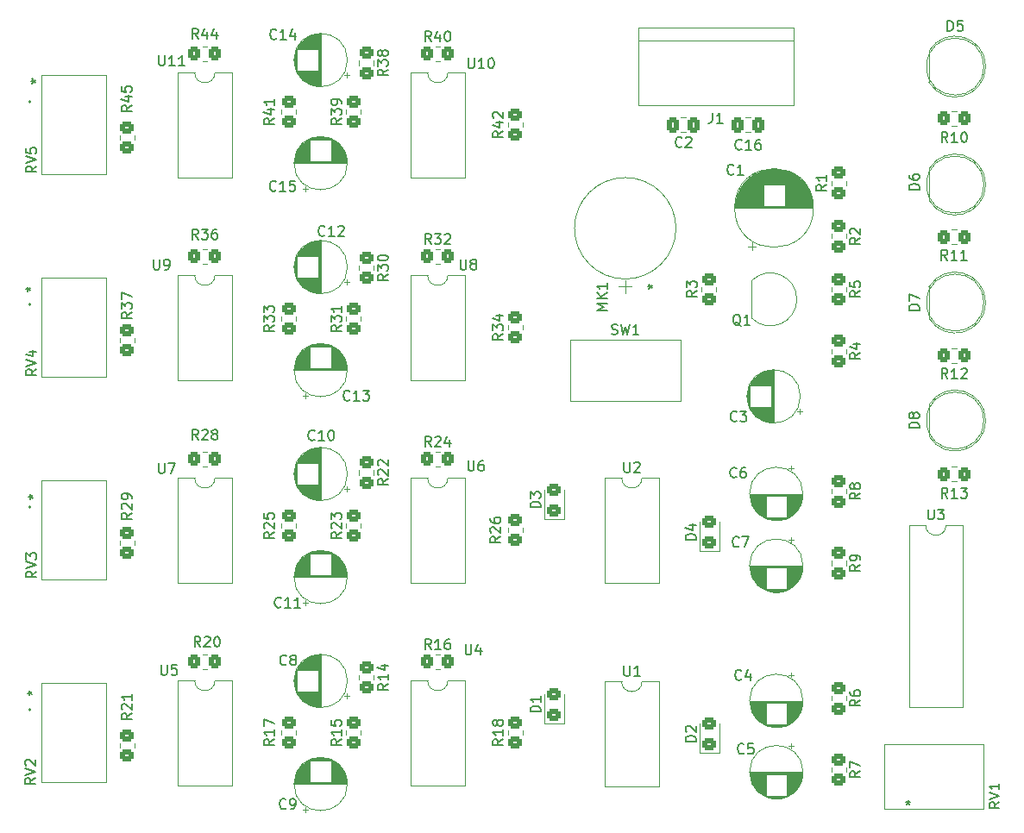
<source format=gto>
%TF.GenerationSoftware,KiCad,Pcbnew,(6.0.1)*%
%TF.CreationDate,2022-03-23T17:06:24-04:00*%
%TF.ProjectId,accordeur,6163636f-7264-4657-9572-2e6b69636164,0*%
%TF.SameCoordinates,Original*%
%TF.FileFunction,Legend,Top*%
%TF.FilePolarity,Positive*%
%FSLAX46Y46*%
G04 Gerber Fmt 4.6, Leading zero omitted, Abs format (unit mm)*
G04 Created by KiCad (PCBNEW (6.0.1)) date 2022-03-23 17:06:24*
%MOMM*%
%LPD*%
G01*
G04 APERTURE LIST*
G04 Aperture macros list*
%AMRoundRect*
0 Rectangle with rounded corners*
0 $1 Rounding radius*
0 $2 $3 $4 $5 $6 $7 $8 $9 X,Y pos of 4 corners*
0 Add a 4 corners polygon primitive as box body*
4,1,4,$2,$3,$4,$5,$6,$7,$8,$9,$2,$3,0*
0 Add four circle primitives for the rounded corners*
1,1,$1+$1,$2,$3*
1,1,$1+$1,$4,$5*
1,1,$1+$1,$6,$7*
1,1,$1+$1,$8,$9*
0 Add four rect primitives between the rounded corners*
20,1,$1+$1,$2,$3,$4,$5,0*
20,1,$1+$1,$4,$5,$6,$7,0*
20,1,$1+$1,$6,$7,$8,$9,0*
20,1,$1+$1,$8,$9,$2,$3,0*%
G04 Aperture macros list end*
%ADD10C,0.150000*%
%ADD11C,0.120000*%
%ADD12R,1.600000X1.600000*%
%ADD13C,1.600000*%
%ADD14O,1.600000X1.600000*%
%ADD15RoundRect,0.250000X-0.450000X0.350000X-0.450000X-0.350000X0.450000X-0.350000X0.450000X0.350000X0*%
%ADD16RoundRect,0.250000X0.450000X-0.350000X0.450000X0.350000X-0.450000X0.350000X-0.450000X-0.350000X0*%
%ADD17RoundRect,0.250000X0.350000X0.450000X-0.350000X0.450000X-0.350000X-0.450000X0.350000X-0.450000X0*%
%ADD18RoundRect,0.250000X-0.337500X-0.475000X0.337500X-0.475000X0.337500X0.475000X-0.337500X0.475000X0*%
%ADD19R,1.320800X1.320800*%
%ADD20C,1.320800*%
%ADD21RoundRect,0.250000X0.450000X-0.325000X0.450000X0.325000X-0.450000X0.325000X-0.450000X-0.325000X0*%
%ADD22R,1.800000X1.800000*%
%ADD23C,1.800000*%
%ADD24RoundRect,0.250000X-0.350000X-0.450000X0.350000X-0.450000X0.350000X0.450000X-0.350000X0.450000X0*%
%ADD25RoundRect,0.250000X0.337500X0.475000X-0.337500X0.475000X-0.337500X-0.475000X0.337500X-0.475000X0*%
%ADD26R,1.500000X1.050000*%
%ADD27O,1.500000X1.050000*%
%ADD28C,1.016000*%
%ADD29R,3.000000X3.000000*%
%ADD30C,3.000000*%
G04 APERTURE END LIST*
D10*
X140803333Y-65762142D02*
X140755714Y-65809761D01*
X140612857Y-65857380D01*
X140517619Y-65857380D01*
X140374761Y-65809761D01*
X140279523Y-65714523D01*
X140231904Y-65619285D01*
X140184285Y-65428809D01*
X140184285Y-65285952D01*
X140231904Y-65095476D01*
X140279523Y-65000238D01*
X140374761Y-64905000D01*
X140517619Y-64857380D01*
X140612857Y-64857380D01*
X140755714Y-64905000D01*
X140803333Y-64952619D01*
X141755714Y-65857380D02*
X141184285Y-65857380D01*
X141470000Y-65857380D02*
X141470000Y-64857380D01*
X141374761Y-65000238D01*
X141279523Y-65095476D01*
X141184285Y-65143095D01*
X130058095Y-114072380D02*
X130058095Y-114881904D01*
X130105714Y-114977142D01*
X130153333Y-115024761D01*
X130248571Y-115072380D01*
X130439047Y-115072380D01*
X130534285Y-115024761D01*
X130581904Y-114977142D01*
X130629523Y-114881904D01*
X130629523Y-114072380D01*
X131629523Y-115072380D02*
X131058095Y-115072380D01*
X131343809Y-115072380D02*
X131343809Y-114072380D01*
X131248571Y-114215238D01*
X131153333Y-114310476D01*
X131058095Y-114358095D01*
X95702380Y-60332857D02*
X95226190Y-60666190D01*
X95702380Y-60904285D02*
X94702380Y-60904285D01*
X94702380Y-60523333D01*
X94750000Y-60428095D01*
X94797619Y-60380476D01*
X94892857Y-60332857D01*
X95035714Y-60332857D01*
X95130952Y-60380476D01*
X95178571Y-60428095D01*
X95226190Y-60523333D01*
X95226190Y-60904285D01*
X95035714Y-59475714D02*
X95702380Y-59475714D01*
X94654761Y-59713809D02*
X95369047Y-59951904D01*
X95369047Y-59332857D01*
X95702380Y-58428095D02*
X95702380Y-58999523D01*
X95702380Y-58713809D02*
X94702380Y-58713809D01*
X94845238Y-58809047D01*
X94940476Y-58904285D01*
X94988095Y-58999523D01*
X81732380Y-59062857D02*
X81256190Y-59396190D01*
X81732380Y-59634285D02*
X80732380Y-59634285D01*
X80732380Y-59253333D01*
X80780000Y-59158095D01*
X80827619Y-59110476D01*
X80922857Y-59062857D01*
X81065714Y-59062857D01*
X81160952Y-59110476D01*
X81208571Y-59158095D01*
X81256190Y-59253333D01*
X81256190Y-59634285D01*
X81065714Y-58205714D02*
X81732380Y-58205714D01*
X80684761Y-58443809D02*
X81399047Y-58681904D01*
X81399047Y-58062857D01*
X80732380Y-57205714D02*
X80732380Y-57681904D01*
X81208571Y-57729523D01*
X81160952Y-57681904D01*
X81113333Y-57586666D01*
X81113333Y-57348571D01*
X81160952Y-57253333D01*
X81208571Y-57205714D01*
X81303809Y-57158095D01*
X81541904Y-57158095D01*
X81637142Y-57205714D01*
X81684761Y-57253333D01*
X81732380Y-57348571D01*
X81732380Y-57586666D01*
X81684761Y-57681904D01*
X81637142Y-57729523D01*
X95702380Y-121292857D02*
X95226190Y-121626190D01*
X95702380Y-121864285D02*
X94702380Y-121864285D01*
X94702380Y-121483333D01*
X94750000Y-121388095D01*
X94797619Y-121340476D01*
X94892857Y-121292857D01*
X95035714Y-121292857D01*
X95130952Y-121340476D01*
X95178571Y-121388095D01*
X95226190Y-121483333D01*
X95226190Y-121864285D01*
X95702380Y-120340476D02*
X95702380Y-120911904D01*
X95702380Y-120626190D02*
X94702380Y-120626190D01*
X94845238Y-120721428D01*
X94940476Y-120816666D01*
X94988095Y-120911904D01*
X94702380Y-120007142D02*
X94702380Y-119340476D01*
X95702380Y-119769047D01*
X88257142Y-72207380D02*
X87923809Y-71731190D01*
X87685714Y-72207380D02*
X87685714Y-71207380D01*
X88066666Y-71207380D01*
X88161904Y-71255000D01*
X88209523Y-71302619D01*
X88257142Y-71397857D01*
X88257142Y-71540714D01*
X88209523Y-71635952D01*
X88161904Y-71683571D01*
X88066666Y-71731190D01*
X87685714Y-71731190D01*
X88590476Y-71207380D02*
X89209523Y-71207380D01*
X88876190Y-71588333D01*
X89019047Y-71588333D01*
X89114285Y-71635952D01*
X89161904Y-71683571D01*
X89209523Y-71778809D01*
X89209523Y-72016904D01*
X89161904Y-72112142D01*
X89114285Y-72159761D01*
X89019047Y-72207380D01*
X88733333Y-72207380D01*
X88638095Y-72159761D01*
X88590476Y-72112142D01*
X90066666Y-71207380D02*
X89876190Y-71207380D01*
X89780952Y-71255000D01*
X89733333Y-71302619D01*
X89638095Y-71445476D01*
X89590476Y-71635952D01*
X89590476Y-72016904D01*
X89638095Y-72112142D01*
X89685714Y-72159761D01*
X89780952Y-72207380D01*
X89971428Y-72207380D01*
X90066666Y-72159761D01*
X90114285Y-72112142D01*
X90161904Y-72016904D01*
X90161904Y-71778809D01*
X90114285Y-71683571D01*
X90066666Y-71635952D01*
X89971428Y-71588333D01*
X89780952Y-71588333D01*
X89685714Y-71635952D01*
X89638095Y-71683571D01*
X89590476Y-71778809D01*
X117927380Y-101396189D02*
X117451190Y-101729522D01*
X117927380Y-101967617D02*
X116927380Y-101967617D01*
X116927380Y-101586665D01*
X116975000Y-101491427D01*
X117022619Y-101443808D01*
X117117857Y-101396189D01*
X117260714Y-101396189D01*
X117355952Y-101443808D01*
X117403571Y-101491427D01*
X117451190Y-101586665D01*
X117451190Y-101967617D01*
X117022619Y-101015236D02*
X116975000Y-100967617D01*
X116927380Y-100872379D01*
X116927380Y-100634284D01*
X116975000Y-100539046D01*
X117022619Y-100491427D01*
X117117857Y-100443808D01*
X117213095Y-100443808D01*
X117355952Y-100491427D01*
X117927380Y-101062855D01*
X117927380Y-100443808D01*
X116927380Y-99586665D02*
X116927380Y-99777141D01*
X116975000Y-99872379D01*
X117022619Y-99919998D01*
X117165476Y-100015236D01*
X117355952Y-100062855D01*
X117736904Y-100062855D01*
X117832142Y-100015236D01*
X117879761Y-99967617D01*
X117927380Y-99872379D01*
X117927380Y-99681903D01*
X117879761Y-99586665D01*
X117832142Y-99539046D01*
X117736904Y-99491427D01*
X117498809Y-99491427D01*
X117403571Y-99539046D01*
X117355952Y-99586665D01*
X117308333Y-99681903D01*
X117308333Y-99872379D01*
X117355952Y-99967617D01*
X117403571Y-100015236D01*
X117498809Y-100062855D01*
X135723333Y-63067142D02*
X135675714Y-63114761D01*
X135532857Y-63162380D01*
X135437619Y-63162380D01*
X135294761Y-63114761D01*
X135199523Y-63019523D01*
X135151904Y-62924285D01*
X135104285Y-62733809D01*
X135104285Y-62590952D01*
X135151904Y-62400476D01*
X135199523Y-62305238D01*
X135294761Y-62210000D01*
X135437619Y-62162380D01*
X135532857Y-62162380D01*
X135675714Y-62210000D01*
X135723333Y-62257619D01*
X136104285Y-62257619D02*
X136151904Y-62210000D01*
X136247142Y-62162380D01*
X136485238Y-62162380D01*
X136580476Y-62210000D01*
X136628095Y-62257619D01*
X136675714Y-62352857D01*
X136675714Y-62448095D01*
X136628095Y-62590952D01*
X136056666Y-63162380D01*
X136675714Y-63162380D01*
X141333333Y-102309254D02*
X141285714Y-102356873D01*
X141142857Y-102404492D01*
X141047619Y-102404492D01*
X140904761Y-102356873D01*
X140809523Y-102261635D01*
X140761904Y-102166397D01*
X140714285Y-101975921D01*
X140714285Y-101833064D01*
X140761904Y-101642588D01*
X140809523Y-101547350D01*
X140904761Y-101452112D01*
X141047619Y-101404492D01*
X141142857Y-101404492D01*
X141285714Y-101452112D01*
X141333333Y-101499731D01*
X141666666Y-101404492D02*
X142333333Y-101404492D01*
X141904761Y-102404492D01*
X103142255Y-87947140D02*
X103094636Y-87994759D01*
X102951779Y-88042378D01*
X102856541Y-88042378D01*
X102713684Y-87994759D01*
X102618446Y-87899521D01*
X102570827Y-87804283D01*
X102523208Y-87613807D01*
X102523208Y-87470950D01*
X102570827Y-87280474D01*
X102618446Y-87185236D01*
X102713684Y-87089998D01*
X102856541Y-87042378D01*
X102951779Y-87042378D01*
X103094636Y-87089998D01*
X103142255Y-87137617D01*
X104094636Y-88042378D02*
X103523208Y-88042378D01*
X103808922Y-88042378D02*
X103808922Y-87042378D01*
X103713684Y-87185236D01*
X103618446Y-87280474D01*
X103523208Y-87328093D01*
X104427970Y-87042378D02*
X105047017Y-87042378D01*
X104713684Y-87423331D01*
X104856541Y-87423331D01*
X104951779Y-87470950D01*
X104999398Y-87518569D01*
X105047017Y-87613807D01*
X105047017Y-87851902D01*
X104999398Y-87947140D01*
X104951779Y-87994759D01*
X104856541Y-88042378D01*
X104570827Y-88042378D01*
X104475589Y-87994759D01*
X104427970Y-87947140D01*
X72382380Y-104808570D02*
X71906190Y-105141903D01*
X72382380Y-105379998D02*
X71382380Y-105379998D01*
X71382380Y-104999046D01*
X71430000Y-104903808D01*
X71477619Y-104856189D01*
X71572857Y-104808570D01*
X71715714Y-104808570D01*
X71810952Y-104856189D01*
X71858571Y-104903808D01*
X71906190Y-104999046D01*
X71906190Y-105379998D01*
X71382380Y-104522855D02*
X72382380Y-104189522D01*
X71382380Y-103856189D01*
X71382380Y-103618093D02*
X71382380Y-102999046D01*
X71763333Y-103332379D01*
X71763333Y-103189522D01*
X71810952Y-103094284D01*
X71858571Y-103046665D01*
X71953809Y-102999046D01*
X72191904Y-102999046D01*
X72287142Y-103046665D01*
X72334761Y-103094284D01*
X72382380Y-103189522D01*
X72382380Y-103475236D01*
X72334761Y-103570474D01*
X72287142Y-103618093D01*
X71632380Y-97463332D02*
X71870476Y-97463332D01*
X71775238Y-97701427D02*
X71870476Y-97463332D01*
X71775238Y-97225236D01*
X72060952Y-97606189D02*
X71870476Y-97463332D01*
X72060952Y-97320474D01*
X96868446Y-128042255D02*
X96820827Y-128089874D01*
X96677970Y-128137493D01*
X96582732Y-128137493D01*
X96439874Y-128089874D01*
X96344636Y-127994636D01*
X96297017Y-127899398D01*
X96249398Y-127708922D01*
X96249398Y-127566065D01*
X96297017Y-127375589D01*
X96344636Y-127280351D01*
X96439874Y-127185113D01*
X96582732Y-127137493D01*
X96677970Y-127137493D01*
X96820827Y-127185113D01*
X96868446Y-127232732D01*
X97344636Y-128137493D02*
X97535113Y-128137493D01*
X97630351Y-128089874D01*
X97677970Y-128042255D01*
X97773208Y-127899398D01*
X97820827Y-127708922D01*
X97820827Y-127327970D01*
X97773208Y-127232732D01*
X97725589Y-127185113D01*
X97630351Y-127137493D01*
X97439874Y-127137493D01*
X97344636Y-127185113D01*
X97297017Y-127232732D01*
X97249398Y-127327970D01*
X97249398Y-127566065D01*
X97297017Y-127661303D01*
X97344636Y-127708922D01*
X97439874Y-127756541D01*
X97630351Y-127756541D01*
X97725589Y-127708922D01*
X97773208Y-127661303D01*
X97820827Y-127566065D01*
X137104380Y-101703095D02*
X136104380Y-101703095D01*
X136104380Y-101465000D01*
X136152000Y-101322142D01*
X136247238Y-101226904D01*
X136342476Y-101179285D01*
X136532952Y-101131666D01*
X136675809Y-101131666D01*
X136866285Y-101179285D01*
X136961523Y-101226904D01*
X137056761Y-101322142D01*
X137104380Y-101465000D01*
X137104380Y-101703095D01*
X136437714Y-100274523D02*
X137104380Y-100274523D01*
X136056761Y-100512619D02*
X136771047Y-100750714D01*
X136771047Y-100131666D01*
X83888095Y-74179046D02*
X83888095Y-74988570D01*
X83935714Y-75083808D01*
X83983333Y-75131427D01*
X84078571Y-75179046D01*
X84269047Y-75179046D01*
X84364285Y-75131427D01*
X84411904Y-75083808D01*
X84459523Y-74988570D01*
X84459523Y-74179046D01*
X84983333Y-75179046D02*
X85173809Y-75179046D01*
X85269047Y-75131427D01*
X85316666Y-75083808D01*
X85411904Y-74940951D01*
X85459523Y-74750475D01*
X85459523Y-74369523D01*
X85411904Y-74274285D01*
X85364285Y-74226666D01*
X85269047Y-74179046D01*
X85078571Y-74179046D01*
X84983333Y-74226666D01*
X84935714Y-74274285D01*
X84888095Y-74369523D01*
X84888095Y-74607618D01*
X84935714Y-74702856D01*
X84983333Y-74750475D01*
X85078571Y-74798094D01*
X85269047Y-74798094D01*
X85364285Y-74750475D01*
X85411904Y-74702856D01*
X85459523Y-74607618D01*
X159027380Y-90738095D02*
X158027380Y-90738095D01*
X158027380Y-90500000D01*
X158075000Y-90357142D01*
X158170238Y-90261904D01*
X158265476Y-90214285D01*
X158455952Y-90166666D01*
X158598809Y-90166666D01*
X158789285Y-90214285D01*
X158884523Y-90261904D01*
X158979761Y-90357142D01*
X159027380Y-90500000D01*
X159027380Y-90738095D01*
X158455952Y-89595238D02*
X158408333Y-89690476D01*
X158360714Y-89738095D01*
X158265476Y-89785714D01*
X158217857Y-89785714D01*
X158122619Y-89738095D01*
X158075000Y-89690476D01*
X158027380Y-89595238D01*
X158027380Y-89404761D01*
X158075000Y-89309523D01*
X158122619Y-89261904D01*
X158217857Y-89214285D01*
X158265476Y-89214285D01*
X158360714Y-89261904D01*
X158408333Y-89309523D01*
X158455952Y-89404761D01*
X158455952Y-89595238D01*
X158503571Y-89690476D01*
X158551190Y-89738095D01*
X158646428Y-89785714D01*
X158836904Y-89785714D01*
X158932142Y-89738095D01*
X158979761Y-89690476D01*
X159027380Y-89595238D01*
X159027380Y-89404761D01*
X158979761Y-89309523D01*
X158932142Y-89261904D01*
X158836904Y-89214285D01*
X158646428Y-89214285D01*
X158551190Y-89261904D01*
X158503571Y-89309523D01*
X158455952Y-89404761D01*
X88484206Y-112212380D02*
X88150873Y-111736190D01*
X87912778Y-112212380D02*
X87912778Y-111212380D01*
X88293730Y-111212380D01*
X88388968Y-111260000D01*
X88436587Y-111307619D01*
X88484206Y-111402857D01*
X88484206Y-111545714D01*
X88436587Y-111640952D01*
X88388968Y-111688571D01*
X88293730Y-111736190D01*
X87912778Y-111736190D01*
X88865159Y-111307619D02*
X88912778Y-111260000D01*
X89008016Y-111212380D01*
X89246111Y-111212380D01*
X89341349Y-111260000D01*
X89388968Y-111307619D01*
X89436587Y-111402857D01*
X89436587Y-111498095D01*
X89388968Y-111640952D01*
X88817540Y-112212380D01*
X89436587Y-112212380D01*
X90055635Y-111212380D02*
X90150873Y-111212380D01*
X90246111Y-111260000D01*
X90293730Y-111307619D01*
X90341349Y-111402857D01*
X90388968Y-111593333D01*
X90388968Y-111831428D01*
X90341349Y-112021904D01*
X90293730Y-112117142D01*
X90246111Y-112164761D01*
X90150873Y-112212380D01*
X90055635Y-112212380D01*
X89960397Y-112164761D01*
X89912778Y-112117142D01*
X89865159Y-112021904D01*
X89817540Y-111831428D01*
X89817540Y-111593333D01*
X89865159Y-111402857D01*
X89912778Y-111307619D01*
X89960397Y-111260000D01*
X90055635Y-111212380D01*
X95702380Y-100972857D02*
X95226190Y-101306190D01*
X95702380Y-101544285D02*
X94702380Y-101544285D01*
X94702380Y-101163333D01*
X94750000Y-101068095D01*
X94797619Y-101020476D01*
X94892857Y-100972857D01*
X95035714Y-100972857D01*
X95130952Y-101020476D01*
X95178571Y-101068095D01*
X95226190Y-101163333D01*
X95226190Y-101544285D01*
X94797619Y-100591904D02*
X94750000Y-100544285D01*
X94702380Y-100449047D01*
X94702380Y-100210952D01*
X94750000Y-100115714D01*
X94797619Y-100068095D01*
X94892857Y-100020476D01*
X94988095Y-100020476D01*
X95130952Y-100068095D01*
X95702380Y-100639523D01*
X95702380Y-100020476D01*
X94702380Y-99115714D02*
X94702380Y-99591904D01*
X95178571Y-99639523D01*
X95130952Y-99591904D01*
X95083333Y-99496666D01*
X95083333Y-99258571D01*
X95130952Y-99163333D01*
X95178571Y-99115714D01*
X95273809Y-99068095D01*
X95511904Y-99068095D01*
X95607142Y-99115714D01*
X95654761Y-99163333D01*
X95702380Y-99258571D01*
X95702380Y-99496666D01*
X95654761Y-99591904D01*
X95607142Y-99639523D01*
X72382380Y-84951904D02*
X71906190Y-85285237D01*
X72382380Y-85523332D02*
X71382380Y-85523332D01*
X71382380Y-85142380D01*
X71430000Y-85047142D01*
X71477619Y-84999523D01*
X71572857Y-84951904D01*
X71715714Y-84951904D01*
X71810952Y-84999523D01*
X71858571Y-85047142D01*
X71906190Y-85142380D01*
X71906190Y-85523332D01*
X71382380Y-84666189D02*
X72382380Y-84332856D01*
X71382380Y-83999523D01*
X71715714Y-83237618D02*
X72382380Y-83237618D01*
X71334761Y-83475713D02*
X72049047Y-83713808D01*
X72049047Y-83094761D01*
X71382380Y-77106666D02*
X71620476Y-77106666D01*
X71525238Y-77344761D02*
X71620476Y-77106666D01*
X71525238Y-76868570D01*
X71810952Y-77249523D02*
X71620476Y-77106666D01*
X71810952Y-76963808D01*
X114771904Y-54412380D02*
X114771904Y-55221904D01*
X114819523Y-55317142D01*
X114867142Y-55364761D01*
X114962380Y-55412380D01*
X115152857Y-55412380D01*
X115248095Y-55364761D01*
X115295714Y-55317142D01*
X115343333Y-55221904D01*
X115343333Y-54412380D01*
X116343333Y-55412380D02*
X115771904Y-55412380D01*
X116057619Y-55412380D02*
X116057619Y-54412380D01*
X115962380Y-54555238D01*
X115867142Y-54650476D01*
X115771904Y-54698095D01*
X116962380Y-54412380D02*
X117057619Y-54412380D01*
X117152857Y-54460000D01*
X117200476Y-54507619D01*
X117248095Y-54602857D01*
X117295714Y-54793333D01*
X117295714Y-55031428D01*
X117248095Y-55221904D01*
X117200476Y-55317142D01*
X117152857Y-55364761D01*
X117057619Y-55412380D01*
X116962380Y-55412380D01*
X116867142Y-55364761D01*
X116819523Y-55317142D01*
X116771904Y-55221904D01*
X116724285Y-55031428D01*
X116724285Y-54793333D01*
X116771904Y-54602857D01*
X116819523Y-54507619D01*
X116867142Y-54460000D01*
X116962380Y-54412380D01*
X72283380Y-125098038D02*
X71807190Y-125431371D01*
X72283380Y-125669466D02*
X71283380Y-125669466D01*
X71283380Y-125288514D01*
X71331000Y-125193276D01*
X71378619Y-125145657D01*
X71473857Y-125098038D01*
X71616714Y-125098038D01*
X71711952Y-125145657D01*
X71759571Y-125193276D01*
X71807190Y-125288514D01*
X71807190Y-125669466D01*
X71283380Y-124812323D02*
X72283380Y-124478990D01*
X71283380Y-124145657D01*
X71378619Y-123859942D02*
X71331000Y-123812323D01*
X71283380Y-123717085D01*
X71283380Y-123478990D01*
X71331000Y-123383752D01*
X71378619Y-123336133D01*
X71473857Y-123288514D01*
X71569095Y-123288514D01*
X71711952Y-123336133D01*
X72283380Y-123907561D01*
X72283380Y-123288514D01*
X71533380Y-116752800D02*
X71771476Y-116752800D01*
X71676238Y-116990895D02*
X71771476Y-116752800D01*
X71676238Y-116514704D01*
X71961952Y-116895657D02*
X71771476Y-116752800D01*
X71961952Y-116609942D01*
X153232380Y-97116554D02*
X152756190Y-97449888D01*
X153232380Y-97687983D02*
X152232380Y-97687983D01*
X152232380Y-97307030D01*
X152280000Y-97211792D01*
X152327619Y-97164173D01*
X152422857Y-97116554D01*
X152565714Y-97116554D01*
X152660952Y-97164173D01*
X152708571Y-97211792D01*
X152756190Y-97307030D01*
X152756190Y-97687983D01*
X152660952Y-96545126D02*
X152613333Y-96640364D01*
X152565714Y-96687983D01*
X152470476Y-96735602D01*
X152422857Y-96735602D01*
X152327619Y-96687983D01*
X152280000Y-96640364D01*
X152232380Y-96545126D01*
X152232380Y-96354649D01*
X152280000Y-96259411D01*
X152327619Y-96211792D01*
X152422857Y-96164173D01*
X152470476Y-96164173D01*
X152565714Y-96211792D01*
X152613333Y-96259411D01*
X152660952Y-96354649D01*
X152660952Y-96545126D01*
X152708571Y-96640364D01*
X152756190Y-96687983D01*
X152851428Y-96735602D01*
X153041904Y-96735602D01*
X153137142Y-96687983D01*
X153184761Y-96640364D01*
X153232380Y-96545126D01*
X153232380Y-96354649D01*
X153184761Y-96259411D01*
X153137142Y-96211792D01*
X153041904Y-96164173D01*
X152851428Y-96164173D01*
X152756190Y-96211792D01*
X152708571Y-96259411D01*
X152660952Y-96354649D01*
X153232380Y-124436554D02*
X152756190Y-124769888D01*
X153232380Y-125007983D02*
X152232380Y-125007983D01*
X152232380Y-124627030D01*
X152280000Y-124531792D01*
X152327619Y-124484173D01*
X152422857Y-124436554D01*
X152565714Y-124436554D01*
X152660952Y-124484173D01*
X152708571Y-124531792D01*
X152756190Y-124627030D01*
X152756190Y-125007983D01*
X152232380Y-124103221D02*
X152232380Y-123436554D01*
X153232380Y-123865126D01*
X99687142Y-91857140D02*
X99639523Y-91904759D01*
X99496666Y-91952378D01*
X99401428Y-91952378D01*
X99258571Y-91904759D01*
X99163333Y-91809521D01*
X99115714Y-91714283D01*
X99068095Y-91523807D01*
X99068095Y-91380950D01*
X99115714Y-91190474D01*
X99163333Y-91095236D01*
X99258571Y-90999998D01*
X99401428Y-90952378D01*
X99496666Y-90952378D01*
X99639523Y-90999998D01*
X99687142Y-91047617D01*
X100639523Y-91952378D02*
X100068095Y-91952378D01*
X100353809Y-91952378D02*
X100353809Y-90952378D01*
X100258571Y-91095236D01*
X100163333Y-91190474D01*
X100068095Y-91238093D01*
X101258571Y-90952378D02*
X101353809Y-90952378D01*
X101449047Y-90999998D01*
X101496666Y-91047617D01*
X101544285Y-91142855D01*
X101591904Y-91333331D01*
X101591904Y-91571426D01*
X101544285Y-91761902D01*
X101496666Y-91857140D01*
X101449047Y-91904759D01*
X101353809Y-91952378D01*
X101258571Y-91952378D01*
X101163333Y-91904759D01*
X101115714Y-91857140D01*
X101068095Y-91761902D01*
X101020476Y-91571426D01*
X101020476Y-91333331D01*
X101068095Y-91142855D01*
X101115714Y-91047617D01*
X101163333Y-90999998D01*
X101258571Y-90952378D01*
X111117142Y-72674046D02*
X110783809Y-72197856D01*
X110545714Y-72674046D02*
X110545714Y-71674046D01*
X110926666Y-71674046D01*
X111021904Y-71721666D01*
X111069523Y-71769285D01*
X111117142Y-71864523D01*
X111117142Y-72007380D01*
X111069523Y-72102618D01*
X111021904Y-72150237D01*
X110926666Y-72197856D01*
X110545714Y-72197856D01*
X111450476Y-71674046D02*
X112069523Y-71674046D01*
X111736190Y-72054999D01*
X111879047Y-72054999D01*
X111974285Y-72102618D01*
X112021904Y-72150237D01*
X112069523Y-72245475D01*
X112069523Y-72483570D01*
X112021904Y-72578808D01*
X111974285Y-72626427D01*
X111879047Y-72674046D01*
X111593333Y-72674046D01*
X111498095Y-72626427D01*
X111450476Y-72578808D01*
X112450476Y-71769285D02*
X112498095Y-71721666D01*
X112593333Y-71674046D01*
X112831428Y-71674046D01*
X112926666Y-71721666D01*
X112974285Y-71769285D01*
X113021904Y-71864523D01*
X113021904Y-71959761D01*
X112974285Y-72102618D01*
X112402857Y-72674046D01*
X113021904Y-72674046D01*
X95702380Y-80652857D02*
X95226190Y-80986190D01*
X95702380Y-81224285D02*
X94702380Y-81224285D01*
X94702380Y-80843333D01*
X94750000Y-80748095D01*
X94797619Y-80700476D01*
X94892857Y-80652857D01*
X95035714Y-80652857D01*
X95130952Y-80700476D01*
X95178571Y-80748095D01*
X95226190Y-80843333D01*
X95226190Y-81224285D01*
X94702380Y-80319523D02*
X94702380Y-79700476D01*
X95083333Y-80033809D01*
X95083333Y-79890952D01*
X95130952Y-79795714D01*
X95178571Y-79748095D01*
X95273809Y-79700476D01*
X95511904Y-79700476D01*
X95607142Y-79748095D01*
X95654761Y-79795714D01*
X95702380Y-79890952D01*
X95702380Y-80176666D01*
X95654761Y-80271904D01*
X95607142Y-80319523D01*
X94702380Y-79367142D02*
X94702380Y-78748095D01*
X95083333Y-79081428D01*
X95083333Y-78938571D01*
X95130952Y-78843333D01*
X95178571Y-78795714D01*
X95273809Y-78748095D01*
X95511904Y-78748095D01*
X95607142Y-78795714D01*
X95654761Y-78843333D01*
X95702380Y-78938571D01*
X95702380Y-79224285D01*
X95654761Y-79319523D01*
X95607142Y-79367142D01*
X72382380Y-65015238D02*
X71906190Y-65348571D01*
X72382380Y-65586666D02*
X71382380Y-65586666D01*
X71382380Y-65205714D01*
X71430000Y-65110476D01*
X71477619Y-65062857D01*
X71572857Y-65015238D01*
X71715714Y-65015238D01*
X71810952Y-65062857D01*
X71858571Y-65110476D01*
X71906190Y-65205714D01*
X71906190Y-65586666D01*
X71382380Y-64729523D02*
X72382380Y-64396190D01*
X71382380Y-64062857D01*
X71382380Y-63253333D02*
X71382380Y-63729523D01*
X71858571Y-63777142D01*
X71810952Y-63729523D01*
X71763333Y-63634285D01*
X71763333Y-63396190D01*
X71810952Y-63300952D01*
X71858571Y-63253333D01*
X71953809Y-63205714D01*
X72191904Y-63205714D01*
X72287142Y-63253333D01*
X72334761Y-63300952D01*
X72382380Y-63396190D01*
X72382380Y-63634285D01*
X72334761Y-63729523D01*
X72287142Y-63777142D01*
X71842380Y-56692800D02*
X72080476Y-56692800D01*
X71985238Y-56930895D02*
X72080476Y-56692800D01*
X71985238Y-56454704D01*
X72270952Y-56835657D02*
X72080476Y-56692800D01*
X72270952Y-56549942D01*
X130058095Y-94075712D02*
X130058095Y-94885236D01*
X130105714Y-94980474D01*
X130153333Y-95028093D01*
X130248571Y-95075712D01*
X130439047Y-95075712D01*
X130534285Y-95028093D01*
X130581904Y-94980474D01*
X130629523Y-94885236D01*
X130629523Y-94075712D01*
X131058095Y-94170951D02*
X131105714Y-94123332D01*
X131200952Y-94075712D01*
X131439047Y-94075712D01*
X131534285Y-94123332D01*
X131581904Y-94170951D01*
X131629523Y-94266189D01*
X131629523Y-94361427D01*
X131581904Y-94504284D01*
X131010476Y-95075712D01*
X131629523Y-95075712D01*
X153232380Y-77271666D02*
X152756190Y-77605000D01*
X153232380Y-77843095D02*
X152232380Y-77843095D01*
X152232380Y-77462142D01*
X152280000Y-77366904D01*
X152327619Y-77319285D01*
X152422857Y-77271666D01*
X152565714Y-77271666D01*
X152660952Y-77319285D01*
X152708571Y-77366904D01*
X152756190Y-77462142D01*
X152756190Y-77843095D01*
X152232380Y-76366904D02*
X152232380Y-76843095D01*
X152708571Y-76890714D01*
X152660952Y-76843095D01*
X152613333Y-76747857D01*
X152613333Y-76509761D01*
X152660952Y-76414523D01*
X152708571Y-76366904D01*
X152803809Y-76319285D01*
X153041904Y-76319285D01*
X153137142Y-76366904D01*
X153184761Y-76414523D01*
X153232380Y-76509761D01*
X153232380Y-76747857D01*
X153184761Y-76843095D01*
X153137142Y-76890714D01*
X102307380Y-60332857D02*
X101831190Y-60666190D01*
X102307380Y-60904285D02*
X101307380Y-60904285D01*
X101307380Y-60523333D01*
X101355000Y-60428095D01*
X101402619Y-60380476D01*
X101497857Y-60332857D01*
X101640714Y-60332857D01*
X101735952Y-60380476D01*
X101783571Y-60428095D01*
X101831190Y-60523333D01*
X101831190Y-60904285D01*
X101307380Y-59999523D02*
X101307380Y-59380476D01*
X101688333Y-59713809D01*
X101688333Y-59570952D01*
X101735952Y-59475714D01*
X101783571Y-59428095D01*
X101878809Y-59380476D01*
X102116904Y-59380476D01*
X102212142Y-59428095D01*
X102259761Y-59475714D01*
X102307380Y-59570952D01*
X102307380Y-59856666D01*
X102259761Y-59951904D01*
X102212142Y-59999523D01*
X102307380Y-58904285D02*
X102307380Y-58713809D01*
X102259761Y-58618571D01*
X102212142Y-58570952D01*
X102069285Y-58475714D01*
X101878809Y-58428095D01*
X101497857Y-58428095D01*
X101402619Y-58475714D01*
X101355000Y-58523333D01*
X101307380Y-58618571D01*
X101307380Y-58809047D01*
X101355000Y-58904285D01*
X101402619Y-58951904D01*
X101497857Y-58999523D01*
X101735952Y-58999523D01*
X101831190Y-58951904D01*
X101878809Y-58904285D01*
X101926428Y-58809047D01*
X101926428Y-58618571D01*
X101878809Y-58523333D01*
X101831190Y-58475714D01*
X101735952Y-58428095D01*
X153232380Y-83351666D02*
X152756190Y-83685000D01*
X153232380Y-83923095D02*
X152232380Y-83923095D01*
X152232380Y-83542142D01*
X152280000Y-83446904D01*
X152327619Y-83399285D01*
X152422857Y-83351666D01*
X152565714Y-83351666D01*
X152660952Y-83399285D01*
X152708571Y-83446904D01*
X152756190Y-83542142D01*
X152756190Y-83923095D01*
X152565714Y-82494523D02*
X153232380Y-82494523D01*
X152184761Y-82732619D02*
X152899047Y-82970714D01*
X152899047Y-82351666D01*
X113998095Y-74179046D02*
X113998095Y-74988570D01*
X114045714Y-75083808D01*
X114093333Y-75131427D01*
X114188571Y-75179046D01*
X114379047Y-75179046D01*
X114474285Y-75131427D01*
X114521904Y-75083808D01*
X114569523Y-74988570D01*
X114569523Y-74179046D01*
X115188571Y-74607618D02*
X115093333Y-74559999D01*
X115045714Y-74512380D01*
X114998095Y-74417142D01*
X114998095Y-74369523D01*
X115045714Y-74274285D01*
X115093333Y-74226666D01*
X115188571Y-74179046D01*
X115379047Y-74179046D01*
X115474285Y-74226666D01*
X115521904Y-74274285D01*
X115569523Y-74369523D01*
X115569523Y-74417142D01*
X115521904Y-74512380D01*
X115474285Y-74559999D01*
X115379047Y-74607618D01*
X115188571Y-74607618D01*
X115093333Y-74655237D01*
X115045714Y-74702856D01*
X114998095Y-74798094D01*
X114998095Y-74988570D01*
X115045714Y-75083808D01*
X115093333Y-75131427D01*
X115188571Y-75179046D01*
X115379047Y-75179046D01*
X115474285Y-75131427D01*
X115521904Y-75083808D01*
X115569523Y-74988570D01*
X115569523Y-74798094D01*
X115521904Y-74702856D01*
X115474285Y-74655237D01*
X115379047Y-74607618D01*
X96392255Y-108267139D02*
X96344636Y-108314758D01*
X96201779Y-108362377D01*
X96106541Y-108362377D01*
X95963684Y-108314758D01*
X95868446Y-108219520D01*
X95820827Y-108124282D01*
X95773208Y-107933806D01*
X95773208Y-107790949D01*
X95820827Y-107600473D01*
X95868446Y-107505235D01*
X95963684Y-107409997D01*
X96106541Y-107362377D01*
X96201779Y-107362377D01*
X96344636Y-107409997D01*
X96392255Y-107457616D01*
X97344636Y-108362377D02*
X96773208Y-108362377D01*
X97058922Y-108362377D02*
X97058922Y-107362377D01*
X96963684Y-107505235D01*
X96868446Y-107600473D01*
X96773208Y-107648092D01*
X98297017Y-108362377D02*
X97725589Y-108362377D01*
X98011303Y-108362377D02*
X98011303Y-107362377D01*
X97916065Y-107505235D01*
X97820827Y-107600473D01*
X97725589Y-107648092D01*
X84411904Y-54147380D02*
X84411904Y-54956904D01*
X84459523Y-55052142D01*
X84507142Y-55099761D01*
X84602380Y-55147380D01*
X84792857Y-55147380D01*
X84888095Y-55099761D01*
X84935714Y-55052142D01*
X84983333Y-54956904D01*
X84983333Y-54147380D01*
X85983333Y-55147380D02*
X85411904Y-55147380D01*
X85697619Y-55147380D02*
X85697619Y-54147380D01*
X85602380Y-54290238D01*
X85507142Y-54385476D01*
X85411904Y-54433095D01*
X86935714Y-55147380D02*
X86364285Y-55147380D01*
X86650000Y-55147380D02*
X86650000Y-54147380D01*
X86554761Y-54290238D01*
X86459523Y-54385476D01*
X86364285Y-54433095D01*
X153232380Y-104163666D02*
X152756190Y-104497000D01*
X153232380Y-104735095D02*
X152232380Y-104735095D01*
X152232380Y-104354142D01*
X152280000Y-104258904D01*
X152327619Y-104211285D01*
X152422857Y-104163666D01*
X152565714Y-104163666D01*
X152660952Y-104211285D01*
X152708571Y-104258904D01*
X152756190Y-104354142D01*
X152756190Y-104735095D01*
X153232380Y-103687476D02*
X153232380Y-103497000D01*
X153184761Y-103401761D01*
X153137142Y-103354142D01*
X152994285Y-103258904D01*
X152803809Y-103211285D01*
X152422857Y-103211285D01*
X152327619Y-103258904D01*
X152280000Y-103306523D01*
X152232380Y-103401761D01*
X152232380Y-103592238D01*
X152280000Y-103687476D01*
X152327619Y-103735095D01*
X152422857Y-103782714D01*
X152660952Y-103782714D01*
X152756190Y-103735095D01*
X152803809Y-103687476D01*
X152851428Y-103592238D01*
X152851428Y-103401761D01*
X152803809Y-103306523D01*
X152756190Y-103258904D01*
X152660952Y-103211285D01*
X81732380Y-118752857D02*
X81256190Y-119086190D01*
X81732380Y-119324285D02*
X80732380Y-119324285D01*
X80732380Y-118943333D01*
X80780000Y-118848095D01*
X80827619Y-118800476D01*
X80922857Y-118752857D01*
X81065714Y-118752857D01*
X81160952Y-118800476D01*
X81208571Y-118848095D01*
X81256190Y-118943333D01*
X81256190Y-119324285D01*
X80827619Y-118371904D02*
X80780000Y-118324285D01*
X80732380Y-118229047D01*
X80732380Y-117990952D01*
X80780000Y-117895714D01*
X80827619Y-117848095D01*
X80922857Y-117800476D01*
X81018095Y-117800476D01*
X81160952Y-117848095D01*
X81732380Y-118419523D01*
X81732380Y-117800476D01*
X81732380Y-116848095D02*
X81732380Y-117419523D01*
X81732380Y-117133809D02*
X80732380Y-117133809D01*
X80875238Y-117229047D01*
X80970476Y-117324285D01*
X81018095Y-117419523D01*
X84388095Y-94190712D02*
X84388095Y-95000236D01*
X84435714Y-95095474D01*
X84483333Y-95143093D01*
X84578571Y-95190712D01*
X84769047Y-95190712D01*
X84864285Y-95143093D01*
X84911904Y-95095474D01*
X84959523Y-95000236D01*
X84959523Y-94190712D01*
X85340476Y-94190712D02*
X86007142Y-94190712D01*
X85578571Y-95190712D01*
X81732380Y-79382857D02*
X81256190Y-79716190D01*
X81732380Y-79954285D02*
X80732380Y-79954285D01*
X80732380Y-79573333D01*
X80780000Y-79478095D01*
X80827619Y-79430476D01*
X80922857Y-79382857D01*
X81065714Y-79382857D01*
X81160952Y-79430476D01*
X81208571Y-79478095D01*
X81256190Y-79573333D01*
X81256190Y-79954285D01*
X80732380Y-79049523D02*
X80732380Y-78430476D01*
X81113333Y-78763809D01*
X81113333Y-78620952D01*
X81160952Y-78525714D01*
X81208571Y-78478095D01*
X81303809Y-78430476D01*
X81541904Y-78430476D01*
X81637142Y-78478095D01*
X81684761Y-78525714D01*
X81732380Y-78620952D01*
X81732380Y-78906666D01*
X81684761Y-79001904D01*
X81637142Y-79049523D01*
X80732380Y-78097142D02*
X80732380Y-77430476D01*
X81732380Y-77859047D01*
X111117142Y-52777380D02*
X110783809Y-52301190D01*
X110545714Y-52777380D02*
X110545714Y-51777380D01*
X110926666Y-51777380D01*
X111021904Y-51825000D01*
X111069523Y-51872619D01*
X111117142Y-51967857D01*
X111117142Y-52110714D01*
X111069523Y-52205952D01*
X111021904Y-52253571D01*
X110926666Y-52301190D01*
X110545714Y-52301190D01*
X111974285Y-52110714D02*
X111974285Y-52777380D01*
X111736190Y-51729761D02*
X111498095Y-52444047D01*
X112117142Y-52444047D01*
X112688571Y-51777380D02*
X112783809Y-51777380D01*
X112879047Y-51825000D01*
X112926666Y-51872619D01*
X112974285Y-51967857D01*
X113021904Y-52158333D01*
X113021904Y-52396428D01*
X112974285Y-52586904D01*
X112926666Y-52682142D01*
X112879047Y-52729761D01*
X112783809Y-52777380D01*
X112688571Y-52777380D01*
X112593333Y-52729761D01*
X112545714Y-52682142D01*
X112498095Y-52586904D01*
X112450476Y-52396428D01*
X112450476Y-52158333D01*
X112498095Y-51967857D01*
X112545714Y-51872619D01*
X112593333Y-51825000D01*
X112688571Y-51777380D01*
X141597142Y-63317142D02*
X141549523Y-63364761D01*
X141406666Y-63412380D01*
X141311428Y-63412380D01*
X141168571Y-63364761D01*
X141073333Y-63269523D01*
X141025714Y-63174285D01*
X140978095Y-62983809D01*
X140978095Y-62840952D01*
X141025714Y-62650476D01*
X141073333Y-62555238D01*
X141168571Y-62460000D01*
X141311428Y-62412380D01*
X141406666Y-62412380D01*
X141549523Y-62460000D01*
X141597142Y-62507619D01*
X142549523Y-63412380D02*
X141978095Y-63412380D01*
X142263809Y-63412380D02*
X142263809Y-62412380D01*
X142168571Y-62555238D01*
X142073333Y-62650476D01*
X141978095Y-62698095D01*
X143406666Y-62412380D02*
X143216190Y-62412380D01*
X143120952Y-62460000D01*
X143073333Y-62507619D01*
X142978095Y-62650476D01*
X142930476Y-62840952D01*
X142930476Y-63221904D01*
X142978095Y-63317142D01*
X143025714Y-63364761D01*
X143120952Y-63412380D01*
X143311428Y-63412380D01*
X143406666Y-63364761D01*
X143454285Y-63317142D01*
X143501904Y-63221904D01*
X143501904Y-62983809D01*
X143454285Y-62888571D01*
X143406666Y-62840952D01*
X143311428Y-62793333D01*
X143120952Y-62793333D01*
X143025714Y-62840952D01*
X142978095Y-62888571D01*
X142930476Y-62983809D01*
X118182380Y-121292857D02*
X117706190Y-121626190D01*
X118182380Y-121864285D02*
X117182380Y-121864285D01*
X117182380Y-121483333D01*
X117230000Y-121388095D01*
X117277619Y-121340476D01*
X117372857Y-121292857D01*
X117515714Y-121292857D01*
X117610952Y-121340476D01*
X117658571Y-121388095D01*
X117706190Y-121483333D01*
X117706190Y-121864285D01*
X118182380Y-120340476D02*
X118182380Y-120911904D01*
X118182380Y-120626190D02*
X117182380Y-120626190D01*
X117325238Y-120721428D01*
X117420476Y-120816666D01*
X117468095Y-120911904D01*
X117610952Y-119769047D02*
X117563333Y-119864285D01*
X117515714Y-119911904D01*
X117420476Y-119959523D01*
X117372857Y-119959523D01*
X117277619Y-119911904D01*
X117230000Y-119864285D01*
X117182380Y-119769047D01*
X117182380Y-119578571D01*
X117230000Y-119483333D01*
X117277619Y-119435714D01*
X117372857Y-119388095D01*
X117420476Y-119388095D01*
X117515714Y-119435714D01*
X117563333Y-119483333D01*
X117610952Y-119578571D01*
X117610952Y-119769047D01*
X117658571Y-119864285D01*
X117706190Y-119911904D01*
X117801428Y-119959523D01*
X117991904Y-119959523D01*
X118087142Y-119911904D01*
X118134761Y-119864285D01*
X118182380Y-119769047D01*
X118182380Y-119578571D01*
X118134761Y-119483333D01*
X118087142Y-119435714D01*
X117991904Y-119388095D01*
X117801428Y-119388095D01*
X117706190Y-119435714D01*
X117658571Y-119483333D01*
X117610952Y-119578571D01*
X128841666Y-81494761D02*
X128984523Y-81542380D01*
X129222619Y-81542380D01*
X129317857Y-81494761D01*
X129365476Y-81447142D01*
X129413095Y-81351904D01*
X129413095Y-81256666D01*
X129365476Y-81161428D01*
X129317857Y-81113809D01*
X129222619Y-81066190D01*
X129032142Y-81018571D01*
X128936904Y-80970952D01*
X128889285Y-80923333D01*
X128841666Y-80828095D01*
X128841666Y-80732857D01*
X128889285Y-80637619D01*
X128936904Y-80590000D01*
X129032142Y-80542380D01*
X129270238Y-80542380D01*
X129413095Y-80590000D01*
X129746428Y-80542380D02*
X129984523Y-81542380D01*
X130175000Y-80828095D01*
X130365476Y-81542380D01*
X130603571Y-80542380D01*
X131508333Y-81542380D02*
X130936904Y-81542380D01*
X131222619Y-81542380D02*
X131222619Y-80542380D01*
X131127380Y-80685238D01*
X131032142Y-80780476D01*
X130936904Y-80828095D01*
X141083333Y-95512142D02*
X141035714Y-95559761D01*
X140892857Y-95607380D01*
X140797619Y-95607380D01*
X140654761Y-95559761D01*
X140559523Y-95464523D01*
X140511904Y-95369285D01*
X140464285Y-95178809D01*
X140464285Y-95035952D01*
X140511904Y-94845476D01*
X140559523Y-94750238D01*
X140654761Y-94655000D01*
X140797619Y-94607380D01*
X140892857Y-94607380D01*
X141035714Y-94655000D01*
X141083333Y-94702619D01*
X141940476Y-94607380D02*
X141750000Y-94607380D01*
X141654761Y-94655000D01*
X141607142Y-94702619D01*
X141511904Y-94845476D01*
X141464285Y-95035952D01*
X141464285Y-95416904D01*
X141511904Y-95512142D01*
X141559523Y-95559761D01*
X141654761Y-95607380D01*
X141845238Y-95607380D01*
X141940476Y-95559761D01*
X141988095Y-95512142D01*
X142035714Y-95416904D01*
X142035714Y-95178809D01*
X141988095Y-95083571D01*
X141940476Y-95035952D01*
X141845238Y-94988333D01*
X141654761Y-94988333D01*
X141559523Y-95035952D01*
X141511904Y-95083571D01*
X141464285Y-95178809D01*
X114748095Y-93940712D02*
X114748095Y-94750236D01*
X114795714Y-94845474D01*
X114843333Y-94893093D01*
X114938571Y-94940712D01*
X115129047Y-94940712D01*
X115224285Y-94893093D01*
X115271904Y-94845474D01*
X115319523Y-94750236D01*
X115319523Y-93940712D01*
X116224285Y-93940712D02*
X116033809Y-93940712D01*
X115938571Y-93988332D01*
X115890952Y-94035951D01*
X115795714Y-94178808D01*
X115748095Y-94369284D01*
X115748095Y-94750236D01*
X115795714Y-94845474D01*
X115843333Y-94893093D01*
X115938571Y-94940712D01*
X116129047Y-94940712D01*
X116224285Y-94893093D01*
X116271904Y-94845474D01*
X116319523Y-94750236D01*
X116319523Y-94512141D01*
X116271904Y-94416903D01*
X116224285Y-94369284D01*
X116129047Y-94321665D01*
X115938571Y-94321665D01*
X115843333Y-94369284D01*
X115795714Y-94416903D01*
X115748095Y-94512141D01*
X111117142Y-112467380D02*
X110783809Y-111991190D01*
X110545714Y-112467380D02*
X110545714Y-111467380D01*
X110926666Y-111467380D01*
X111021904Y-111515000D01*
X111069523Y-111562619D01*
X111117142Y-111657857D01*
X111117142Y-111800714D01*
X111069523Y-111895952D01*
X111021904Y-111943571D01*
X110926666Y-111991190D01*
X110545714Y-111991190D01*
X112069523Y-112467380D02*
X111498095Y-112467380D01*
X111783809Y-112467380D02*
X111783809Y-111467380D01*
X111688571Y-111610238D01*
X111593333Y-111705476D01*
X111498095Y-111753095D01*
X112926666Y-111467380D02*
X112736190Y-111467380D01*
X112640952Y-111515000D01*
X112593333Y-111562619D01*
X112498095Y-111705476D01*
X112450476Y-111895952D01*
X112450476Y-112276904D01*
X112498095Y-112372142D01*
X112545714Y-112419761D01*
X112640952Y-112467380D01*
X112831428Y-112467380D01*
X112926666Y-112419761D01*
X112974285Y-112372142D01*
X113021904Y-112276904D01*
X113021904Y-112038809D01*
X112974285Y-111943571D01*
X112926666Y-111895952D01*
X112831428Y-111848333D01*
X112640952Y-111848333D01*
X112545714Y-111895952D01*
X112498095Y-111943571D01*
X112450476Y-112038809D01*
X149932380Y-66841666D02*
X149456190Y-67175000D01*
X149932380Y-67413095D02*
X148932380Y-67413095D01*
X148932380Y-67032142D01*
X148980000Y-66936904D01*
X149027619Y-66889285D01*
X149122857Y-66841666D01*
X149265714Y-66841666D01*
X149360952Y-66889285D01*
X149408571Y-66936904D01*
X149456190Y-67032142D01*
X149456190Y-67413095D01*
X149932380Y-65889285D02*
X149932380Y-66460714D01*
X149932380Y-66175000D02*
X148932380Y-66175000D01*
X149075238Y-66270238D01*
X149170476Y-66365476D01*
X149218095Y-66460714D01*
X111117142Y-92570712D02*
X110783809Y-92094522D01*
X110545714Y-92570712D02*
X110545714Y-91570712D01*
X110926666Y-91570712D01*
X111021904Y-91618332D01*
X111069523Y-91665951D01*
X111117142Y-91761189D01*
X111117142Y-91904046D01*
X111069523Y-91999284D01*
X111021904Y-92046903D01*
X110926666Y-92094522D01*
X110545714Y-92094522D01*
X111498095Y-91665951D02*
X111545714Y-91618332D01*
X111640952Y-91570712D01*
X111879047Y-91570712D01*
X111974285Y-91618332D01*
X112021904Y-91665951D01*
X112069523Y-91761189D01*
X112069523Y-91856427D01*
X112021904Y-91999284D01*
X111450476Y-92570712D01*
X112069523Y-92570712D01*
X112926666Y-91904046D02*
X112926666Y-92570712D01*
X112688571Y-91523093D02*
X112450476Y-92237379D01*
X113069523Y-92237379D01*
X159027380Y-79153095D02*
X158027380Y-79153095D01*
X158027380Y-78915000D01*
X158075000Y-78772142D01*
X158170238Y-78676904D01*
X158265476Y-78629285D01*
X158455952Y-78581666D01*
X158598809Y-78581666D01*
X158789285Y-78629285D01*
X158884523Y-78676904D01*
X158979761Y-78772142D01*
X159027380Y-78915000D01*
X159027380Y-79153095D01*
X158027380Y-78248333D02*
X158027380Y-77581666D01*
X159027380Y-78010238D01*
X161817142Y-62682380D02*
X161483809Y-62206190D01*
X161245714Y-62682380D02*
X161245714Y-61682380D01*
X161626666Y-61682380D01*
X161721904Y-61730000D01*
X161769523Y-61777619D01*
X161817142Y-61872857D01*
X161817142Y-62015714D01*
X161769523Y-62110952D01*
X161721904Y-62158571D01*
X161626666Y-62206190D01*
X161245714Y-62206190D01*
X162769523Y-62682380D02*
X162198095Y-62682380D01*
X162483809Y-62682380D02*
X162483809Y-61682380D01*
X162388571Y-61825238D01*
X162293333Y-61920476D01*
X162198095Y-61968095D01*
X163388571Y-61682380D02*
X163483809Y-61682380D01*
X163579047Y-61730000D01*
X163626666Y-61777619D01*
X163674285Y-61872857D01*
X163721904Y-62063333D01*
X163721904Y-62301428D01*
X163674285Y-62491904D01*
X163626666Y-62587142D01*
X163579047Y-62634761D01*
X163483809Y-62682380D01*
X163388571Y-62682380D01*
X163293333Y-62634761D01*
X163245714Y-62587142D01*
X163198095Y-62491904D01*
X163150476Y-62301428D01*
X163150476Y-62063333D01*
X163198095Y-61872857D01*
X163245714Y-61777619D01*
X163293333Y-61730000D01*
X163388571Y-61682380D01*
X141509761Y-80684619D02*
X141414523Y-80637000D01*
X141319285Y-80541761D01*
X141176428Y-80398904D01*
X141081190Y-80351285D01*
X140985952Y-80351285D01*
X141033571Y-80589380D02*
X140938333Y-80541761D01*
X140843095Y-80446523D01*
X140795476Y-80256047D01*
X140795476Y-79922714D01*
X140843095Y-79732238D01*
X140938333Y-79637000D01*
X141033571Y-79589380D01*
X141224047Y-79589380D01*
X141319285Y-79637000D01*
X141414523Y-79732238D01*
X141462142Y-79922714D01*
X141462142Y-80256047D01*
X141414523Y-80446523D01*
X141319285Y-80541761D01*
X141224047Y-80589380D01*
X141033571Y-80589380D01*
X142414523Y-80589380D02*
X141843095Y-80589380D01*
X142128809Y-80589380D02*
X142128809Y-79589380D01*
X142033571Y-79732238D01*
X141938333Y-79827476D01*
X141843095Y-79875095D01*
X161790142Y-74239380D02*
X161456809Y-73763190D01*
X161218714Y-74239380D02*
X161218714Y-73239380D01*
X161599666Y-73239380D01*
X161694904Y-73287000D01*
X161742523Y-73334619D01*
X161790142Y-73429857D01*
X161790142Y-73572714D01*
X161742523Y-73667952D01*
X161694904Y-73715571D01*
X161599666Y-73763190D01*
X161218714Y-73763190D01*
X162742523Y-74239380D02*
X162171095Y-74239380D01*
X162456809Y-74239380D02*
X162456809Y-73239380D01*
X162361571Y-73382238D01*
X162266333Y-73477476D01*
X162171095Y-73525095D01*
X163694904Y-74239380D02*
X163123476Y-74239380D01*
X163409190Y-74239380D02*
X163409190Y-73239380D01*
X163313952Y-73382238D01*
X163218714Y-73477476D01*
X163123476Y-73525095D01*
X128377380Y-79159523D02*
X127377380Y-79159523D01*
X128091666Y-78826190D01*
X127377380Y-78492857D01*
X128377380Y-78492857D01*
X128377380Y-78016666D02*
X127377380Y-78016666D01*
X128377380Y-77445238D02*
X127805952Y-77873809D01*
X127377380Y-77445238D02*
X127948809Y-78016666D01*
X128377380Y-76492857D02*
X128377380Y-77064285D01*
X128377380Y-76778571D02*
X127377380Y-76778571D01*
X127520238Y-76873809D01*
X127615476Y-76969047D01*
X127663095Y-77064285D01*
X132377380Y-76850000D02*
X132615476Y-76850000D01*
X132520238Y-77088095D02*
X132615476Y-76850000D01*
X132520238Y-76611904D01*
X132805952Y-76992857D02*
X132615476Y-76850000D01*
X132805952Y-76707142D01*
X95892255Y-67377141D02*
X95844636Y-67424760D01*
X95701779Y-67472379D01*
X95606541Y-67472379D01*
X95463684Y-67424760D01*
X95368446Y-67329522D01*
X95320827Y-67234284D01*
X95273208Y-67043808D01*
X95273208Y-66900951D01*
X95320827Y-66710475D01*
X95368446Y-66615237D01*
X95463684Y-66519999D01*
X95606541Y-66472379D01*
X95701779Y-66472379D01*
X95844636Y-66519999D01*
X95892255Y-66567618D01*
X96844636Y-67472379D02*
X96273208Y-67472379D01*
X96558922Y-67472379D02*
X96558922Y-66472379D01*
X96463684Y-66615237D01*
X96368446Y-66710475D01*
X96273208Y-66758094D01*
X97749398Y-66472379D02*
X97273208Y-66472379D01*
X97225589Y-66948570D01*
X97273208Y-66900951D01*
X97368446Y-66853332D01*
X97606541Y-66853332D01*
X97701779Y-66900951D01*
X97749398Y-66948570D01*
X97797017Y-67043808D01*
X97797017Y-67281903D01*
X97749398Y-67377141D01*
X97701779Y-67424760D01*
X97606541Y-67472379D01*
X97368446Y-67472379D01*
X97273208Y-67424760D01*
X97225589Y-67377141D01*
X96913333Y-113927139D02*
X96865714Y-113974758D01*
X96722857Y-114022377D01*
X96627619Y-114022377D01*
X96484761Y-113974758D01*
X96389523Y-113879520D01*
X96341904Y-113784282D01*
X96294285Y-113593806D01*
X96294285Y-113450949D01*
X96341904Y-113260473D01*
X96389523Y-113165235D01*
X96484761Y-113069997D01*
X96627619Y-113022377D01*
X96722857Y-113022377D01*
X96865714Y-113069997D01*
X96913333Y-113117616D01*
X97484761Y-113450949D02*
X97389523Y-113403330D01*
X97341904Y-113355711D01*
X97294285Y-113260473D01*
X97294285Y-113212854D01*
X97341904Y-113117616D01*
X97389523Y-113069997D01*
X97484761Y-113022377D01*
X97675238Y-113022377D01*
X97770476Y-113069997D01*
X97818095Y-113117616D01*
X97865714Y-113212854D01*
X97865714Y-113260473D01*
X97818095Y-113355711D01*
X97770476Y-113403330D01*
X97675238Y-113450949D01*
X97484761Y-113450949D01*
X97389523Y-113498568D01*
X97341904Y-113546187D01*
X97294285Y-113641425D01*
X97294285Y-113831901D01*
X97341904Y-113927139D01*
X97389523Y-113974758D01*
X97484761Y-114022377D01*
X97675238Y-114022377D01*
X97770476Y-113974758D01*
X97818095Y-113927139D01*
X97865714Y-113831901D01*
X97865714Y-113641425D01*
X97818095Y-113546187D01*
X97770476Y-113498568D01*
X97675238Y-113450949D01*
X141113334Y-89987142D02*
X141065715Y-90034761D01*
X140922858Y-90082380D01*
X140827620Y-90082380D01*
X140684762Y-90034761D01*
X140589524Y-89939523D01*
X140541905Y-89844285D01*
X140494286Y-89653809D01*
X140494286Y-89510952D01*
X140541905Y-89320476D01*
X140589524Y-89225238D01*
X140684762Y-89130000D01*
X140827620Y-89082380D01*
X140922858Y-89082380D01*
X141065715Y-89130000D01*
X141113334Y-89177619D01*
X141446667Y-89082380D02*
X142065715Y-89082380D01*
X141732381Y-89463333D01*
X141875239Y-89463333D01*
X141970477Y-89510952D01*
X142018096Y-89558571D01*
X142065715Y-89653809D01*
X142065715Y-89891904D01*
X142018096Y-89987142D01*
X141970477Y-90034761D01*
X141875239Y-90082380D01*
X141589524Y-90082380D01*
X141494286Y-90034761D01*
X141446667Y-89987142D01*
X102307380Y-121292857D02*
X101831190Y-121626190D01*
X102307380Y-121864285D02*
X101307380Y-121864285D01*
X101307380Y-121483333D01*
X101355000Y-121388095D01*
X101402619Y-121340476D01*
X101497857Y-121292857D01*
X101640714Y-121292857D01*
X101735952Y-121340476D01*
X101783571Y-121388095D01*
X101831190Y-121483333D01*
X101831190Y-121864285D01*
X102307380Y-120340476D02*
X102307380Y-120911904D01*
X102307380Y-120626190D02*
X101307380Y-120626190D01*
X101450238Y-120721428D01*
X101545476Y-120816666D01*
X101593095Y-120911904D01*
X101307380Y-119435714D02*
X101307380Y-119911904D01*
X101783571Y-119959523D01*
X101735952Y-119911904D01*
X101688333Y-119816666D01*
X101688333Y-119578571D01*
X101735952Y-119483333D01*
X101783571Y-119435714D01*
X101878809Y-119388095D01*
X102116904Y-119388095D01*
X102212142Y-119435714D01*
X102259761Y-119483333D01*
X102307380Y-119578571D01*
X102307380Y-119816666D01*
X102259761Y-119911904D01*
X102212142Y-119959523D01*
X102307380Y-100972857D02*
X101831190Y-101306190D01*
X102307380Y-101544285D02*
X101307380Y-101544285D01*
X101307380Y-101163333D01*
X101355000Y-101068095D01*
X101402619Y-101020476D01*
X101497857Y-100972857D01*
X101640714Y-100972857D01*
X101735952Y-101020476D01*
X101783571Y-101068095D01*
X101831190Y-101163333D01*
X101831190Y-101544285D01*
X101402619Y-100591904D02*
X101355000Y-100544285D01*
X101307380Y-100449047D01*
X101307380Y-100210952D01*
X101355000Y-100115714D01*
X101402619Y-100068095D01*
X101497857Y-100020476D01*
X101593095Y-100020476D01*
X101735952Y-100068095D01*
X102307380Y-100639523D01*
X102307380Y-100020476D01*
X101307380Y-99687142D02*
X101307380Y-99068095D01*
X101688333Y-99401428D01*
X101688333Y-99258571D01*
X101735952Y-99163333D01*
X101783571Y-99115714D01*
X101878809Y-99068095D01*
X102116904Y-99068095D01*
X102212142Y-99115714D01*
X102259761Y-99163333D01*
X102307380Y-99258571D01*
X102307380Y-99544285D01*
X102259761Y-99639523D01*
X102212142Y-99687142D01*
X118182380Y-61602857D02*
X117706190Y-61936190D01*
X118182380Y-62174285D02*
X117182380Y-62174285D01*
X117182380Y-61793333D01*
X117230000Y-61698095D01*
X117277619Y-61650476D01*
X117372857Y-61602857D01*
X117515714Y-61602857D01*
X117610952Y-61650476D01*
X117658571Y-61698095D01*
X117706190Y-61793333D01*
X117706190Y-62174285D01*
X117515714Y-60745714D02*
X118182380Y-60745714D01*
X117134761Y-60983809D02*
X117849047Y-61221904D01*
X117849047Y-60602857D01*
X117277619Y-60269523D02*
X117230000Y-60221904D01*
X117182380Y-60126666D01*
X117182380Y-59888571D01*
X117230000Y-59793333D01*
X117277619Y-59745714D01*
X117372857Y-59698095D01*
X117468095Y-59698095D01*
X117610952Y-59745714D01*
X118182380Y-60317142D01*
X118182380Y-59698095D01*
X84638095Y-113972380D02*
X84638095Y-114781904D01*
X84685714Y-114877142D01*
X84733333Y-114924761D01*
X84828571Y-114972380D01*
X85019047Y-114972380D01*
X85114285Y-114924761D01*
X85161904Y-114877142D01*
X85209523Y-114781904D01*
X85209523Y-113972380D01*
X86161904Y-113972380D02*
X85685714Y-113972380D01*
X85638095Y-114448571D01*
X85685714Y-114400952D01*
X85780952Y-114353333D01*
X86019047Y-114353333D01*
X86114285Y-114400952D01*
X86161904Y-114448571D01*
X86209523Y-114543809D01*
X86209523Y-114781904D01*
X86161904Y-114877142D01*
X86114285Y-114924761D01*
X86019047Y-114972380D01*
X85780952Y-114972380D01*
X85685714Y-114924761D01*
X85638095Y-114877142D01*
X137187380Y-77271666D02*
X136711190Y-77605000D01*
X137187380Y-77843095D02*
X136187380Y-77843095D01*
X136187380Y-77462142D01*
X136235000Y-77366904D01*
X136282619Y-77319285D01*
X136377857Y-77271666D01*
X136520714Y-77271666D01*
X136615952Y-77319285D01*
X136663571Y-77366904D01*
X136711190Y-77462142D01*
X136711190Y-77843095D01*
X136187380Y-76938333D02*
X136187380Y-76319285D01*
X136568333Y-76652619D01*
X136568333Y-76509761D01*
X136615952Y-76414523D01*
X136663571Y-76366904D01*
X136758809Y-76319285D01*
X136996904Y-76319285D01*
X137092142Y-76366904D01*
X137139761Y-76414523D01*
X137187380Y-76509761D01*
X137187380Y-76795476D01*
X137139761Y-76890714D01*
X137092142Y-76938333D01*
X141583333Y-115377030D02*
X141535714Y-115424649D01*
X141392857Y-115472268D01*
X141297619Y-115472268D01*
X141154761Y-115424649D01*
X141059523Y-115329411D01*
X141011904Y-115234173D01*
X140964285Y-115043697D01*
X140964285Y-114900840D01*
X141011904Y-114710364D01*
X141059523Y-114615126D01*
X141154761Y-114519888D01*
X141297619Y-114472268D01*
X141392857Y-114472268D01*
X141535714Y-114519888D01*
X141583333Y-114567507D01*
X142440476Y-114805602D02*
X142440476Y-115472268D01*
X142202380Y-114424649D02*
X141964285Y-115138935D01*
X142583333Y-115138935D01*
X153232380Y-117436554D02*
X152756190Y-117769888D01*
X153232380Y-118007983D02*
X152232380Y-118007983D01*
X152232380Y-117627030D01*
X152280000Y-117531792D01*
X152327619Y-117484173D01*
X152422857Y-117436554D01*
X152565714Y-117436554D01*
X152660952Y-117484173D01*
X152708571Y-117531792D01*
X152756190Y-117627030D01*
X152756190Y-118007983D01*
X152232380Y-116579411D02*
X152232380Y-116769888D01*
X152280000Y-116865126D01*
X152327619Y-116912745D01*
X152470476Y-117007983D01*
X152660952Y-117055602D01*
X153041904Y-117055602D01*
X153137142Y-117007983D01*
X153184761Y-116960364D01*
X153232380Y-116865126D01*
X153232380Y-116674649D01*
X153184761Y-116579411D01*
X153137142Y-116531792D01*
X153041904Y-116484173D01*
X152803809Y-116484173D01*
X152708571Y-116531792D01*
X152660952Y-116579411D01*
X152613333Y-116674649D01*
X152613333Y-116865126D01*
X152660952Y-116960364D01*
X152708571Y-117007983D01*
X152803809Y-117055602D01*
X137104380Y-121515095D02*
X136104380Y-121515095D01*
X136104380Y-121277000D01*
X136152000Y-121134142D01*
X136247238Y-121038904D01*
X136342476Y-120991285D01*
X136532952Y-120943666D01*
X136675809Y-120943666D01*
X136866285Y-120991285D01*
X136961523Y-121038904D01*
X137056761Y-121134142D01*
X137104380Y-121277000D01*
X137104380Y-121515095D01*
X136199619Y-120562714D02*
X136152000Y-120515095D01*
X136104380Y-120419857D01*
X136104380Y-120181761D01*
X136152000Y-120086523D01*
X136199619Y-120038904D01*
X136294857Y-119991285D01*
X136390095Y-119991285D01*
X136532952Y-120038904D01*
X137104380Y-120610333D01*
X137104380Y-119991285D01*
X106877380Y-75634523D02*
X106401190Y-75967856D01*
X106877380Y-76205951D02*
X105877380Y-76205951D01*
X105877380Y-75824999D01*
X105925000Y-75729761D01*
X105972619Y-75682142D01*
X106067857Y-75634523D01*
X106210714Y-75634523D01*
X106305952Y-75682142D01*
X106353571Y-75729761D01*
X106401190Y-75824999D01*
X106401190Y-76205951D01*
X105877380Y-75301189D02*
X105877380Y-74682142D01*
X106258333Y-75015475D01*
X106258333Y-74872618D01*
X106305952Y-74777380D01*
X106353571Y-74729761D01*
X106448809Y-74682142D01*
X106686904Y-74682142D01*
X106782142Y-74729761D01*
X106829761Y-74777380D01*
X106877380Y-74872618D01*
X106877380Y-75158332D01*
X106829761Y-75253570D01*
X106782142Y-75301189D01*
X105877380Y-74063094D02*
X105877380Y-73967856D01*
X105925000Y-73872618D01*
X105972619Y-73824999D01*
X106067857Y-73777380D01*
X106258333Y-73729761D01*
X106496428Y-73729761D01*
X106686904Y-73777380D01*
X106782142Y-73824999D01*
X106829761Y-73872618D01*
X106877380Y-73967856D01*
X106877380Y-74063094D01*
X106829761Y-74158332D01*
X106782142Y-74205951D01*
X106686904Y-74253570D01*
X106496428Y-74301189D01*
X106258333Y-74301189D01*
X106067857Y-74253570D01*
X105972619Y-74205951D01*
X105925000Y-74158332D01*
X105877380Y-74063094D01*
X81732380Y-99067857D02*
X81256190Y-99401190D01*
X81732380Y-99639285D02*
X80732380Y-99639285D01*
X80732380Y-99258333D01*
X80780000Y-99163095D01*
X80827619Y-99115476D01*
X80922857Y-99067857D01*
X81065714Y-99067857D01*
X81160952Y-99115476D01*
X81208571Y-99163095D01*
X81256190Y-99258333D01*
X81256190Y-99639285D01*
X80827619Y-98686904D02*
X80780000Y-98639285D01*
X80732380Y-98544047D01*
X80732380Y-98305952D01*
X80780000Y-98210714D01*
X80827619Y-98163095D01*
X80922857Y-98115476D01*
X81018095Y-98115476D01*
X81160952Y-98163095D01*
X81732380Y-98734523D01*
X81732380Y-98115476D01*
X81732380Y-97639285D02*
X81732380Y-97448809D01*
X81684761Y-97353571D01*
X81637142Y-97305952D01*
X81494285Y-97210714D01*
X81303809Y-97163095D01*
X80922857Y-97163095D01*
X80827619Y-97210714D01*
X80780000Y-97258333D01*
X80732380Y-97353571D01*
X80732380Y-97544047D01*
X80780000Y-97639285D01*
X80827619Y-97686904D01*
X80922857Y-97734523D01*
X81160952Y-97734523D01*
X81256190Y-97686904D01*
X81303809Y-97639285D01*
X81351428Y-97544047D01*
X81351428Y-97353571D01*
X81303809Y-97258333D01*
X81256190Y-97210714D01*
X81160952Y-97163095D01*
X118182380Y-81499523D02*
X117706190Y-81832856D01*
X118182380Y-82070951D02*
X117182380Y-82070951D01*
X117182380Y-81689999D01*
X117230000Y-81594761D01*
X117277619Y-81547142D01*
X117372857Y-81499523D01*
X117515714Y-81499523D01*
X117610952Y-81547142D01*
X117658571Y-81594761D01*
X117706190Y-81689999D01*
X117706190Y-82070951D01*
X117182380Y-81166189D02*
X117182380Y-80547142D01*
X117563333Y-80880475D01*
X117563333Y-80737618D01*
X117610952Y-80642380D01*
X117658571Y-80594761D01*
X117753809Y-80547142D01*
X117991904Y-80547142D01*
X118087142Y-80594761D01*
X118134761Y-80642380D01*
X118182380Y-80737618D01*
X118182380Y-81023332D01*
X118134761Y-81118570D01*
X118087142Y-81166189D01*
X117515714Y-79689999D02*
X118182380Y-79689999D01*
X117134761Y-79928094D02*
X117849047Y-80166189D01*
X117849047Y-79547142D01*
X161816904Y-51737380D02*
X161816904Y-50737380D01*
X162055000Y-50737380D01*
X162197857Y-50785000D01*
X162293095Y-50880238D01*
X162340714Y-50975476D01*
X162388333Y-51165952D01*
X162388333Y-51308809D01*
X162340714Y-51499285D01*
X162293095Y-51594523D01*
X162197857Y-51689761D01*
X162055000Y-51737380D01*
X161816904Y-51737380D01*
X163293095Y-50737380D02*
X162816904Y-50737380D01*
X162769285Y-51213571D01*
X162816904Y-51165952D01*
X162912142Y-51118333D01*
X163150238Y-51118333D01*
X163245476Y-51165952D01*
X163293095Y-51213571D01*
X163340714Y-51308809D01*
X163340714Y-51546904D01*
X163293095Y-51642142D01*
X163245476Y-51689761D01*
X163150238Y-51737380D01*
X162912142Y-51737380D01*
X162816904Y-51689761D01*
X162769285Y-51642142D01*
X161817142Y-85880712D02*
X161483809Y-85404522D01*
X161245714Y-85880712D02*
X161245714Y-84880712D01*
X161626666Y-84880712D01*
X161721904Y-84928332D01*
X161769523Y-84975951D01*
X161817142Y-85071189D01*
X161817142Y-85214046D01*
X161769523Y-85309284D01*
X161721904Y-85356903D01*
X161626666Y-85404522D01*
X161245714Y-85404522D01*
X162769523Y-85880712D02*
X162198095Y-85880712D01*
X162483809Y-85880712D02*
X162483809Y-84880712D01*
X162388571Y-85023570D01*
X162293333Y-85118808D01*
X162198095Y-85166427D01*
X163150476Y-84975951D02*
X163198095Y-84928332D01*
X163293333Y-84880712D01*
X163531428Y-84880712D01*
X163626666Y-84928332D01*
X163674285Y-84975951D01*
X163721904Y-85071189D01*
X163721904Y-85166427D01*
X163674285Y-85309284D01*
X163102857Y-85880712D01*
X163721904Y-85880712D01*
X102307380Y-80652857D02*
X101831190Y-80986190D01*
X102307380Y-81224285D02*
X101307380Y-81224285D01*
X101307380Y-80843333D01*
X101355000Y-80748095D01*
X101402619Y-80700476D01*
X101497857Y-80652857D01*
X101640714Y-80652857D01*
X101735952Y-80700476D01*
X101783571Y-80748095D01*
X101831190Y-80843333D01*
X101831190Y-81224285D01*
X101307380Y-80319523D02*
X101307380Y-79700476D01*
X101688333Y-80033809D01*
X101688333Y-79890952D01*
X101735952Y-79795714D01*
X101783571Y-79748095D01*
X101878809Y-79700476D01*
X102116904Y-79700476D01*
X102212142Y-79748095D01*
X102259761Y-79795714D01*
X102307380Y-79890952D01*
X102307380Y-80176666D01*
X102259761Y-80271904D01*
X102212142Y-80319523D01*
X102307380Y-78748095D02*
X102307380Y-79319523D01*
X102307380Y-79033809D02*
X101307380Y-79033809D01*
X101450238Y-79129047D01*
X101545476Y-79224285D01*
X101593095Y-79319523D01*
X159903095Y-98717380D02*
X159903095Y-99526904D01*
X159950714Y-99622142D01*
X159998333Y-99669761D01*
X160093571Y-99717380D01*
X160284047Y-99717380D01*
X160379285Y-99669761D01*
X160426904Y-99622142D01*
X160474523Y-99526904D01*
X160474523Y-98717380D01*
X160855476Y-98717380D02*
X161474523Y-98717380D01*
X161141190Y-99098333D01*
X161284047Y-99098333D01*
X161379285Y-99145952D01*
X161426904Y-99193571D01*
X161474523Y-99288809D01*
X161474523Y-99526904D01*
X161426904Y-99622142D01*
X161379285Y-99669761D01*
X161284047Y-99717380D01*
X160998333Y-99717380D01*
X160903095Y-99669761D01*
X160855476Y-99622142D01*
X161817142Y-97607380D02*
X161483809Y-97131190D01*
X161245714Y-97607380D02*
X161245714Y-96607380D01*
X161626666Y-96607380D01*
X161721904Y-96655000D01*
X161769523Y-96702619D01*
X161817142Y-96797857D01*
X161817142Y-96940714D01*
X161769523Y-97035952D01*
X161721904Y-97083571D01*
X161626666Y-97131190D01*
X161245714Y-97131190D01*
X162769523Y-97607380D02*
X162198095Y-97607380D01*
X162483809Y-97607380D02*
X162483809Y-96607380D01*
X162388571Y-96750238D01*
X162293333Y-96845476D01*
X162198095Y-96893095D01*
X163102857Y-96607380D02*
X163721904Y-96607380D01*
X163388571Y-96988333D01*
X163531428Y-96988333D01*
X163626666Y-97035952D01*
X163674285Y-97083571D01*
X163721904Y-97178809D01*
X163721904Y-97416904D01*
X163674285Y-97512142D01*
X163626666Y-97559761D01*
X163531428Y-97607380D01*
X163245714Y-97607380D01*
X163150476Y-97559761D01*
X163102857Y-97512142D01*
X88257142Y-91892380D02*
X87923809Y-91416190D01*
X87685714Y-91892380D02*
X87685714Y-90892380D01*
X88066666Y-90892380D01*
X88161904Y-90940000D01*
X88209523Y-90987619D01*
X88257142Y-91082857D01*
X88257142Y-91225714D01*
X88209523Y-91320952D01*
X88161904Y-91368571D01*
X88066666Y-91416190D01*
X87685714Y-91416190D01*
X88638095Y-90987619D02*
X88685714Y-90940000D01*
X88780952Y-90892380D01*
X89019047Y-90892380D01*
X89114285Y-90940000D01*
X89161904Y-90987619D01*
X89209523Y-91082857D01*
X89209523Y-91178095D01*
X89161904Y-91320952D01*
X88590476Y-91892380D01*
X89209523Y-91892380D01*
X89780952Y-91320952D02*
X89685714Y-91273333D01*
X89638095Y-91225714D01*
X89590476Y-91130476D01*
X89590476Y-91082857D01*
X89638095Y-90987619D01*
X89685714Y-90940000D01*
X89780952Y-90892380D01*
X89971428Y-90892380D01*
X90066666Y-90940000D01*
X90114285Y-90987619D01*
X90161904Y-91082857D01*
X90161904Y-91130476D01*
X90114285Y-91225714D01*
X90066666Y-91273333D01*
X89971428Y-91320952D01*
X89780952Y-91320952D01*
X89685714Y-91368571D01*
X89638095Y-91416190D01*
X89590476Y-91511428D01*
X89590476Y-91701904D01*
X89638095Y-91797142D01*
X89685714Y-91844761D01*
X89780952Y-91892380D01*
X89971428Y-91892380D01*
X90066666Y-91844761D01*
X90114285Y-91797142D01*
X90161904Y-91701904D01*
X90161904Y-91511428D01*
X90114285Y-91416190D01*
X90066666Y-91368571D01*
X89971428Y-91320952D01*
X106877380Y-115847857D02*
X106401190Y-116181190D01*
X106877380Y-116419285D02*
X105877380Y-116419285D01*
X105877380Y-116038333D01*
X105925000Y-115943095D01*
X105972619Y-115895476D01*
X106067857Y-115847857D01*
X106210714Y-115847857D01*
X106305952Y-115895476D01*
X106353571Y-115943095D01*
X106401190Y-116038333D01*
X106401190Y-116419285D01*
X106877380Y-114895476D02*
X106877380Y-115466904D01*
X106877380Y-115181190D02*
X105877380Y-115181190D01*
X106020238Y-115276428D01*
X106115476Y-115371666D01*
X106163095Y-115466904D01*
X106210714Y-114038333D02*
X106877380Y-114038333D01*
X105829761Y-114276428D02*
X106544047Y-114514523D01*
X106544047Y-113895476D01*
X88257142Y-52522380D02*
X87923809Y-52046190D01*
X87685714Y-52522380D02*
X87685714Y-51522380D01*
X88066666Y-51522380D01*
X88161904Y-51570000D01*
X88209523Y-51617619D01*
X88257142Y-51712857D01*
X88257142Y-51855714D01*
X88209523Y-51950952D01*
X88161904Y-51998571D01*
X88066666Y-52046190D01*
X87685714Y-52046190D01*
X89114285Y-51855714D02*
X89114285Y-52522380D01*
X88876190Y-51474761D02*
X88638095Y-52189047D01*
X89257142Y-52189047D01*
X90066666Y-51855714D02*
X90066666Y-52522380D01*
X89828571Y-51474761D02*
X89590476Y-52189047D01*
X90209523Y-52189047D01*
X106877380Y-55527857D02*
X106401190Y-55861190D01*
X106877380Y-56099285D02*
X105877380Y-56099285D01*
X105877380Y-55718333D01*
X105925000Y-55623095D01*
X105972619Y-55575476D01*
X106067857Y-55527857D01*
X106210714Y-55527857D01*
X106305952Y-55575476D01*
X106353571Y-55623095D01*
X106401190Y-55718333D01*
X106401190Y-56099285D01*
X105877380Y-55194523D02*
X105877380Y-54575476D01*
X106258333Y-54908809D01*
X106258333Y-54765952D01*
X106305952Y-54670714D01*
X106353571Y-54623095D01*
X106448809Y-54575476D01*
X106686904Y-54575476D01*
X106782142Y-54623095D01*
X106829761Y-54670714D01*
X106877380Y-54765952D01*
X106877380Y-55051666D01*
X106829761Y-55146904D01*
X106782142Y-55194523D01*
X106305952Y-54004047D02*
X106258333Y-54099285D01*
X106210714Y-54146904D01*
X106115476Y-54194523D01*
X106067857Y-54194523D01*
X105972619Y-54146904D01*
X105925000Y-54099285D01*
X105877380Y-54004047D01*
X105877380Y-53813571D01*
X105925000Y-53718333D01*
X105972619Y-53670714D01*
X106067857Y-53623095D01*
X106115476Y-53623095D01*
X106210714Y-53670714D01*
X106258333Y-53718333D01*
X106305952Y-53813571D01*
X106305952Y-54004047D01*
X106353571Y-54099285D01*
X106401190Y-54146904D01*
X106496428Y-54194523D01*
X106686904Y-54194523D01*
X106782142Y-54146904D01*
X106829761Y-54099285D01*
X106877380Y-54004047D01*
X106877380Y-53813571D01*
X106829761Y-53718333D01*
X106782142Y-53670714D01*
X106686904Y-53623095D01*
X106496428Y-53623095D01*
X106401190Y-53670714D01*
X106353571Y-53718333D01*
X106305952Y-53813571D01*
X153232380Y-72056666D02*
X152756190Y-72390000D01*
X153232380Y-72628095D02*
X152232380Y-72628095D01*
X152232380Y-72247142D01*
X152280000Y-72151904D01*
X152327619Y-72104285D01*
X152422857Y-72056666D01*
X152565714Y-72056666D01*
X152660952Y-72104285D01*
X152708571Y-72151904D01*
X152756190Y-72247142D01*
X152756190Y-72628095D01*
X152327619Y-71675714D02*
X152280000Y-71628095D01*
X152232380Y-71532857D01*
X152232380Y-71294761D01*
X152280000Y-71199523D01*
X152327619Y-71151904D01*
X152422857Y-71104285D01*
X152518095Y-71104285D01*
X152660952Y-71151904D01*
X153232380Y-71723333D01*
X153232380Y-71104285D01*
X166889580Y-127456238D02*
X166413390Y-127789571D01*
X166889580Y-128027666D02*
X165889580Y-128027666D01*
X165889580Y-127646714D01*
X165937200Y-127551476D01*
X165984819Y-127503857D01*
X166080057Y-127456238D01*
X166222914Y-127456238D01*
X166318152Y-127503857D01*
X166365771Y-127551476D01*
X166413390Y-127646714D01*
X166413390Y-128027666D01*
X165889580Y-127170523D02*
X166889580Y-126837190D01*
X165889580Y-126503857D01*
X166889580Y-125646714D02*
X166889580Y-126218142D01*
X166889580Y-125932428D02*
X165889580Y-125932428D01*
X166032438Y-126027666D01*
X166127676Y-126122904D01*
X166175295Y-126218142D01*
X157937200Y-127313380D02*
X157937200Y-127551476D01*
X157699104Y-127456238D02*
X157937200Y-127551476D01*
X158175295Y-127456238D01*
X157794342Y-127741952D02*
X157937200Y-127551476D01*
X158080057Y-127741952D01*
X95937142Y-52467142D02*
X95889523Y-52514761D01*
X95746666Y-52562380D01*
X95651428Y-52562380D01*
X95508571Y-52514761D01*
X95413333Y-52419523D01*
X95365714Y-52324285D01*
X95318095Y-52133809D01*
X95318095Y-51990952D01*
X95365714Y-51800476D01*
X95413333Y-51705238D01*
X95508571Y-51610000D01*
X95651428Y-51562380D01*
X95746666Y-51562380D01*
X95889523Y-51610000D01*
X95937142Y-51657619D01*
X96889523Y-52562380D02*
X96318095Y-52562380D01*
X96603809Y-52562380D02*
X96603809Y-51562380D01*
X96508571Y-51705238D01*
X96413333Y-51800476D01*
X96318095Y-51848095D01*
X97746666Y-51895714D02*
X97746666Y-52562380D01*
X97508571Y-51514761D02*
X97270476Y-52229047D01*
X97889523Y-52229047D01*
X159027380Y-67318095D02*
X158027380Y-67318095D01*
X158027380Y-67080000D01*
X158075000Y-66937142D01*
X158170238Y-66841904D01*
X158265476Y-66794285D01*
X158455952Y-66746666D01*
X158598809Y-66746666D01*
X158789285Y-66794285D01*
X158884523Y-66841904D01*
X158979761Y-66937142D01*
X159027380Y-67080000D01*
X159027380Y-67318095D01*
X158027380Y-65889523D02*
X158027380Y-66080000D01*
X158075000Y-66175238D01*
X158122619Y-66222857D01*
X158265476Y-66318095D01*
X158455952Y-66365714D01*
X158836904Y-66365714D01*
X158932142Y-66318095D01*
X158979761Y-66270476D01*
X159027380Y-66175238D01*
X159027380Y-65984761D01*
X158979761Y-65889523D01*
X158932142Y-65841904D01*
X158836904Y-65794285D01*
X158598809Y-65794285D01*
X158503571Y-65841904D01*
X158455952Y-65889523D01*
X158408333Y-65984761D01*
X158408333Y-66175238D01*
X158455952Y-66270476D01*
X158503571Y-66318095D01*
X158598809Y-66365714D01*
X141833333Y-122627030D02*
X141785714Y-122674649D01*
X141642857Y-122722268D01*
X141547619Y-122722268D01*
X141404761Y-122674649D01*
X141309523Y-122579411D01*
X141261904Y-122484173D01*
X141214285Y-122293697D01*
X141214285Y-122150840D01*
X141261904Y-121960364D01*
X141309523Y-121865126D01*
X141404761Y-121769888D01*
X141547619Y-121722268D01*
X141642857Y-121722268D01*
X141785714Y-121769888D01*
X141833333Y-121817507D01*
X142738095Y-121722268D02*
X142261904Y-121722268D01*
X142214285Y-122198459D01*
X142261904Y-122150840D01*
X142357142Y-122103221D01*
X142595238Y-122103221D01*
X142690476Y-122150840D01*
X142738095Y-122198459D01*
X142785714Y-122293697D01*
X142785714Y-122531792D01*
X142738095Y-122627030D01*
X142690476Y-122674649D01*
X142595238Y-122722268D01*
X142357142Y-122722268D01*
X142261904Y-122674649D01*
X142214285Y-122627030D01*
X121864380Y-118594095D02*
X120864380Y-118594095D01*
X120864380Y-118356000D01*
X120912000Y-118213142D01*
X121007238Y-118117904D01*
X121102476Y-118070285D01*
X121292952Y-118022666D01*
X121435809Y-118022666D01*
X121626285Y-118070285D01*
X121721523Y-118117904D01*
X121816761Y-118213142D01*
X121864380Y-118356000D01*
X121864380Y-118594095D01*
X121864380Y-117070285D02*
X121864380Y-117641714D01*
X121864380Y-117356000D02*
X120864380Y-117356000D01*
X121007238Y-117451238D01*
X121102476Y-117546476D01*
X121150095Y-117641714D01*
X114498095Y-111997380D02*
X114498095Y-112806904D01*
X114545714Y-112902142D01*
X114593333Y-112949761D01*
X114688571Y-112997380D01*
X114879047Y-112997380D01*
X114974285Y-112949761D01*
X115021904Y-112902142D01*
X115069523Y-112806904D01*
X115069523Y-111997380D01*
X115974285Y-112330714D02*
X115974285Y-112997380D01*
X115736190Y-111949761D02*
X115498095Y-112664047D01*
X116117142Y-112664047D01*
X121864380Y-98528095D02*
X120864380Y-98528095D01*
X120864380Y-98290000D01*
X120912000Y-98147142D01*
X121007238Y-98051904D01*
X121102476Y-98004285D01*
X121292952Y-97956666D01*
X121435809Y-97956666D01*
X121626285Y-98004285D01*
X121721523Y-98051904D01*
X121816761Y-98147142D01*
X121864380Y-98290000D01*
X121864380Y-98528095D01*
X120864380Y-97623333D02*
X120864380Y-97004285D01*
X121245333Y-97337619D01*
X121245333Y-97194761D01*
X121292952Y-97099523D01*
X121340571Y-97051904D01*
X121435809Y-97004285D01*
X121673904Y-97004285D01*
X121769142Y-97051904D01*
X121816761Y-97099523D01*
X121864380Y-97194761D01*
X121864380Y-97480476D01*
X121816761Y-97575714D01*
X121769142Y-97623333D01*
X106877380Y-95741189D02*
X106401190Y-96074522D01*
X106877380Y-96312617D02*
X105877380Y-96312617D01*
X105877380Y-95931665D01*
X105925000Y-95836427D01*
X105972619Y-95788808D01*
X106067857Y-95741189D01*
X106210714Y-95741189D01*
X106305952Y-95788808D01*
X106353571Y-95836427D01*
X106401190Y-95931665D01*
X106401190Y-96312617D01*
X105972619Y-95360236D02*
X105925000Y-95312617D01*
X105877380Y-95217379D01*
X105877380Y-94979284D01*
X105925000Y-94884046D01*
X105972619Y-94836427D01*
X106067857Y-94788808D01*
X106163095Y-94788808D01*
X106305952Y-94836427D01*
X106877380Y-95407855D01*
X106877380Y-94788808D01*
X105972619Y-94407855D02*
X105925000Y-94360236D01*
X105877380Y-94264998D01*
X105877380Y-94026903D01*
X105925000Y-93931665D01*
X105972619Y-93884046D01*
X106067857Y-93836427D01*
X106163095Y-93836427D01*
X106305952Y-93884046D01*
X106877380Y-94455474D01*
X106877380Y-93836427D01*
X100687142Y-71787141D02*
X100639523Y-71834760D01*
X100496666Y-71882379D01*
X100401428Y-71882379D01*
X100258571Y-71834760D01*
X100163333Y-71739522D01*
X100115714Y-71644284D01*
X100068095Y-71453808D01*
X100068095Y-71310951D01*
X100115714Y-71120475D01*
X100163333Y-71025237D01*
X100258571Y-70929999D01*
X100401428Y-70882379D01*
X100496666Y-70882379D01*
X100639523Y-70929999D01*
X100687142Y-70977618D01*
X101639523Y-71882379D02*
X101068095Y-71882379D01*
X101353809Y-71882379D02*
X101353809Y-70882379D01*
X101258571Y-71025237D01*
X101163333Y-71120475D01*
X101068095Y-71168094D01*
X102020476Y-70977618D02*
X102068095Y-70929999D01*
X102163333Y-70882379D01*
X102401428Y-70882379D01*
X102496666Y-70929999D01*
X102544285Y-70977618D01*
X102591904Y-71072856D01*
X102591904Y-71168094D01*
X102544285Y-71310951D01*
X101972857Y-71882379D01*
X102591904Y-71882379D01*
X138731666Y-59777380D02*
X138731666Y-60491666D01*
X138684047Y-60634523D01*
X138588809Y-60729761D01*
X138445952Y-60777380D01*
X138350714Y-60777380D01*
X139731666Y-60777380D02*
X139160238Y-60777380D01*
X139445952Y-60777380D02*
X139445952Y-59777380D01*
X139350714Y-59920238D01*
X139255476Y-60015476D01*
X139160238Y-60063095D01*
D11*
X145820000Y-67525395D02*
X148264000Y-67525395D01*
X145820000Y-66965395D02*
X147952000Y-66965395D01*
X141917000Y-66565395D02*
X147643000Y-66565395D01*
X141531000Y-67085395D02*
X143740000Y-67085395D01*
X145820000Y-67205395D02*
X148101000Y-67205395D01*
X145820000Y-66845395D02*
X147868000Y-66845395D01*
X141437000Y-67245395D02*
X143740000Y-67245395D01*
X142831000Y-65805395D02*
X146729000Y-65805395D01*
X141373000Y-67365395D02*
X143740000Y-67365395D01*
X142148000Y-66325395D02*
X147412000Y-66325395D01*
X141033000Y-68325395D02*
X143740000Y-68325395D01*
X145820000Y-68085395D02*
X148468000Y-68085395D01*
X145820000Y-67965395D02*
X148433000Y-67965395D01*
X145820000Y-68365395D02*
X148535000Y-68365395D01*
X141722000Y-66805395D02*
X147838000Y-66805395D01*
X141556000Y-67045395D02*
X143740000Y-67045395D01*
X141167000Y-67845395D02*
X143740000Y-67845395D01*
X145820000Y-68566395D02*
X148570000Y-68566395D01*
X145820000Y-68606395D02*
X148575000Y-68606395D01*
X141025000Y-68365395D02*
X143740000Y-68365395D01*
X143302000Y-65565395D02*
X146258000Y-65565395D01*
X145820000Y-68005395D02*
X148445000Y-68005395D01*
X145820000Y-67685395D02*
X148333000Y-67685395D01*
X145820000Y-68846395D02*
X148600000Y-68846395D01*
X141394000Y-67325395D02*
X143740000Y-67325395D01*
X141212000Y-67725395D02*
X143740000Y-67725395D01*
X140975000Y-68686395D02*
X143740000Y-68686395D01*
X141314000Y-67485395D02*
X143740000Y-67485395D01*
X145820000Y-68325395D02*
X148527000Y-68325395D01*
X145820000Y-67885395D02*
X148406000Y-67885395D01*
X141459000Y-67205395D02*
X143740000Y-67205395D01*
X140950000Y-69046395D02*
X148610000Y-69046395D01*
X145820000Y-67405395D02*
X148207000Y-67405395D01*
X145820000Y-67005395D02*
X147978000Y-67005395D01*
X141154000Y-67885395D02*
X143740000Y-67885395D01*
X140953000Y-68966395D02*
X148607000Y-68966395D01*
X145820000Y-68165395D02*
X148490000Y-68165395D01*
X142703000Y-65885395D02*
X146857000Y-65885395D01*
X143399000Y-65525395D02*
X146161000Y-65525395D01*
X141752000Y-66765395D02*
X147808000Y-66765395D01*
X142230000Y-72893606D02*
X142980000Y-72893606D01*
X141664000Y-66885395D02*
X143740000Y-66885395D01*
X141196000Y-67765395D02*
X143740000Y-67765395D01*
X142425000Y-66085395D02*
X147135000Y-66085395D01*
X140966000Y-68766395D02*
X143740000Y-68766395D01*
X145820000Y-68245395D02*
X148509000Y-68245395D01*
X141953000Y-66525395D02*
X147607000Y-66525395D01*
X142585000Y-65965395D02*
X146975000Y-65965395D01*
X141081000Y-68125395D02*
X143740000Y-68125395D01*
X140985000Y-68606395D02*
X143740000Y-68606395D01*
X145820000Y-67565395D02*
X148282000Y-67565395D01*
X145820000Y-67045395D02*
X148004000Y-67045395D01*
X141692000Y-66845395D02*
X143740000Y-66845395D01*
X141882000Y-66605395D02*
X147678000Y-66605395D01*
X141849000Y-66645395D02*
X147711000Y-66645395D01*
X140963000Y-68806395D02*
X143740000Y-68806395D01*
X140996000Y-68526395D02*
X143740000Y-68526395D01*
X145820000Y-68045395D02*
X148457000Y-68045395D01*
X141990000Y-66485395D02*
X147570000Y-66485395D01*
X141003000Y-68486395D02*
X143740000Y-68486395D01*
X145820000Y-67605395D02*
X148300000Y-67605395D01*
X140950000Y-69086395D02*
X148610000Y-69086395D01*
X141051000Y-68245395D02*
X143740000Y-68245395D01*
X145820000Y-68285395D02*
X148518000Y-68285395D01*
X141115000Y-68005395D02*
X143740000Y-68005395D01*
X142234000Y-66245395D02*
X147326000Y-66245395D01*
X142530000Y-66005395D02*
X147030000Y-66005395D01*
X144339000Y-65285395D02*
X145221000Y-65285395D01*
X141353000Y-67405395D02*
X143740000Y-67405395D01*
X145820000Y-66925395D02*
X147924000Y-66925395D01*
X142280000Y-66205395D02*
X147280000Y-66205395D01*
X145820000Y-67925395D02*
X148420000Y-67925395D01*
X145820000Y-67805395D02*
X148378000Y-67805395D01*
X141182000Y-67805395D02*
X143740000Y-67805395D01*
X145820000Y-67365395D02*
X148187000Y-67365395D01*
X145820000Y-67445395D02*
X148227000Y-67445395D01*
X141636000Y-66925395D02*
X143740000Y-66925395D01*
X142107000Y-66365395D02*
X147453000Y-66365395D01*
X145820000Y-68405395D02*
X148543000Y-68405395D01*
X145820000Y-67125395D02*
X148054000Y-67125395D01*
X141415000Y-67285395D02*
X143740000Y-67285395D01*
X141103000Y-68045395D02*
X143740000Y-68045395D01*
X142643000Y-65925395D02*
X146917000Y-65925395D01*
X141296000Y-67525395D02*
X143740000Y-67525395D01*
X141784000Y-66725395D02*
X147776000Y-66725395D01*
X145820000Y-67845395D02*
X148393000Y-67845395D01*
X142899000Y-65765395D02*
X146661000Y-65765395D01*
X142028000Y-66445395D02*
X147532000Y-66445395D01*
X142191000Y-66285395D02*
X147369000Y-66285395D01*
X141140000Y-67925395D02*
X143740000Y-67925395D01*
X141010000Y-68446395D02*
X143740000Y-68446395D01*
X145820000Y-68646395D02*
X148581000Y-68646395D01*
X144087000Y-65325395D02*
X145473000Y-65325395D01*
X145820000Y-68125395D02*
X148479000Y-68125395D01*
X142067000Y-66405395D02*
X147493000Y-66405395D01*
X140970000Y-68726395D02*
X143740000Y-68726395D01*
X145820000Y-67645395D02*
X148316000Y-67645395D01*
X145820000Y-68446395D02*
X148550000Y-68446395D01*
X141227000Y-67685395D02*
X143740000Y-67685395D01*
X145820000Y-68486395D02*
X148557000Y-68486395D01*
X141582000Y-67005395D02*
X143740000Y-67005395D01*
X143752000Y-65405395D02*
X145808000Y-65405395D01*
X145820000Y-68205395D02*
X148500000Y-68205395D01*
X142476000Y-66045395D02*
X147084000Y-66045395D01*
X142605000Y-73268606D02*
X142605000Y-72518606D01*
X143211000Y-65605395D02*
X146349000Y-65605395D01*
X141608000Y-66965395D02*
X143740000Y-66965395D01*
X140979000Y-68646395D02*
X143740000Y-68646395D01*
X141017000Y-68405395D02*
X143740000Y-68405395D01*
X141244000Y-67645395D02*
X143740000Y-67645395D01*
X143505000Y-65485395D02*
X146055000Y-65485395D01*
X141127000Y-67965395D02*
X143740000Y-67965395D01*
X145820000Y-68686395D02*
X148585000Y-68686395D01*
X141260000Y-67605395D02*
X143740000Y-67605395D01*
X140951000Y-69006395D02*
X148609000Y-69006395D01*
X140990000Y-68566395D02*
X143740000Y-68566395D01*
X143126000Y-65645395D02*
X146434000Y-65645395D01*
X143622000Y-65445395D02*
X145938000Y-65445395D01*
X142971000Y-65725395D02*
X146589000Y-65725395D01*
X145820000Y-67765395D02*
X148364000Y-67765395D01*
X140960000Y-68846395D02*
X143740000Y-68846395D01*
X141816000Y-66685395D02*
X147744000Y-66685395D01*
X145820000Y-67485395D02*
X148246000Y-67485395D01*
X141092000Y-68085395D02*
X143740000Y-68085395D01*
X142326000Y-66165395D02*
X147234000Y-66165395D01*
X145820000Y-67325395D02*
X148166000Y-67325395D01*
X145820000Y-67725395D02*
X148348000Y-67725395D01*
X145820000Y-68766395D02*
X148594000Y-68766395D01*
X141070000Y-68165395D02*
X143740000Y-68165395D01*
X140957000Y-68886395D02*
X143740000Y-68886395D01*
X142766000Y-65845395D02*
X146794000Y-65845395D01*
X145820000Y-67165395D02*
X148077000Y-67165395D01*
X141060000Y-68205395D02*
X143740000Y-68205395D01*
X140955000Y-68926395D02*
X148605000Y-68926395D01*
X145820000Y-67245395D02*
X148123000Y-67245395D01*
X145820000Y-68886395D02*
X148603000Y-68886395D01*
X141333000Y-67445395D02*
X143740000Y-67445395D01*
X142375000Y-66125395D02*
X147185000Y-66125395D01*
X145820000Y-67085395D02*
X148029000Y-67085395D01*
X145820000Y-68806395D02*
X148597000Y-68806395D01*
X143903000Y-65365395D02*
X145657000Y-65365395D01*
X145820000Y-68526395D02*
X148564000Y-68526395D01*
X141042000Y-68285395D02*
X143740000Y-68285395D01*
X141483000Y-67165395D02*
X143740000Y-67165395D01*
X141506000Y-67125395D02*
X143740000Y-67125395D01*
X141278000Y-67565395D02*
X143740000Y-67565395D01*
X140950000Y-69126395D02*
X148610000Y-69126395D01*
X145820000Y-66885395D02*
X147896000Y-66885395D01*
X145820000Y-67285395D02*
X148145000Y-67285395D01*
X145820000Y-68726395D02*
X148590000Y-68726395D01*
X143047000Y-65685395D02*
X146513000Y-65685395D01*
X148650000Y-69126395D02*
G75*
G03*
X148650000Y-69126395I-3870000J0D01*
G01*
X133470000Y-125900000D02*
X133470000Y-115620000D01*
X128170000Y-115620000D02*
X128170000Y-125900000D01*
X133470000Y-115620000D02*
X131820000Y-115620000D01*
X128170000Y-125900000D02*
X133470000Y-125900000D01*
X129820000Y-115620000D02*
X128170000Y-115620000D01*
X129820000Y-115620000D02*
G75*
G03*
X131820000Y-115620000I1000000J0D01*
G01*
X97890000Y-59462936D02*
X97890000Y-59917064D01*
X96420000Y-59462936D02*
X96420000Y-59917064D01*
X80545000Y-62457064D02*
X80545000Y-62002936D01*
X82015000Y-62457064D02*
X82015000Y-62002936D01*
X96420000Y-120422936D02*
X96420000Y-120877064D01*
X97890000Y-120422936D02*
X97890000Y-120877064D01*
X89127064Y-73136666D02*
X88672936Y-73136666D01*
X89127064Y-74606666D02*
X88672936Y-74606666D01*
X120115000Y-100980396D02*
X120115000Y-100526268D01*
X118645000Y-100980396D02*
X118645000Y-100526268D01*
X135628748Y-61695000D02*
X136151252Y-61695000D01*
X135628748Y-60225000D02*
X136151252Y-60225000D01*
X147501000Y-104887000D02*
X146040000Y-104887000D01*
X146971000Y-105928000D02*
X146040000Y-105928000D01*
X145518000Y-106808000D02*
X144482000Y-106808000D01*
X143960000Y-105768000D02*
X142905000Y-105768000D01*
X146098000Y-106608000D02*
X143902000Y-106608000D01*
X146937000Y-105968000D02*
X146040000Y-105968000D01*
X145284000Y-106848000D02*
X144716000Y-106848000D01*
X147224000Y-105568000D02*
X146040000Y-105568000D01*
X147290000Y-105448000D02*
X146040000Y-105448000D01*
X147310000Y-105408000D02*
X146040000Y-105408000D01*
X146826000Y-106088000D02*
X146040000Y-106088000D01*
X147480000Y-104968000D02*
X146040000Y-104968000D01*
X146785000Y-106128000D02*
X146040000Y-106128000D01*
X143960000Y-104887000D02*
X142499000Y-104887000D01*
X147095000Y-105768000D02*
X146040000Y-105768000D01*
X143960000Y-105568000D02*
X142776000Y-105568000D01*
X145805000Y-106728000D02*
X144195000Y-106728000D01*
X146901000Y-106008000D02*
X146040000Y-106008000D01*
X147556000Y-104607000D02*
X146040000Y-104607000D01*
X147200000Y-105608000D02*
X146040000Y-105608000D01*
X147065000Y-105808000D02*
X146040000Y-105808000D01*
X147511000Y-104847000D02*
X146040000Y-104847000D01*
X146653000Y-106248000D02*
X146040000Y-106248000D01*
X143960000Y-104727000D02*
X142464000Y-104727000D01*
X143960000Y-105808000D02*
X142935000Y-105808000D01*
X147580000Y-104287000D02*
X142420000Y-104287000D01*
X146443000Y-106408000D02*
X146040000Y-106408000D01*
X143960000Y-104687000D02*
X142457000Y-104687000D01*
X146864000Y-106048000D02*
X146040000Y-106048000D01*
X143960000Y-105728000D02*
X142878000Y-105728000D01*
X143960000Y-105408000D02*
X142690000Y-105408000D01*
X143960000Y-106208000D02*
X143301000Y-106208000D01*
X147414000Y-105168000D02*
X146040000Y-105168000D01*
X147520000Y-104807000D02*
X146040000Y-104807000D01*
X147565000Y-104527000D02*
X146040000Y-104527000D01*
X143960000Y-105848000D02*
X142965000Y-105848000D01*
X145915000Y-106688000D02*
X144085000Y-106688000D01*
X146383000Y-106448000D02*
X146040000Y-106448000D01*
X145677000Y-106768000D02*
X144323000Y-106768000D01*
X143960000Y-104807000D02*
X142480000Y-104807000D01*
X143960000Y-106088000D02*
X143174000Y-106088000D01*
X143960000Y-104968000D02*
X142520000Y-104968000D01*
X143960000Y-104647000D02*
X142450000Y-104647000D01*
X143960000Y-106408000D02*
X143557000Y-106408000D01*
X143960000Y-105888000D02*
X142996000Y-105888000D01*
X147247000Y-105528000D02*
X146040000Y-105528000D01*
X146319000Y-106488000D02*
X146040000Y-106488000D01*
X147175000Y-105648000D02*
X146040000Y-105648000D01*
X147398000Y-105208000D02*
X146040000Y-105208000D01*
X143960000Y-105448000D02*
X142710000Y-105448000D01*
X147149000Y-105688000D02*
X146040000Y-105688000D01*
X143960000Y-105168000D02*
X142586000Y-105168000D01*
X143960000Y-104927000D02*
X142509000Y-104927000D01*
X143960000Y-105928000D02*
X143029000Y-105928000D01*
X146743000Y-106168000D02*
X146040000Y-106168000D01*
X143960000Y-106488000D02*
X143681000Y-106488000D01*
X147569000Y-104487000D02*
X146040000Y-104487000D01*
X143960000Y-105128000D02*
X142572000Y-105128000D01*
X147536000Y-104727000D02*
X146040000Y-104727000D01*
X147428000Y-105128000D02*
X146040000Y-105128000D01*
X147348000Y-105328000D02*
X146040000Y-105328000D01*
X146605000Y-106288000D02*
X146040000Y-106288000D01*
X143960000Y-106448000D02*
X143617000Y-106448000D01*
X147573000Y-104447000D02*
X142427000Y-104447000D01*
X147455000Y-105048000D02*
X146040000Y-105048000D01*
X147491000Y-104927000D02*
X146040000Y-104927000D01*
X146554000Y-106328000D02*
X146040000Y-106328000D01*
X143960000Y-104567000D02*
X142439000Y-104567000D01*
X143960000Y-105248000D02*
X142618000Y-105248000D01*
X143960000Y-106288000D02*
X143395000Y-106288000D01*
X143960000Y-106248000D02*
X143347000Y-106248000D01*
X143960000Y-106128000D02*
X143215000Y-106128000D01*
X147442000Y-105088000D02*
X146040000Y-105088000D01*
X143960000Y-104767000D02*
X142472000Y-104767000D01*
X146475000Y-101442225D02*
X146475000Y-101942225D01*
X147035000Y-105848000D02*
X146040000Y-105848000D01*
X147576000Y-104407000D02*
X142424000Y-104407000D01*
X143960000Y-105328000D02*
X142652000Y-105328000D01*
X143960000Y-104487000D02*
X142431000Y-104487000D01*
X143960000Y-105688000D02*
X142851000Y-105688000D01*
X143960000Y-104527000D02*
X142435000Y-104527000D01*
X143960000Y-106528000D02*
X143749000Y-106528000D01*
X146011000Y-106648000D02*
X143989000Y-106648000D01*
X147268000Y-105488000D02*
X146040000Y-105488000D01*
X147365000Y-105288000D02*
X146040000Y-105288000D01*
X143960000Y-105608000D02*
X142800000Y-105608000D01*
X143960000Y-105368000D02*
X142671000Y-105368000D01*
X147122000Y-105728000D02*
X146040000Y-105728000D01*
X143960000Y-105048000D02*
X142545000Y-105048000D01*
X147528000Y-104767000D02*
X146040000Y-104767000D01*
X143960000Y-106008000D02*
X143099000Y-106008000D01*
X143960000Y-106168000D02*
X143257000Y-106168000D01*
X143960000Y-105968000D02*
X143063000Y-105968000D01*
X143960000Y-104607000D02*
X142444000Y-104607000D01*
X146725000Y-101692225D02*
X146225000Y-101692225D01*
X143960000Y-105648000D02*
X142825000Y-105648000D01*
X146699000Y-106208000D02*
X146040000Y-106208000D01*
X143960000Y-106048000D02*
X143136000Y-106048000D01*
X147561000Y-104567000D02*
X146040000Y-104567000D01*
X143960000Y-105528000D02*
X142753000Y-105528000D01*
X147580000Y-104247000D02*
X142420000Y-104247000D01*
X147329000Y-105368000D02*
X146040000Y-105368000D01*
X147382000Y-105248000D02*
X146040000Y-105248000D01*
X147579000Y-104327000D02*
X142421000Y-104327000D01*
X147543000Y-104687000D02*
X146040000Y-104687000D01*
X147550000Y-104647000D02*
X146040000Y-104647000D01*
X143960000Y-105288000D02*
X142635000Y-105288000D01*
X143960000Y-104847000D02*
X142489000Y-104847000D01*
X147004000Y-105888000D02*
X146040000Y-105888000D01*
X143960000Y-105088000D02*
X142558000Y-105088000D01*
X147468000Y-105008000D02*
X146040000Y-105008000D01*
X146251000Y-106528000D02*
X146040000Y-106528000D01*
X143960000Y-105008000D02*
X142532000Y-105008000D01*
X143960000Y-106328000D02*
X143446000Y-106328000D01*
X143960000Y-106368000D02*
X143500000Y-106368000D01*
X146500000Y-106368000D02*
X146040000Y-106368000D01*
X143960000Y-105208000D02*
X142602000Y-105208000D01*
X143960000Y-105488000D02*
X142732000Y-105488000D01*
X147578000Y-104367000D02*
X142422000Y-104367000D01*
X146178000Y-106568000D02*
X143822000Y-106568000D01*
X147620000Y-104247000D02*
G75*
G03*
X147620000Y-104247000I-2620000J0D01*
G01*
X99370113Y-82604111D02*
X101200113Y-82604111D01*
X99187113Y-82684111D02*
X101383113Y-82684111D01*
X97757113Y-84525111D02*
X99245113Y-84525111D01*
X101325113Y-84365111D02*
X102776113Y-84365111D01*
X101325113Y-83484111D02*
X102350113Y-83484111D01*
X101325113Y-82884111D02*
X101728113Y-82884111D01*
X97707113Y-84925111D02*
X102863113Y-84925111D01*
X101325113Y-82924111D02*
X101785113Y-82924111D01*
X101325113Y-84445111D02*
X102796113Y-84445111D01*
X101325113Y-84244111D02*
X102740113Y-84244111D01*
X97765113Y-84485111D02*
X99245113Y-84485111D01*
X99034113Y-82764111D02*
X99245113Y-82764111D01*
X101325113Y-83364111D02*
X102256113Y-83364111D01*
X101325113Y-84164111D02*
X102713113Y-84164111D01*
X101325113Y-83124111D02*
X102028113Y-83124111D01*
X98586113Y-83084111D02*
X99245113Y-83084111D01*
X98163113Y-83564111D02*
X99245113Y-83564111D01*
X98680113Y-83004111D02*
X99245113Y-83004111D01*
X97705113Y-85005111D02*
X102865113Y-85005111D01*
X98500113Y-83164111D02*
X99245113Y-83164111D01*
X97843113Y-84204111D02*
X99245113Y-84204111D01*
X98038113Y-83764111D02*
X99245113Y-83764111D01*
X101325113Y-83244111D02*
X102149113Y-83244111D01*
X97995113Y-83844111D02*
X99245113Y-83844111D01*
X101325113Y-83684111D02*
X102485113Y-83684111D01*
X98560113Y-87599886D02*
X99060113Y-87599886D01*
X97920113Y-84004111D02*
X99245113Y-84004111D01*
X97830113Y-84244111D02*
X99245113Y-84244111D01*
X101325113Y-83204111D02*
X102111113Y-83204111D01*
X99480113Y-82564111D02*
X101090113Y-82564111D01*
X101325113Y-84405111D02*
X102786113Y-84405111D01*
X97706113Y-84965111D02*
X102864113Y-84965111D01*
X101325113Y-84324111D02*
X102765113Y-84324111D01*
X97709113Y-84885111D02*
X102861113Y-84885111D01*
X98731113Y-82964111D02*
X99245113Y-82964111D01*
X97742113Y-84605111D02*
X99245113Y-84605111D01*
X98110113Y-83644111D02*
X99245113Y-83644111D01*
X98842113Y-82884111D02*
X99245113Y-82884111D01*
X101325113Y-83084111D02*
X101984113Y-83084111D01*
X101325113Y-82764111D02*
X101536113Y-82764111D01*
X98136113Y-83604111D02*
X99245113Y-83604111D01*
X98085113Y-83684111D02*
X99245113Y-83684111D01*
X97903113Y-84044111D02*
X99245113Y-84044111D01*
X101325113Y-83524111D02*
X102380113Y-83524111D01*
X101325113Y-84805111D02*
X102854113Y-84805111D01*
X99274113Y-82644111D02*
X101296113Y-82644111D01*
X101325113Y-84004111D02*
X102650113Y-84004111D01*
X101325113Y-83004111D02*
X101890113Y-83004111D01*
X98061113Y-83724111D02*
X99245113Y-83724111D01*
X98421113Y-83244111D02*
X99245113Y-83244111D01*
X97749113Y-84565111D02*
X99245113Y-84565111D01*
X98785113Y-82924111D02*
X99245113Y-82924111D01*
X97956113Y-83924111D02*
X99245113Y-83924111D01*
X97817113Y-84284111D02*
X99245113Y-84284111D01*
X97720113Y-84765111D02*
X99245113Y-84765111D01*
X101325113Y-83804111D02*
X102553113Y-83804111D01*
X97729113Y-84685111D02*
X99245113Y-84685111D01*
X98017113Y-83804111D02*
X99245113Y-83804111D01*
X97975113Y-83884111D02*
X99245113Y-83884111D01*
X101325113Y-83764111D02*
X102532113Y-83764111D01*
X101325113Y-83884111D02*
X102595113Y-83884111D01*
X97857113Y-84164111D02*
X99245113Y-84164111D01*
X99107113Y-82724111D02*
X101463113Y-82724111D01*
X97805113Y-84324111D02*
X99245113Y-84324111D01*
X98250113Y-83444111D02*
X99245113Y-83444111D01*
X97784113Y-84405111D02*
X99245113Y-84405111D01*
X101325113Y-83404111D02*
X102289113Y-83404111D01*
X98810113Y-87849886D02*
X98810113Y-87349886D01*
X101325113Y-83164111D02*
X102070113Y-83164111D01*
X97937113Y-83964111D02*
X99245113Y-83964111D01*
X101325113Y-84565111D02*
X102821113Y-84565111D01*
X97774113Y-84445111D02*
X99245113Y-84445111D01*
X101325113Y-84725111D02*
X102846113Y-84725111D01*
X101325113Y-83444111D02*
X102320113Y-83444111D01*
X97724113Y-84725111D02*
X99245113Y-84725111D01*
X101325113Y-83724111D02*
X102509113Y-83724111D01*
X101325113Y-83564111D02*
X102407113Y-83564111D01*
X101325113Y-84605111D02*
X102828113Y-84605111D01*
X101325113Y-84765111D02*
X102850113Y-84765111D01*
X101325113Y-84204111D02*
X102727113Y-84204111D01*
X97735113Y-84645111D02*
X99245113Y-84645111D01*
X97716113Y-84805111D02*
X99245113Y-84805111D01*
X101325113Y-84284111D02*
X102753113Y-84284111D01*
X98966113Y-82804111D02*
X99245113Y-82804111D01*
X100001113Y-82444111D02*
X100569113Y-82444111D01*
X97871113Y-84124111D02*
X99245113Y-84124111D01*
X97712113Y-84845111D02*
X102858113Y-84845111D01*
X101325113Y-84044111D02*
X102667113Y-84044111D01*
X98459113Y-83204111D02*
X99245113Y-83204111D01*
X99608113Y-82524111D02*
X100962113Y-82524111D01*
X101325113Y-83324111D02*
X102222113Y-83324111D01*
X101325113Y-83604111D02*
X102434113Y-83604111D01*
X98348113Y-83324111D02*
X99245113Y-83324111D01*
X98190113Y-83524111D02*
X99245113Y-83524111D01*
X99767113Y-82484111D02*
X100803113Y-82484111D01*
X101325113Y-82804111D02*
X101604113Y-82804111D01*
X101325113Y-83644111D02*
X102460113Y-83644111D01*
X101325113Y-82964111D02*
X101839113Y-82964111D01*
X101325113Y-84084111D02*
X102683113Y-84084111D01*
X101325113Y-83964111D02*
X102633113Y-83964111D01*
X98384113Y-83284111D02*
X99245113Y-83284111D01*
X101325113Y-84685111D02*
X102841113Y-84685111D01*
X101325113Y-83924111D02*
X102614113Y-83924111D01*
X98902113Y-82844111D02*
X99245113Y-82844111D01*
X101325113Y-82844111D02*
X101668113Y-82844111D01*
X97887113Y-84084111D02*
X99245113Y-84084111D01*
X101325113Y-84525111D02*
X102813113Y-84525111D01*
X98632113Y-83044111D02*
X99245113Y-83044111D01*
X98281113Y-83404111D02*
X99245113Y-83404111D01*
X97794113Y-84365111D02*
X99245113Y-84365111D01*
X101325113Y-84485111D02*
X102805113Y-84485111D01*
X98220113Y-83484111D02*
X99245113Y-83484111D01*
X101325113Y-83844111D02*
X102575113Y-83844111D01*
X101325113Y-83284111D02*
X102186113Y-83284111D01*
X101325113Y-83044111D02*
X101938113Y-83044111D01*
X97705113Y-85045111D02*
X102865113Y-85045111D01*
X101325113Y-84645111D02*
X102835113Y-84645111D01*
X98314113Y-83364111D02*
X99245113Y-83364111D01*
X101325113Y-84124111D02*
X102699113Y-84124111D01*
X98542113Y-83124111D02*
X99245113Y-83124111D01*
X102905113Y-85045111D02*
G75*
G03*
X102905113Y-85045111I-2620000J0D01*
G01*
X72898000Y-105630132D02*
X79248000Y-105630132D01*
X72898000Y-95851132D02*
X72898000Y-105630132D01*
X79248000Y-95851132D02*
X72898000Y-95851132D01*
X79248000Y-105630132D02*
X79248000Y-95851132D01*
X71882000Y-98505432D02*
G75*
G03*
X71882000Y-98505432I-127000J0D01*
G01*
X102905113Y-125685113D02*
G75*
G03*
X102905113Y-125685113I-2620000J0D01*
G01*
X101325113Y-124884113D02*
X102740113Y-124884113D01*
X101325113Y-123404113D02*
X101536113Y-123404113D01*
X99767113Y-123124113D02*
X100803113Y-123124113D01*
X101325113Y-124764113D02*
X102699113Y-124764113D01*
X98061113Y-124364113D02*
X99245113Y-124364113D01*
X98281113Y-124044113D02*
X99245113Y-124044113D01*
X97903113Y-124684113D02*
X99245113Y-124684113D01*
X101325113Y-124004113D02*
X102256113Y-124004113D01*
X97742113Y-125245113D02*
X99245113Y-125245113D01*
X101325113Y-125405113D02*
X102850113Y-125405113D01*
X98136113Y-124244113D02*
X99245113Y-124244113D01*
X101325113Y-124244113D02*
X102434113Y-124244113D01*
X101325113Y-124204113D02*
X102407113Y-124204113D01*
X101325113Y-124644113D02*
X102650113Y-124644113D01*
X101325113Y-124484113D02*
X102575113Y-124484113D01*
X101325113Y-123524113D02*
X101728113Y-123524113D01*
X99187113Y-123324113D02*
X101383113Y-123324113D01*
X101325113Y-123444113D02*
X101604113Y-123444113D01*
X97716113Y-125445113D02*
X99245113Y-125445113D01*
X97735113Y-125285113D02*
X99245113Y-125285113D01*
X101325113Y-125085113D02*
X102796113Y-125085113D01*
X101325113Y-123564113D02*
X101785113Y-123564113D01*
X97712113Y-125485113D02*
X102858113Y-125485113D01*
X101325113Y-124604113D02*
X102633113Y-124604113D01*
X98190113Y-124164113D02*
X99245113Y-124164113D01*
X101325113Y-124284113D02*
X102460113Y-124284113D01*
X99370113Y-123244113D02*
X101200113Y-123244113D01*
X99274113Y-123284113D02*
X101296113Y-123284113D01*
X101325113Y-124124113D02*
X102350113Y-124124113D01*
X97857113Y-124804113D02*
X99245113Y-124804113D01*
X98810113Y-128489888D02*
X98810113Y-127989888D01*
X101325113Y-123964113D02*
X102222113Y-123964113D01*
X101325113Y-123484113D02*
X101668113Y-123484113D01*
X101325113Y-125325113D02*
X102841113Y-125325113D01*
X101325113Y-125045113D02*
X102786113Y-125045113D01*
X97706113Y-125605113D02*
X102864113Y-125605113D01*
X101325113Y-125005113D02*
X102776113Y-125005113D01*
X101325113Y-123844113D02*
X102111113Y-123844113D01*
X101325113Y-125365113D02*
X102846113Y-125365113D01*
X97995113Y-124484113D02*
X99245113Y-124484113D01*
X97707113Y-125565113D02*
X102863113Y-125565113D01*
X98314113Y-124004113D02*
X99245113Y-124004113D01*
X101325113Y-124324113D02*
X102485113Y-124324113D01*
X98586113Y-123724113D02*
X99245113Y-123724113D01*
X97705113Y-125685113D02*
X102865113Y-125685113D01*
X99480113Y-123204113D02*
X101090113Y-123204113D01*
X101325113Y-125165113D02*
X102813113Y-125165113D01*
X98902113Y-123484113D02*
X99245113Y-123484113D01*
X101325113Y-124404113D02*
X102532113Y-124404113D01*
X97705113Y-125645113D02*
X102865113Y-125645113D01*
X101325113Y-124084113D02*
X102320113Y-124084113D01*
X98842113Y-123524113D02*
X99245113Y-123524113D01*
X97843113Y-124844113D02*
X99245113Y-124844113D01*
X101325113Y-123804113D02*
X102070113Y-123804113D01*
X98220113Y-124124113D02*
X99245113Y-124124113D01*
X98110113Y-124284113D02*
X99245113Y-124284113D01*
X101325113Y-123884113D02*
X102149113Y-123884113D01*
X97757113Y-125165113D02*
X99245113Y-125165113D01*
X97805113Y-124964113D02*
X99245113Y-124964113D01*
X97937113Y-124604113D02*
X99245113Y-124604113D01*
X97975113Y-124524113D02*
X99245113Y-124524113D01*
X98731113Y-123604113D02*
X99245113Y-123604113D01*
X98785113Y-123564113D02*
X99245113Y-123564113D01*
X97765113Y-125125113D02*
X99245113Y-125125113D01*
X98384113Y-123924113D02*
X99245113Y-123924113D01*
X97956113Y-124564113D02*
X99245113Y-124564113D01*
X101325113Y-124444113D02*
X102553113Y-124444113D01*
X101325113Y-124964113D02*
X102765113Y-124964113D01*
X97774113Y-125085113D02*
X99245113Y-125085113D01*
X98966113Y-123444113D02*
X99245113Y-123444113D01*
X98542113Y-123764113D02*
X99245113Y-123764113D01*
X98560113Y-128239888D02*
X99060113Y-128239888D01*
X97830113Y-124884113D02*
X99245113Y-124884113D01*
X101325113Y-123604113D02*
X101839113Y-123604113D01*
X98500113Y-123804113D02*
X99245113Y-123804113D01*
X101325113Y-124804113D02*
X102713113Y-124804113D01*
X101325113Y-123924113D02*
X102186113Y-123924113D01*
X101325113Y-125445113D02*
X102854113Y-125445113D01*
X101325113Y-125125113D02*
X102805113Y-125125113D01*
X98085113Y-124324113D02*
X99245113Y-124324113D01*
X101325113Y-125205113D02*
X102821113Y-125205113D01*
X101325113Y-124044113D02*
X102289113Y-124044113D01*
X101325113Y-123684113D02*
X101938113Y-123684113D01*
X97887113Y-124724113D02*
X99245113Y-124724113D01*
X98421113Y-123884113D02*
X99245113Y-123884113D01*
X98017113Y-124444113D02*
X99245113Y-124444113D01*
X101325113Y-124524113D02*
X102595113Y-124524113D01*
X98680113Y-123644113D02*
X99245113Y-123644113D01*
X98038113Y-124404113D02*
X99245113Y-124404113D01*
X99034113Y-123404113D02*
X99245113Y-123404113D01*
X98163113Y-124204113D02*
X99245113Y-124204113D01*
X99107113Y-123364113D02*
X101463113Y-123364113D01*
X101325113Y-125285113D02*
X102835113Y-125285113D01*
X101325113Y-124924113D02*
X102753113Y-124924113D01*
X101325113Y-124364113D02*
X102509113Y-124364113D01*
X97871113Y-124764113D02*
X99245113Y-124764113D01*
X101325113Y-124564113D02*
X102614113Y-124564113D01*
X97794113Y-125005113D02*
X99245113Y-125005113D01*
X98459113Y-123844113D02*
X99245113Y-123844113D01*
X101325113Y-124724113D02*
X102683113Y-124724113D01*
X98632113Y-123684113D02*
X99245113Y-123684113D01*
X101325113Y-124844113D02*
X102727113Y-124844113D01*
X97784113Y-125045113D02*
X99245113Y-125045113D01*
X100001113Y-123084113D02*
X100569113Y-123084113D01*
X97920113Y-124644113D02*
X99245113Y-124644113D01*
X97709113Y-125525113D02*
X102861113Y-125525113D01*
X101325113Y-123644113D02*
X101890113Y-123644113D01*
X97817113Y-124924113D02*
X99245113Y-124924113D01*
X101325113Y-123764113D02*
X102028113Y-123764113D01*
X97749113Y-125205113D02*
X99245113Y-125205113D01*
X97724113Y-125365113D02*
X99245113Y-125365113D01*
X101325113Y-125245113D02*
X102828113Y-125245113D01*
X101325113Y-124164113D02*
X102380113Y-124164113D01*
X97729113Y-125325113D02*
X99245113Y-125325113D01*
X98250113Y-124084113D02*
X99245113Y-124084113D01*
X98348113Y-123964113D02*
X99245113Y-123964113D01*
X99608113Y-123164113D02*
X100962113Y-123164113D01*
X101325113Y-123724113D02*
X101984113Y-123724113D01*
X101325113Y-124684113D02*
X102667113Y-124684113D01*
X97720113Y-125405113D02*
X99245113Y-125405113D01*
X139390000Y-102825000D02*
X139390000Y-99965000D01*
X137470000Y-102825000D02*
X139390000Y-102825000D01*
X137470000Y-99965000D02*
X137470000Y-102825000D01*
X91560000Y-75726666D02*
X89910000Y-75726666D01*
X91560000Y-86006666D02*
X91560000Y-75726666D01*
X87910000Y-75726666D02*
X86260000Y-75726666D01*
X86260000Y-75726666D02*
X86260000Y-86006666D01*
X86260000Y-86006666D02*
X91560000Y-86006666D01*
X87910000Y-75726666D02*
G75*
G03*
X89910000Y-75726666I1000000J0D01*
G01*
X159995000Y-88455000D02*
X159995000Y-91545000D01*
X159995000Y-91544830D02*
G75*
G03*
X165545000Y-89999538I2560000J1544830D01*
G01*
X165545000Y-90000462D02*
G75*
G03*
X159995000Y-88455170I-2990000J462D01*
G01*
X165355000Y-90000000D02*
G75*
G03*
X165355000Y-90000000I-2800000J0D01*
G01*
X89127064Y-114400000D02*
X88672936Y-114400000D01*
X89127064Y-112930000D02*
X88672936Y-112930000D01*
X96420000Y-100102936D02*
X96420000Y-100557064D01*
X97890000Y-100102936D02*
X97890000Y-100557064D01*
X72898000Y-85733466D02*
X79248000Y-85733466D01*
X79248000Y-75954466D02*
X72898000Y-75954466D01*
X79248000Y-85733466D02*
X79248000Y-75954466D01*
X72898000Y-75954466D02*
X72898000Y-85733466D01*
X71882000Y-78608766D02*
G75*
G03*
X71882000Y-78608766I-127000J0D01*
G01*
X109120000Y-66110000D02*
X114420000Y-66110000D01*
X114420000Y-66110000D02*
X114420000Y-55830000D01*
X109120000Y-55830000D02*
X109120000Y-66110000D01*
X110770000Y-55830000D02*
X109120000Y-55830000D01*
X114420000Y-55830000D02*
X112770000Y-55830000D01*
X110770000Y-55830000D02*
G75*
G03*
X112770000Y-55830000I1000000J0D01*
G01*
X72898000Y-125526800D02*
X79248000Y-125526800D01*
X79248000Y-125526800D02*
X79248000Y-115747800D01*
X79248000Y-115747800D02*
X72898000Y-115747800D01*
X72898000Y-115747800D02*
X72898000Y-125526800D01*
X71882000Y-118402100D02*
G75*
G03*
X71882000Y-118402100I-127000J0D01*
G01*
X150395000Y-96722824D02*
X150395000Y-97176952D01*
X151865000Y-96722824D02*
X151865000Y-97176952D01*
X151865000Y-124042824D02*
X151865000Y-124496952D01*
X150395000Y-124042824D02*
X150395000Y-124496952D01*
X99004113Y-94209998D02*
X99004113Y-93002998D01*
X103089888Y-96724998D02*
X102589888Y-96724998D01*
X98724113Y-97314998D02*
X98724113Y-96289998D01*
X99404113Y-97677998D02*
X99404113Y-96289998D01*
X97964113Y-96427998D02*
X97964113Y-94071998D01*
X99164113Y-94209998D02*
X99164113Y-92920998D01*
X100245113Y-97829998D02*
X100245113Y-92669998D01*
X99204113Y-94209998D02*
X99204113Y-92901998D01*
X98604113Y-97220998D02*
X98604113Y-96289998D01*
X98244113Y-94209998D02*
X98244113Y-93644998D01*
X99244113Y-97614998D02*
X99244113Y-96289998D01*
X98764113Y-97344998D02*
X98764113Y-96289998D01*
X97724113Y-95767998D02*
X97724113Y-94731998D01*
X99765113Y-97777998D02*
X99765113Y-96289998D01*
X97684113Y-95533998D02*
X97684113Y-94965998D01*
X99404113Y-94209998D02*
X99404113Y-92821998D01*
X99605113Y-97740998D02*
X99605113Y-96289998D01*
X100125113Y-97825998D02*
X100125113Y-92673998D01*
X98204113Y-94209998D02*
X98204113Y-93695998D01*
X98124113Y-94209998D02*
X98124113Y-93806998D01*
X98044113Y-96568998D02*
X98044113Y-96289998D01*
X97844113Y-96164998D02*
X97844113Y-94334998D01*
X98924113Y-97449998D02*
X98924113Y-96289998D01*
X99965113Y-94209998D02*
X99965113Y-92688998D01*
X100045113Y-94209998D02*
X100045113Y-92680998D01*
X98684113Y-94209998D02*
X98684113Y-93214998D01*
X99004113Y-97496998D02*
X99004113Y-96289998D01*
X99965113Y-97810998D02*
X99965113Y-96289998D01*
X100005113Y-97814998D02*
X100005113Y-96289998D01*
X99244113Y-94209998D02*
X99244113Y-92884998D01*
X99605113Y-94209998D02*
X99605113Y-92758998D01*
X99284113Y-97631998D02*
X99284113Y-96289998D01*
X97764113Y-95926998D02*
X97764113Y-94572998D01*
X100005113Y-94209998D02*
X100005113Y-92684998D01*
X98324113Y-94209998D02*
X98324113Y-93550998D01*
X99164113Y-97578998D02*
X99164113Y-96289998D01*
X99204113Y-97597998D02*
X99204113Y-96289998D01*
X99444113Y-97691998D02*
X99444113Y-96289998D01*
X98404113Y-94209998D02*
X98404113Y-93464998D01*
X99845113Y-97792998D02*
X99845113Y-96289998D01*
X98324113Y-96948998D02*
X98324113Y-96289998D01*
X99084113Y-94209998D02*
X99084113Y-92959998D01*
X98444113Y-94209998D02*
X98444113Y-93423998D01*
X98444113Y-97075998D02*
X98444113Y-96289998D01*
X98244113Y-96854998D02*
X98244113Y-96289998D01*
X102839888Y-96974998D02*
X102839888Y-96474998D01*
X99725113Y-97769998D02*
X99725113Y-96289998D01*
X98884113Y-94209998D02*
X98884113Y-93074998D01*
X98004113Y-94209998D02*
X98004113Y-93998998D01*
X99885113Y-94209998D02*
X99885113Y-92699998D01*
X98724113Y-94209998D02*
X98724113Y-93184998D01*
X99765113Y-94209998D02*
X99765113Y-92721998D01*
X99484113Y-94209998D02*
X99484113Y-92794998D01*
X97884113Y-96260998D02*
X97884113Y-94238998D01*
X99925113Y-94209998D02*
X99925113Y-92693998D01*
X99524113Y-97717998D02*
X99524113Y-96289998D01*
X99564113Y-97729998D02*
X99564113Y-96289998D01*
X98084113Y-94209998D02*
X98084113Y-93866998D01*
X99364113Y-97663998D02*
X99364113Y-96289998D01*
X98164113Y-96749998D02*
X98164113Y-96289998D01*
X98684113Y-97284998D02*
X98684113Y-96289998D01*
X99044113Y-94209998D02*
X99044113Y-92981998D01*
X100045113Y-97818998D02*
X100045113Y-96289998D01*
X97804113Y-96054998D02*
X97804113Y-94444998D01*
X99044113Y-97517998D02*
X99044113Y-96289998D01*
X99805113Y-94209998D02*
X99805113Y-92713998D01*
X98364113Y-96992998D02*
X98364113Y-96289998D01*
X99564113Y-94209998D02*
X99564113Y-92769998D01*
X100085113Y-97822998D02*
X100085113Y-92676998D01*
X98964113Y-94209998D02*
X98964113Y-93025998D01*
X98044113Y-94209998D02*
X98044113Y-93930998D01*
X99444113Y-94209998D02*
X99444113Y-92807998D01*
X98844113Y-97398998D02*
X98844113Y-96289998D01*
X99124113Y-97559998D02*
X99124113Y-96289998D01*
X99725113Y-94209998D02*
X99725113Y-92729998D01*
X98844113Y-94209998D02*
X98844113Y-93100998D01*
X99324113Y-94209998D02*
X99324113Y-92851998D01*
X99364113Y-94209998D02*
X99364113Y-92835998D01*
X98644113Y-97253998D02*
X98644113Y-96289998D01*
X98124113Y-96692998D02*
X98124113Y-96289998D01*
X99284113Y-94209998D02*
X99284113Y-92867998D01*
X99685113Y-94209998D02*
X99685113Y-92738998D01*
X98884113Y-97424998D02*
X98884113Y-96289998D01*
X99885113Y-97799998D02*
X99885113Y-96289998D01*
X99524113Y-94209998D02*
X99524113Y-92781998D01*
X99645113Y-94209998D02*
X99645113Y-92748998D01*
X98284113Y-96902998D02*
X98284113Y-96289998D01*
X99124113Y-94209998D02*
X99124113Y-92939998D01*
X98484113Y-94209998D02*
X98484113Y-93385998D01*
X99805113Y-97785998D02*
X99805113Y-96289998D01*
X99084113Y-97539998D02*
X99084113Y-96289998D01*
X98924113Y-94209998D02*
X98924113Y-93049998D01*
X98524113Y-97150998D02*
X98524113Y-96289998D01*
X100165113Y-97827998D02*
X100165113Y-92671998D01*
X100285113Y-97829998D02*
X100285113Y-92669998D01*
X98604113Y-94209998D02*
X98604113Y-93278998D01*
X98284113Y-94209998D02*
X98284113Y-93596998D01*
X98764113Y-94209998D02*
X98764113Y-93154998D01*
X98804113Y-94209998D02*
X98804113Y-93127998D01*
X99645113Y-97750998D02*
X99645113Y-96289998D01*
X98564113Y-97186998D02*
X98564113Y-96289998D01*
X98484113Y-97113998D02*
X98484113Y-96289998D01*
X99925113Y-97805998D02*
X99925113Y-96289998D01*
X97924113Y-96347998D02*
X97924113Y-94151998D01*
X99484113Y-97704998D02*
X99484113Y-96289998D01*
X98524113Y-94209998D02*
X98524113Y-93348998D01*
X98564113Y-94209998D02*
X98564113Y-93312998D01*
X99324113Y-97647998D02*
X99324113Y-96289998D01*
X98404113Y-97034998D02*
X98404113Y-96289998D01*
X98804113Y-97371998D02*
X98804113Y-96289998D01*
X99845113Y-94209998D02*
X99845113Y-92706998D01*
X98964113Y-97473998D02*
X98964113Y-96289998D01*
X98364113Y-94209998D02*
X98364113Y-93506998D01*
X98164113Y-94209998D02*
X98164113Y-93749998D01*
X98644113Y-94209998D02*
X98644113Y-93245998D01*
X99685113Y-97760998D02*
X99685113Y-96289998D01*
X98084113Y-96632998D02*
X98084113Y-96289998D01*
X100205113Y-97828998D02*
X100205113Y-92670998D01*
X98004113Y-96500998D02*
X98004113Y-96289998D01*
X98204113Y-96803998D02*
X98204113Y-96289998D01*
X102905113Y-95249998D02*
G75*
G03*
X102905113Y-95249998I-2620000J0D01*
G01*
X111532936Y-74606666D02*
X111987064Y-74606666D01*
X111532936Y-73136666D02*
X111987064Y-73136666D01*
X97890000Y-79782936D02*
X97890000Y-80237064D01*
X96420000Y-79782936D02*
X96420000Y-80237064D01*
X72898000Y-56057800D02*
X72898000Y-65836800D01*
X72898000Y-65836800D02*
X79248000Y-65836800D01*
X79248000Y-65836800D02*
X79248000Y-56057800D01*
X79248000Y-56057800D02*
X72898000Y-56057800D01*
X71882000Y-58712100D02*
G75*
G03*
X71882000Y-58712100I-127000J0D01*
G01*
X129820000Y-95623332D02*
X128170000Y-95623332D01*
X128170000Y-105903332D02*
X133470000Y-105903332D01*
X133470000Y-105903332D02*
X133470000Y-95623332D01*
X133470000Y-95623332D02*
X131820000Y-95623332D01*
X128170000Y-95623332D02*
X128170000Y-105903332D01*
X129820000Y-95623332D02*
G75*
G03*
X131820000Y-95623332I1000000J0D01*
G01*
X151865000Y-76877936D02*
X151865000Y-77332064D01*
X150395000Y-76877936D02*
X150395000Y-77332064D01*
X102770000Y-59917064D02*
X102770000Y-59462936D01*
X104240000Y-59917064D02*
X104240000Y-59462936D01*
X150395000Y-82957936D02*
X150395000Y-83412064D01*
X151865000Y-82957936D02*
X151865000Y-83412064D01*
X110770000Y-75726666D02*
X109120000Y-75726666D01*
X109120000Y-75726666D02*
X109120000Y-86006666D01*
X114420000Y-75726666D02*
X112770000Y-75726666D01*
X114420000Y-86006666D02*
X114420000Y-75726666D01*
X109120000Y-86006666D02*
X114420000Y-86006666D01*
X110770000Y-75726666D02*
G75*
G03*
X112770000Y-75726666I1000000J0D01*
G01*
X101325113Y-103724110D02*
X102289113Y-103724110D01*
X101325113Y-103804110D02*
X102350113Y-103804110D01*
X98731113Y-103284110D02*
X99245113Y-103284110D01*
X101325113Y-104725110D02*
X102786113Y-104725110D01*
X101325113Y-103244110D02*
X101785113Y-103244110D01*
X101325113Y-104364110D02*
X102667113Y-104364110D01*
X101325113Y-104845110D02*
X102813113Y-104845110D01*
X101325113Y-103484110D02*
X102070113Y-103484110D01*
X97794113Y-104685110D02*
X99245113Y-104685110D01*
X101325113Y-103884110D02*
X102407113Y-103884110D01*
X101325113Y-103444110D02*
X102028113Y-103444110D01*
X101325113Y-104925110D02*
X102828113Y-104925110D01*
X101325113Y-104484110D02*
X102713113Y-104484110D01*
X97920113Y-104324110D02*
X99245113Y-104324110D01*
X98190113Y-103844110D02*
X99245113Y-103844110D01*
X101325113Y-104765110D02*
X102796113Y-104765110D01*
X101325113Y-103524110D02*
X102111113Y-103524110D01*
X98250113Y-103764110D02*
X99245113Y-103764110D01*
X99107113Y-103044110D02*
X101463113Y-103044110D01*
X101325113Y-103324110D02*
X101890113Y-103324110D01*
X101325113Y-104404110D02*
X102683113Y-104404110D01*
X101325113Y-103644110D02*
X102222113Y-103644110D01*
X101325113Y-103364110D02*
X101938113Y-103364110D01*
X97720113Y-105085110D02*
X99245113Y-105085110D01*
X97805113Y-104644110D02*
X99245113Y-104644110D01*
X98220113Y-103804110D02*
X99245113Y-103804110D01*
X98902113Y-103164110D02*
X99245113Y-103164110D01*
X97724113Y-105045110D02*
X99245113Y-105045110D01*
X101325113Y-104805110D02*
X102805113Y-104805110D01*
X98785113Y-103244110D02*
X99245113Y-103244110D01*
X97757113Y-104845110D02*
X99245113Y-104845110D01*
X97817113Y-104604110D02*
X99245113Y-104604110D01*
X101325113Y-103844110D02*
X102380113Y-103844110D01*
X99480113Y-102884110D02*
X101090113Y-102884110D01*
X98421113Y-103564110D02*
X99245113Y-103564110D01*
X98085113Y-104004110D02*
X99245113Y-104004110D01*
X99274113Y-102964110D02*
X101296113Y-102964110D01*
X97716113Y-105125110D02*
X99245113Y-105125110D01*
X97830113Y-104564110D02*
X99245113Y-104564110D01*
X101325113Y-103164110D02*
X101668113Y-103164110D01*
X97705113Y-105325110D02*
X102865113Y-105325110D01*
X98136113Y-103924110D02*
X99245113Y-103924110D01*
X99187113Y-103004110D02*
X101383113Y-103004110D01*
X97871113Y-104444110D02*
X99245113Y-104444110D01*
X101325113Y-104685110D02*
X102776113Y-104685110D01*
X97903113Y-104364110D02*
X99245113Y-104364110D01*
X101325113Y-103084110D02*
X101536113Y-103084110D01*
X98560113Y-107919885D02*
X99060113Y-107919885D01*
X97709113Y-105205110D02*
X102861113Y-105205110D01*
X101325113Y-103284110D02*
X101839113Y-103284110D01*
X101325113Y-104524110D02*
X102727113Y-104524110D01*
X98500113Y-103484110D02*
X99245113Y-103484110D01*
X101325113Y-103604110D02*
X102186113Y-103604110D01*
X101325113Y-104164110D02*
X102575113Y-104164110D01*
X101325113Y-105005110D02*
X102841113Y-105005110D01*
X98038113Y-104084110D02*
X99245113Y-104084110D01*
X97784113Y-104725110D02*
X99245113Y-104725110D01*
X97729113Y-105005110D02*
X99245113Y-105005110D01*
X98110113Y-103964110D02*
X99245113Y-103964110D01*
X98281113Y-103724110D02*
X99245113Y-103724110D01*
X101325113Y-104324110D02*
X102650113Y-104324110D01*
X98384113Y-103604110D02*
X99245113Y-103604110D01*
X101325113Y-103964110D02*
X102460113Y-103964110D01*
X97707113Y-105245110D02*
X102863113Y-105245110D01*
X101325113Y-104965110D02*
X102835113Y-104965110D01*
X98810113Y-108169885D02*
X98810113Y-107669885D01*
X101325113Y-104644110D02*
X102765113Y-104644110D01*
X97774113Y-104765110D02*
X99245113Y-104765110D01*
X97706113Y-105285110D02*
X102864113Y-105285110D01*
X99767113Y-102804110D02*
X100803113Y-102804110D01*
X101325113Y-104084110D02*
X102532113Y-104084110D01*
X98348113Y-103644110D02*
X99245113Y-103644110D01*
X101325113Y-104885110D02*
X102821113Y-104885110D01*
X97995113Y-104164110D02*
X99245113Y-104164110D01*
X98163113Y-103884110D02*
X99245113Y-103884110D01*
X98314113Y-103684110D02*
X99245113Y-103684110D01*
X97742113Y-104925110D02*
X99245113Y-104925110D01*
X98842113Y-103204110D02*
X99245113Y-103204110D01*
X101325113Y-104284110D02*
X102633113Y-104284110D01*
X101325113Y-104604110D02*
X102753113Y-104604110D01*
X98680113Y-103324110D02*
X99245113Y-103324110D01*
X100001113Y-102764110D02*
X100569113Y-102764110D01*
X101325113Y-103684110D02*
X102256113Y-103684110D01*
X101325113Y-105045110D02*
X102846113Y-105045110D01*
X99370113Y-102924110D02*
X101200113Y-102924110D01*
X98632113Y-103364110D02*
X99245113Y-103364110D01*
X101325113Y-103564110D02*
X102149113Y-103564110D01*
X101325113Y-103124110D02*
X101604113Y-103124110D01*
X98017113Y-104124110D02*
X99245113Y-104124110D01*
X97749113Y-104885110D02*
X99245113Y-104885110D01*
X97843113Y-104524110D02*
X99245113Y-104524110D01*
X97705113Y-105365110D02*
X102865113Y-105365110D01*
X101325113Y-104204110D02*
X102595113Y-104204110D01*
X101325113Y-103204110D02*
X101728113Y-103204110D01*
X98966113Y-103124110D02*
X99245113Y-103124110D01*
X101325113Y-104124110D02*
X102553113Y-104124110D01*
X97956113Y-104244110D02*
X99245113Y-104244110D01*
X101325113Y-103764110D02*
X102320113Y-103764110D01*
X98459113Y-103524110D02*
X99245113Y-103524110D01*
X101325113Y-105125110D02*
X102854113Y-105125110D01*
X98061113Y-104044110D02*
X99245113Y-104044110D01*
X101325113Y-105085110D02*
X102850113Y-105085110D01*
X97735113Y-104965110D02*
X99245113Y-104965110D01*
X101325113Y-104564110D02*
X102740113Y-104564110D01*
X101325113Y-104244110D02*
X102614113Y-104244110D01*
X98586113Y-103404110D02*
X99245113Y-103404110D01*
X97887113Y-104404110D02*
X99245113Y-104404110D01*
X99034113Y-103084110D02*
X99245113Y-103084110D01*
X97712113Y-105165110D02*
X102858113Y-105165110D01*
X97857113Y-104484110D02*
X99245113Y-104484110D01*
X97937113Y-104284110D02*
X99245113Y-104284110D01*
X98542113Y-103444110D02*
X99245113Y-103444110D01*
X101325113Y-104004110D02*
X102485113Y-104004110D01*
X101325113Y-103404110D02*
X101984113Y-103404110D01*
X97975113Y-104204110D02*
X99245113Y-104204110D01*
X101325113Y-104044110D02*
X102509113Y-104044110D01*
X97765113Y-104805110D02*
X99245113Y-104805110D01*
X101325113Y-103924110D02*
X102434113Y-103924110D01*
X99608113Y-102844110D02*
X100962113Y-102844110D01*
X101325113Y-104444110D02*
X102699113Y-104444110D01*
X102905113Y-105365110D02*
G75*
G03*
X102905113Y-105365110I-2620000J0D01*
G01*
X91560000Y-66110000D02*
X91560000Y-55830000D01*
X87910000Y-55830000D02*
X86260000Y-55830000D01*
X86260000Y-55830000D02*
X86260000Y-66110000D01*
X86260000Y-66110000D02*
X91560000Y-66110000D01*
X91560000Y-55830000D02*
X89910000Y-55830000D01*
X87910000Y-55830000D02*
G75*
G03*
X89910000Y-55830000I1000000J0D01*
G01*
X150395000Y-103769936D02*
X150395000Y-104224064D01*
X151865000Y-103769936D02*
X151865000Y-104224064D01*
X82015000Y-122147064D02*
X82015000Y-121692936D01*
X80545000Y-122147064D02*
X80545000Y-121692936D01*
X86260000Y-105903332D02*
X91560000Y-105903332D01*
X86260000Y-95623332D02*
X86260000Y-105903332D01*
X87910000Y-95623332D02*
X86260000Y-95623332D01*
X91560000Y-95623332D02*
X89910000Y-95623332D01*
X91560000Y-105903332D02*
X91560000Y-95623332D01*
X87910000Y-95623332D02*
G75*
G03*
X89910000Y-95623332I1000000J0D01*
G01*
X80545000Y-82353730D02*
X80545000Y-81899602D01*
X82015000Y-82353730D02*
X82015000Y-81899602D01*
X111532936Y-53240000D02*
X111987064Y-53240000D01*
X111532936Y-54710000D02*
X111987064Y-54710000D01*
X142501252Y-60225000D02*
X141978748Y-60225000D01*
X142501252Y-61695000D02*
X141978748Y-61695000D01*
X118645000Y-120877064D02*
X118645000Y-120422936D01*
X120115000Y-120877064D02*
X120115000Y-120422936D01*
X135575000Y-82090000D02*
X135575000Y-88090000D01*
X124775000Y-82090000D02*
X135575000Y-82090000D01*
X124775000Y-88090000D02*
X124775000Y-82090000D01*
X135575000Y-88090000D02*
X124775000Y-88090000D01*
X143960000Y-97559888D02*
X142444000Y-97559888D01*
X147491000Y-97879888D02*
X146040000Y-97879888D01*
X147578000Y-97319888D02*
X142422000Y-97319888D01*
X143960000Y-98960888D02*
X143099000Y-98960888D01*
X146971000Y-98880888D02*
X146040000Y-98880888D01*
X146653000Y-99200888D02*
X146040000Y-99200888D01*
X143960000Y-97719888D02*
X142472000Y-97719888D01*
X143960000Y-98280888D02*
X142652000Y-98280888D01*
X143960000Y-99200888D02*
X143347000Y-99200888D01*
X143960000Y-98440888D02*
X142732000Y-98440888D01*
X143960000Y-99440888D02*
X143681000Y-99440888D01*
X147398000Y-98160888D02*
X146040000Y-98160888D01*
X147310000Y-98360888D02*
X146040000Y-98360888D01*
X143960000Y-98360888D02*
X142690000Y-98360888D01*
X146178000Y-99520888D02*
X143822000Y-99520888D01*
X146901000Y-98960888D02*
X146040000Y-98960888D01*
X146826000Y-99040888D02*
X146040000Y-99040888D01*
X143960000Y-99400888D02*
X143617000Y-99400888D01*
X143960000Y-99280888D02*
X143446000Y-99280888D01*
X143960000Y-98000888D02*
X142545000Y-98000888D01*
X147573000Y-97399888D02*
X142427000Y-97399888D01*
X143960000Y-97639888D02*
X142457000Y-97639888D01*
X143960000Y-98720888D02*
X142905000Y-98720888D01*
X147065000Y-98760888D02*
X146040000Y-98760888D01*
X143960000Y-98840888D02*
X142996000Y-98840888D01*
X147556000Y-97559888D02*
X146040000Y-97559888D01*
X146383000Y-99400888D02*
X146040000Y-99400888D01*
X147579000Y-97279888D02*
X142421000Y-97279888D01*
X147428000Y-98080888D02*
X146040000Y-98080888D01*
X143960000Y-99320888D02*
X143500000Y-99320888D01*
X143960000Y-99160888D02*
X143301000Y-99160888D01*
X143960000Y-98920888D02*
X143063000Y-98920888D01*
X143960000Y-98640888D02*
X142851000Y-98640888D01*
X147565000Y-97479888D02*
X146040000Y-97479888D01*
X146699000Y-99160888D02*
X146040000Y-99160888D01*
X147035000Y-98800888D02*
X146040000Y-98800888D01*
X143960000Y-97799888D02*
X142489000Y-97799888D01*
X143960000Y-98480888D02*
X142753000Y-98480888D01*
X146554000Y-99280888D02*
X146040000Y-99280888D01*
X147365000Y-98240888D02*
X146040000Y-98240888D01*
X143960000Y-97879888D02*
X142509000Y-97879888D01*
X147455000Y-98000888D02*
X146040000Y-98000888D01*
X143960000Y-99360888D02*
X143557000Y-99360888D01*
X147511000Y-97799888D02*
X146040000Y-97799888D01*
X143960000Y-97679888D02*
X142464000Y-97679888D01*
X147528000Y-97719888D02*
X146040000Y-97719888D01*
X147543000Y-97639888D02*
X146040000Y-97639888D01*
X147414000Y-98120888D02*
X146040000Y-98120888D01*
X147501000Y-97839888D02*
X146040000Y-97839888D01*
X143960000Y-98560888D02*
X142800000Y-98560888D01*
X143960000Y-98680888D02*
X142878000Y-98680888D01*
X143960000Y-99000888D02*
X143136000Y-99000888D01*
X147290000Y-98400888D02*
X146040000Y-98400888D01*
X143960000Y-97839888D02*
X142499000Y-97839888D01*
X147095000Y-98720888D02*
X146040000Y-98720888D01*
X146098000Y-99560888D02*
X143902000Y-99560888D01*
X147580000Y-97239888D02*
X142420000Y-97239888D01*
X147175000Y-98600888D02*
X146040000Y-98600888D01*
X143960000Y-98800888D02*
X142965000Y-98800888D01*
X146605000Y-99240888D02*
X146040000Y-99240888D01*
X147268000Y-98440888D02*
X146040000Y-98440888D01*
X143960000Y-97519888D02*
X142439000Y-97519888D01*
X143960000Y-97439888D02*
X142431000Y-97439888D01*
X143960000Y-98200888D02*
X142618000Y-98200888D01*
X146475000Y-94395113D02*
X146475000Y-94895113D01*
X147550000Y-97599888D02*
X146040000Y-97599888D01*
X146864000Y-99000888D02*
X146040000Y-99000888D01*
X143960000Y-98760888D02*
X142935000Y-98760888D01*
X145805000Y-99680888D02*
X144195000Y-99680888D01*
X147561000Y-97519888D02*
X146040000Y-97519888D01*
X143960000Y-98520888D02*
X142776000Y-98520888D01*
X143960000Y-98160888D02*
X142602000Y-98160888D01*
X146443000Y-99360888D02*
X146040000Y-99360888D01*
X143960000Y-97479888D02*
X142435000Y-97479888D01*
X143960000Y-99240888D02*
X143395000Y-99240888D01*
X143960000Y-98880888D02*
X143029000Y-98880888D01*
X143960000Y-99120888D02*
X143257000Y-99120888D01*
X143960000Y-97920888D02*
X142520000Y-97920888D01*
X143960000Y-98120888D02*
X142586000Y-98120888D01*
X146743000Y-99120888D02*
X146040000Y-99120888D01*
X143960000Y-99480888D02*
X143749000Y-99480888D01*
X143960000Y-97759888D02*
X142480000Y-97759888D01*
X147468000Y-97960888D02*
X146040000Y-97960888D01*
X143960000Y-98320888D02*
X142671000Y-98320888D01*
X147247000Y-98480888D02*
X146040000Y-98480888D01*
X146319000Y-99440888D02*
X146040000Y-99440888D01*
X147329000Y-98320888D02*
X146040000Y-98320888D01*
X145677000Y-99720888D02*
X144323000Y-99720888D01*
X146500000Y-99320888D02*
X146040000Y-99320888D01*
X147122000Y-98680888D02*
X146040000Y-98680888D01*
X146011000Y-99600888D02*
X143989000Y-99600888D01*
X145284000Y-99800888D02*
X144716000Y-99800888D01*
X143960000Y-98400888D02*
X142710000Y-98400888D01*
X146725000Y-94645113D02*
X146225000Y-94645113D01*
X143960000Y-98080888D02*
X142572000Y-98080888D01*
X147576000Y-97359888D02*
X142424000Y-97359888D01*
X143960000Y-97960888D02*
X142532000Y-97960888D01*
X146785000Y-99080888D02*
X146040000Y-99080888D01*
X146251000Y-99480888D02*
X146040000Y-99480888D01*
X147200000Y-98560888D02*
X146040000Y-98560888D01*
X143960000Y-98040888D02*
X142558000Y-98040888D01*
X143960000Y-98240888D02*
X142635000Y-98240888D01*
X147442000Y-98040888D02*
X146040000Y-98040888D01*
X147224000Y-98520888D02*
X146040000Y-98520888D01*
X145518000Y-99760888D02*
X144482000Y-99760888D01*
X143960000Y-98600888D02*
X142825000Y-98600888D01*
X145915000Y-99640888D02*
X144085000Y-99640888D01*
X146937000Y-98920888D02*
X146040000Y-98920888D01*
X147382000Y-98200888D02*
X146040000Y-98200888D01*
X147480000Y-97920888D02*
X146040000Y-97920888D01*
X143960000Y-99080888D02*
X143215000Y-99080888D01*
X147569000Y-97439888D02*
X146040000Y-97439888D01*
X143960000Y-99040888D02*
X143174000Y-99040888D01*
X147520000Y-97759888D02*
X146040000Y-97759888D01*
X147348000Y-98280888D02*
X146040000Y-98280888D01*
X147580000Y-97199888D02*
X142420000Y-97199888D01*
X147004000Y-98840888D02*
X146040000Y-98840888D01*
X147149000Y-98640888D02*
X146040000Y-98640888D01*
X143960000Y-97599888D02*
X142450000Y-97599888D01*
X147536000Y-97679888D02*
X146040000Y-97679888D01*
X147620000Y-97199888D02*
G75*
G03*
X147620000Y-97199888I-2620000J0D01*
G01*
X109120000Y-105903332D02*
X114420000Y-105903332D01*
X109120000Y-95623332D02*
X109120000Y-105903332D01*
X114420000Y-95623332D02*
X112770000Y-95623332D01*
X114420000Y-105903332D02*
X114420000Y-95623332D01*
X110770000Y-95623332D02*
X109120000Y-95623332D01*
X110770000Y-95623332D02*
G75*
G03*
X112770000Y-95623332I1000000J0D01*
G01*
X111532936Y-114400000D02*
X111987064Y-114400000D01*
X111532936Y-112930000D02*
X111987064Y-112930000D01*
X151865000Y-66902064D02*
X151865000Y-66447936D01*
X150395000Y-66902064D02*
X150395000Y-66447936D01*
X111532936Y-93033332D02*
X111987064Y-93033332D01*
X111532936Y-94503332D02*
X111987064Y-94503332D01*
X159995000Y-76870000D02*
X159995000Y-79960000D01*
X159995000Y-79959830D02*
G75*
G03*
X165545000Y-78414538I2560000J1544830D01*
G01*
X165545000Y-78415462D02*
G75*
G03*
X159995000Y-76870170I-2990000J462D01*
G01*
X165355000Y-78415000D02*
G75*
G03*
X165355000Y-78415000I-2800000J0D01*
G01*
X162232936Y-59590000D02*
X162687064Y-59590000D01*
X162232936Y-61060000D02*
X162687064Y-61060000D01*
X142570000Y-76305000D02*
X142570000Y-79905000D01*
X142581522Y-79943478D02*
G75*
G03*
X147020000Y-78105000I1838478J1838478D01*
G01*
X147020001Y-78105000D02*
G75*
G03*
X142581522Y-76266522I-2600001J0D01*
G01*
X162232936Y-72701666D02*
X162687064Y-72701666D01*
X162232936Y-71231666D02*
X162687064Y-71231666D01*
X130175000Y-77495400D02*
X130175000Y-76225400D01*
X129540000Y-76860400D02*
X130810000Y-76860400D01*
X135153400Y-71120000D02*
G75*
G03*
X135153400Y-71120000I-4978400J0D01*
G01*
X101325113Y-63564112D02*
X102595113Y-63564112D01*
X97729113Y-64365112D02*
X99245113Y-64365112D01*
X97817113Y-63964112D02*
X99245113Y-63964112D01*
X98017113Y-63484112D02*
X99245113Y-63484112D01*
X97742113Y-64285112D02*
X99245113Y-64285112D01*
X101325113Y-63444112D02*
X102532113Y-63444112D01*
X97784113Y-64085112D02*
X99245113Y-64085112D01*
X97765113Y-64165112D02*
X99245113Y-64165112D01*
X101325113Y-64125112D02*
X102796113Y-64125112D01*
X101325113Y-63804112D02*
X102699113Y-63804112D01*
X101325113Y-63484112D02*
X102553113Y-63484112D01*
X101325113Y-63724112D02*
X102667113Y-63724112D01*
X97706113Y-64645112D02*
X102864113Y-64645112D01*
X101325113Y-64245112D02*
X102821113Y-64245112D01*
X97757113Y-64205112D02*
X99245113Y-64205112D01*
X101325113Y-63284112D02*
X102434113Y-63284112D01*
X101325113Y-62684112D02*
X101890113Y-62684112D01*
X97830113Y-63924112D02*
X99245113Y-63924112D01*
X101325113Y-64004112D02*
X102765113Y-64004112D01*
X98085113Y-63364112D02*
X99245113Y-63364112D01*
X97871113Y-63804112D02*
X99245113Y-63804112D01*
X97794113Y-64045112D02*
X99245113Y-64045112D01*
X97712113Y-64525112D02*
X102858113Y-64525112D01*
X98061113Y-63404112D02*
X99245113Y-63404112D01*
X97975113Y-63564112D02*
X99245113Y-63564112D01*
X101325113Y-62564112D02*
X101728113Y-62564112D01*
X97805113Y-64004112D02*
X99245113Y-64004112D01*
X98560113Y-67279887D02*
X99060113Y-67279887D01*
X98459113Y-62884112D02*
X99245113Y-62884112D01*
X101325113Y-62524112D02*
X101668113Y-62524112D01*
X101325113Y-63844112D02*
X102713113Y-63844112D01*
X98190113Y-63204112D02*
X99245113Y-63204112D01*
X98110113Y-63324112D02*
X99245113Y-63324112D01*
X97995113Y-63524112D02*
X99245113Y-63524112D01*
X98810113Y-67529887D02*
X98810113Y-67029887D01*
X98542113Y-62804112D02*
X99245113Y-62804112D01*
X97937113Y-63644112D02*
X99245113Y-63644112D01*
X98966113Y-62484112D02*
X99245113Y-62484112D01*
X101325113Y-63764112D02*
X102683113Y-63764112D01*
X101325113Y-63164112D02*
X102350113Y-63164112D01*
X101325113Y-63924112D02*
X102740113Y-63924112D01*
X100001113Y-62124112D02*
X100569113Y-62124112D01*
X99274113Y-62324112D02*
X101296113Y-62324112D01*
X101325113Y-62484112D02*
X101604113Y-62484112D01*
X98632113Y-62724112D02*
X99245113Y-62724112D01*
X99107113Y-62404112D02*
X101463113Y-62404112D01*
X101325113Y-62444112D02*
X101536113Y-62444112D01*
X101325113Y-63644112D02*
X102633113Y-63644112D01*
X98250113Y-63124112D02*
X99245113Y-63124112D01*
X99034113Y-62444112D02*
X99245113Y-62444112D01*
X101325113Y-63324112D02*
X102460113Y-63324112D01*
X97724113Y-64405112D02*
X99245113Y-64405112D01*
X97887113Y-63764112D02*
X99245113Y-63764112D01*
X101325113Y-62964112D02*
X102186113Y-62964112D01*
X101325113Y-63124112D02*
X102320113Y-63124112D01*
X98038113Y-63444112D02*
X99245113Y-63444112D01*
X97735113Y-64325112D02*
X99245113Y-64325112D01*
X101325113Y-64205112D02*
X102813113Y-64205112D01*
X97720113Y-64445112D02*
X99245113Y-64445112D01*
X101325113Y-64445112D02*
X102850113Y-64445112D01*
X101325113Y-63964112D02*
X102753113Y-63964112D01*
X99608113Y-62204112D02*
X100962113Y-62204112D01*
X101325113Y-62804112D02*
X102028113Y-62804112D01*
X101325113Y-63004112D02*
X102222113Y-63004112D01*
X101325113Y-63204112D02*
X102380113Y-63204112D01*
X101325113Y-62884112D02*
X102111113Y-62884112D01*
X99480113Y-62244112D02*
X101090113Y-62244112D01*
X97956113Y-63604112D02*
X99245113Y-63604112D01*
X99370113Y-62284112D02*
X101200113Y-62284112D01*
X101325113Y-64045112D02*
X102776113Y-64045112D01*
X101325113Y-63884112D02*
X102727113Y-63884112D01*
X101325113Y-64325112D02*
X102835113Y-64325112D01*
X101325113Y-63404112D02*
X102509113Y-63404112D01*
X97705113Y-64685112D02*
X102865113Y-64685112D01*
X97707113Y-64605112D02*
X102863113Y-64605112D01*
X97716113Y-64485112D02*
X99245113Y-64485112D01*
X101325113Y-64085112D02*
X102786113Y-64085112D01*
X101325113Y-62924112D02*
X102149113Y-62924112D01*
X98586113Y-62764112D02*
X99245113Y-62764112D01*
X101325113Y-64485112D02*
X102854113Y-64485112D01*
X98500113Y-62844112D02*
X99245113Y-62844112D01*
X97774113Y-64125112D02*
X99245113Y-64125112D01*
X97705113Y-64725112D02*
X102865113Y-64725112D01*
X97709113Y-64565112D02*
X102861113Y-64565112D01*
X101325113Y-64285112D02*
X102828113Y-64285112D01*
X97749113Y-64245112D02*
X99245113Y-64245112D01*
X101325113Y-63244112D02*
X102407113Y-63244112D01*
X101325113Y-64365112D02*
X102841113Y-64365112D01*
X97843113Y-63884112D02*
X99245113Y-63884112D01*
X98421113Y-62924112D02*
X99245113Y-62924112D01*
X101325113Y-64165112D02*
X102805113Y-64165112D01*
X101325113Y-63044112D02*
X102256113Y-63044112D01*
X98785113Y-62604112D02*
X99245113Y-62604112D01*
X101325113Y-63524112D02*
X102575113Y-63524112D01*
X98314113Y-63044112D02*
X99245113Y-63044112D01*
X98680113Y-62684112D02*
X99245113Y-62684112D01*
X99187113Y-62364112D02*
X101383113Y-62364112D01*
X98384113Y-62964112D02*
X99245113Y-62964112D01*
X101325113Y-63604112D02*
X102614113Y-63604112D01*
X101325113Y-63364112D02*
X102485113Y-63364112D01*
X101325113Y-62604112D02*
X101785113Y-62604112D01*
X98163113Y-63244112D02*
X99245113Y-63244112D01*
X101325113Y-62724112D02*
X101938113Y-62724112D01*
X101325113Y-62844112D02*
X102070113Y-62844112D01*
X101325113Y-62764112D02*
X101984113Y-62764112D01*
X98842113Y-62564112D02*
X99245113Y-62564112D01*
X97903113Y-63724112D02*
X99245113Y-63724112D01*
X97857113Y-63844112D02*
X99245113Y-63844112D01*
X99767113Y-62164112D02*
X100803113Y-62164112D01*
X98220113Y-63164112D02*
X99245113Y-63164112D01*
X101325113Y-63684112D02*
X102650113Y-63684112D01*
X101325113Y-62644112D02*
X101839113Y-62644112D01*
X98731113Y-62644112D02*
X99245113Y-62644112D01*
X97920113Y-63684112D02*
X99245113Y-63684112D01*
X98281113Y-63084112D02*
X99245113Y-63084112D01*
X98136113Y-63284112D02*
X99245113Y-63284112D01*
X101325113Y-63084112D02*
X102289113Y-63084112D01*
X101325113Y-64405112D02*
X102846113Y-64405112D01*
X98902113Y-62524112D02*
X99245113Y-62524112D01*
X98348113Y-63004112D02*
X99245113Y-63004112D01*
X102905113Y-64725112D02*
G75*
G03*
X102905113Y-64725112I-2620000J0D01*
G01*
X98084113Y-116952997D02*
X98084113Y-116609997D01*
X98684113Y-117604997D02*
X98684113Y-116609997D01*
X98764113Y-114529997D02*
X98764113Y-113474997D01*
X99404113Y-117997997D02*
X99404113Y-116609997D01*
X98444113Y-114529997D02*
X98444113Y-113743997D01*
X98164113Y-114529997D02*
X98164113Y-114069997D01*
X98124113Y-117012997D02*
X98124113Y-116609997D01*
X97924113Y-116667997D02*
X97924113Y-114471997D01*
X98844113Y-117718997D02*
X98844113Y-116609997D01*
X100205113Y-118148997D02*
X100205113Y-112990997D01*
X98204113Y-117123997D02*
X98204113Y-116609997D01*
X99685113Y-118080997D02*
X99685113Y-116609997D01*
X98804113Y-114529997D02*
X98804113Y-113447997D01*
X98084113Y-114529997D02*
X98084113Y-114186997D01*
X98924113Y-117769997D02*
X98924113Y-116609997D01*
X100085113Y-118142997D02*
X100085113Y-112996997D01*
X98204113Y-114529997D02*
X98204113Y-114015997D01*
X97964113Y-116747997D02*
X97964113Y-114391997D01*
X99124113Y-117879997D02*
X99124113Y-116609997D01*
X100165113Y-118147997D02*
X100165113Y-112991997D01*
X99725113Y-114529997D02*
X99725113Y-113049997D01*
X99845113Y-114529997D02*
X99845113Y-113026997D01*
X98844113Y-114529997D02*
X98844113Y-113420997D01*
X98324113Y-114529997D02*
X98324113Y-113870997D01*
X99805113Y-118105997D02*
X99805113Y-116609997D01*
X98164113Y-117069997D02*
X98164113Y-116609997D01*
X99284113Y-114529997D02*
X99284113Y-113187997D01*
X98044113Y-114529997D02*
X98044113Y-114250997D01*
X99805113Y-114529997D02*
X99805113Y-113033997D01*
X98044113Y-116888997D02*
X98044113Y-116609997D01*
X99004113Y-114529997D02*
X99004113Y-113322997D01*
X99364113Y-117983997D02*
X99364113Y-116609997D01*
X100005113Y-114529997D02*
X100005113Y-113004997D01*
X102839888Y-117294997D02*
X102839888Y-116794997D01*
X98684113Y-114529997D02*
X98684113Y-113534997D01*
X98564113Y-117506997D02*
X98564113Y-116609997D01*
X100005113Y-118134997D02*
X100005113Y-116609997D01*
X99564113Y-118049997D02*
X99564113Y-116609997D01*
X98964113Y-114529997D02*
X98964113Y-113345997D01*
X98924113Y-114529997D02*
X98924113Y-113369997D01*
X99484113Y-118024997D02*
X99484113Y-116609997D01*
X100045113Y-118138997D02*
X100045113Y-116609997D01*
X98004113Y-116820997D02*
X98004113Y-116609997D01*
X99004113Y-117816997D02*
X99004113Y-116609997D01*
X98724113Y-117634997D02*
X98724113Y-116609997D01*
X98644113Y-117573997D02*
X98644113Y-116609997D01*
X98564113Y-114529997D02*
X98564113Y-113632997D01*
X99605113Y-118060997D02*
X99605113Y-116609997D01*
X98004113Y-114529997D02*
X98004113Y-114318997D01*
X98884113Y-117744997D02*
X98884113Y-116609997D01*
X99645113Y-118070997D02*
X99645113Y-116609997D01*
X98244113Y-114529997D02*
X98244113Y-113964997D01*
X99564113Y-114529997D02*
X99564113Y-113089997D01*
X99404113Y-114529997D02*
X99404113Y-113141997D01*
X100245113Y-118149997D02*
X100245113Y-112989997D01*
X99885113Y-114529997D02*
X99885113Y-113019997D01*
X99444113Y-114529997D02*
X99444113Y-113127997D01*
X100125113Y-118145997D02*
X100125113Y-112993997D01*
X99244113Y-117934997D02*
X99244113Y-116609997D01*
X98364113Y-114529997D02*
X98364113Y-113826997D01*
X99084113Y-114529997D02*
X99084113Y-113279997D01*
X99044113Y-117837997D02*
X99044113Y-116609997D01*
X98964113Y-117793997D02*
X98964113Y-116609997D01*
X98804113Y-117691997D02*
X98804113Y-116609997D01*
X97684113Y-115853997D02*
X97684113Y-115285997D01*
X98124113Y-114529997D02*
X98124113Y-114126997D01*
X103089888Y-117044997D02*
X102589888Y-117044997D01*
X99284113Y-117951997D02*
X99284113Y-116609997D01*
X99685113Y-114529997D02*
X99685113Y-113058997D01*
X98244113Y-117174997D02*
X98244113Y-116609997D01*
X98484113Y-114529997D02*
X98484113Y-113705997D01*
X100045113Y-114529997D02*
X100045113Y-113000997D01*
X99965113Y-118130997D02*
X99965113Y-116609997D01*
X99725113Y-118089997D02*
X99725113Y-116609997D01*
X97804113Y-116374997D02*
X97804113Y-114764997D01*
X99244113Y-114529997D02*
X99244113Y-113204997D01*
X98724113Y-114529997D02*
X98724113Y-113504997D01*
X99124113Y-114529997D02*
X99124113Y-113259997D01*
X98604113Y-114529997D02*
X98604113Y-113598997D01*
X98524113Y-117470997D02*
X98524113Y-116609997D01*
X98884113Y-114529997D02*
X98884113Y-113394997D01*
X99925113Y-114529997D02*
X99925113Y-113013997D01*
X98284113Y-117222997D02*
X98284113Y-116609997D01*
X99845113Y-118112997D02*
X99845113Y-116609997D01*
X98644113Y-114529997D02*
X98644113Y-113565997D01*
X99324113Y-117967997D02*
X99324113Y-116609997D01*
X98764113Y-117664997D02*
X98764113Y-116609997D01*
X99364113Y-114529997D02*
X99364113Y-113155997D01*
X99204113Y-117917997D02*
X99204113Y-116609997D01*
X98604113Y-117540997D02*
X98604113Y-116609997D01*
X98524113Y-114529997D02*
X98524113Y-113668997D01*
X97724113Y-116087997D02*
X97724113Y-115051997D01*
X99925113Y-118125997D02*
X99925113Y-116609997D01*
X99324113Y-114529997D02*
X99324113Y-113171997D01*
X99765113Y-118097997D02*
X99765113Y-116609997D01*
X99044113Y-114529997D02*
X99044113Y-113301997D01*
X100285113Y-118149997D02*
X100285113Y-112989997D01*
X98484113Y-117433997D02*
X98484113Y-116609997D01*
X98444113Y-117395997D02*
X98444113Y-116609997D01*
X97884113Y-116580997D02*
X97884113Y-114558997D01*
X98324113Y-117268997D02*
X98324113Y-116609997D01*
X99885113Y-118119997D02*
X99885113Y-116609997D01*
X97764113Y-116246997D02*
X97764113Y-114892997D01*
X99524113Y-114529997D02*
X99524113Y-113101997D01*
X99164113Y-114529997D02*
X99164113Y-113240997D01*
X99204113Y-114529997D02*
X99204113Y-113221997D01*
X98404113Y-114529997D02*
X98404113Y-113784997D01*
X98364113Y-117312997D02*
X98364113Y-116609997D01*
X99164113Y-117898997D02*
X99164113Y-116609997D01*
X98404113Y-117354997D02*
X98404113Y-116609997D01*
X98284113Y-114529997D02*
X98284113Y-113916997D01*
X99524113Y-118037997D02*
X99524113Y-116609997D01*
X99605113Y-114529997D02*
X99605113Y-113078997D01*
X99645113Y-114529997D02*
X99645113Y-113068997D01*
X99084113Y-117859997D02*
X99084113Y-116609997D01*
X99444113Y-118011997D02*
X99444113Y-116609997D01*
X99765113Y-114529997D02*
X99765113Y-113041997D01*
X99965113Y-114529997D02*
X99965113Y-113008997D01*
X99484113Y-114529997D02*
X99484113Y-113114997D01*
X97844113Y-116484997D02*
X97844113Y-114654997D01*
X102905113Y-115569997D02*
G75*
G03*
X102905113Y-115569997I-2620000J0D01*
G01*
X143974113Y-86590000D02*
X143974113Y-85162000D01*
X143414113Y-86590000D02*
X143414113Y-85406000D01*
X143054113Y-86590000D02*
X143054113Y-85659000D01*
X144095113Y-86590000D02*
X144095113Y-85129000D01*
X142334113Y-88641000D02*
X142334113Y-86619000D01*
X143054113Y-89601000D02*
X143054113Y-88670000D01*
X142214113Y-88307000D02*
X142214113Y-86953000D01*
X142814113Y-86590000D02*
X142814113Y-85887000D01*
X142934113Y-86590000D02*
X142934113Y-85766000D01*
X143214113Y-86590000D02*
X143214113Y-85535000D01*
X143014113Y-86590000D02*
X143014113Y-85693000D01*
X144575113Y-90206000D02*
X144575113Y-85054000D01*
X143094113Y-86590000D02*
X143094113Y-85626000D01*
X144175113Y-86590000D02*
X144175113Y-85110000D01*
X147289888Y-89355000D02*
X147289888Y-88855000D01*
X144295113Y-90173000D02*
X144295113Y-88670000D01*
X144215113Y-86590000D02*
X144215113Y-85102000D01*
X144135113Y-90141000D02*
X144135113Y-88670000D01*
X144175113Y-90150000D02*
X144175113Y-88670000D01*
X144455113Y-90195000D02*
X144455113Y-88670000D01*
X142974113Y-89531000D02*
X142974113Y-88670000D01*
X142454113Y-86590000D02*
X142454113Y-86379000D01*
X143614113Y-89959000D02*
X143614113Y-88670000D01*
X142494113Y-86590000D02*
X142494113Y-86311000D01*
X142614113Y-86590000D02*
X142614113Y-86130000D01*
X142734113Y-89283000D02*
X142734113Y-88670000D01*
X147539888Y-89105000D02*
X147039888Y-89105000D01*
X143574113Y-86590000D02*
X143574113Y-85320000D01*
X143534113Y-89920000D02*
X143534113Y-88670000D01*
X143814113Y-86590000D02*
X143814113Y-85216000D01*
X144415113Y-90191000D02*
X144415113Y-88670000D01*
X143734113Y-90012000D02*
X143734113Y-88670000D01*
X144535113Y-90203000D02*
X144535113Y-85057000D01*
X143654113Y-86590000D02*
X143654113Y-85282000D01*
X143334113Y-89805000D02*
X143334113Y-88670000D01*
X142494113Y-88949000D02*
X142494113Y-88670000D01*
X143654113Y-89978000D02*
X143654113Y-88670000D01*
X143134113Y-89665000D02*
X143134113Y-88670000D01*
X143974113Y-90098000D02*
X143974113Y-88670000D01*
X144255113Y-86590000D02*
X144255113Y-85094000D01*
X144055113Y-90121000D02*
X144055113Y-88670000D01*
X143254113Y-89752000D02*
X143254113Y-88670000D01*
X142174113Y-88148000D02*
X142174113Y-87112000D01*
X142774113Y-86590000D02*
X142774113Y-85931000D01*
X142734113Y-86590000D02*
X142734113Y-85977000D01*
X143894113Y-86590000D02*
X143894113Y-85188000D01*
X144335113Y-90180000D02*
X144335113Y-88670000D01*
X144655113Y-90209000D02*
X144655113Y-85051000D01*
X144495113Y-86590000D02*
X144495113Y-85061000D01*
X144375113Y-86590000D02*
X144375113Y-85074000D01*
X142534113Y-86590000D02*
X142534113Y-86247000D01*
X144055113Y-86590000D02*
X144055113Y-85139000D01*
X143894113Y-90072000D02*
X143894113Y-88670000D01*
X143494113Y-86590000D02*
X143494113Y-85362000D01*
X142574113Y-89073000D02*
X142574113Y-88670000D01*
X143454113Y-89877000D02*
X143454113Y-88670000D01*
X142894113Y-89456000D02*
X142894113Y-88670000D01*
X143694113Y-86590000D02*
X143694113Y-85265000D01*
X142254113Y-88435000D02*
X142254113Y-86825000D01*
X143494113Y-89898000D02*
X143494113Y-88670000D01*
X143854113Y-86590000D02*
X143854113Y-85202000D01*
X142694113Y-89235000D02*
X142694113Y-88670000D01*
X142814113Y-89373000D02*
X142814113Y-88670000D01*
X142854113Y-86590000D02*
X142854113Y-85845000D01*
X142694113Y-86590000D02*
X142694113Y-86025000D01*
X144455113Y-86590000D02*
X144455113Y-85065000D01*
X143574113Y-89940000D02*
X143574113Y-88670000D01*
X143134113Y-86590000D02*
X143134113Y-85595000D01*
X144014113Y-86590000D02*
X144014113Y-85150000D01*
X144215113Y-90158000D02*
X144215113Y-88670000D01*
X144255113Y-90166000D02*
X144255113Y-88670000D01*
X143454113Y-86590000D02*
X143454113Y-85383000D01*
X144615113Y-90208000D02*
X144615113Y-85052000D01*
X143294113Y-86590000D02*
X143294113Y-85481000D01*
X143414113Y-89854000D02*
X143414113Y-88670000D01*
X143294113Y-89779000D02*
X143294113Y-88670000D01*
X143534113Y-86590000D02*
X143534113Y-85340000D01*
X143014113Y-89567000D02*
X143014113Y-88670000D01*
X142774113Y-89329000D02*
X142774113Y-88670000D01*
X144495113Y-90199000D02*
X144495113Y-88670000D01*
X144735113Y-90210000D02*
X144735113Y-85050000D01*
X144135113Y-86590000D02*
X144135113Y-85119000D01*
X142534113Y-89013000D02*
X142534113Y-88670000D01*
X143174113Y-89695000D02*
X143174113Y-88670000D01*
X142374113Y-88728000D02*
X142374113Y-86532000D01*
X142134113Y-87914000D02*
X142134113Y-87346000D01*
X142614113Y-89130000D02*
X142614113Y-88670000D01*
X142654113Y-86590000D02*
X142654113Y-86076000D01*
X142974113Y-86590000D02*
X142974113Y-85729000D01*
X143254113Y-86590000D02*
X143254113Y-85508000D01*
X143374113Y-86590000D02*
X143374113Y-85430000D01*
X144375113Y-90186000D02*
X144375113Y-88670000D01*
X143734113Y-86590000D02*
X143734113Y-85248000D01*
X143614113Y-86590000D02*
X143614113Y-85301000D01*
X144335113Y-86590000D02*
X144335113Y-85080000D01*
X144695113Y-90210000D02*
X144695113Y-85050000D01*
X143934113Y-86590000D02*
X143934113Y-85175000D01*
X143094113Y-89634000D02*
X143094113Y-88670000D01*
X144415113Y-86590000D02*
X144415113Y-85069000D01*
X143774113Y-86590000D02*
X143774113Y-85232000D01*
X143854113Y-90058000D02*
X143854113Y-88670000D01*
X142854113Y-89415000D02*
X142854113Y-88670000D01*
X144014113Y-90110000D02*
X144014113Y-88670000D01*
X142654113Y-89184000D02*
X142654113Y-88670000D01*
X142894113Y-86590000D02*
X142894113Y-85804000D01*
X143814113Y-90044000D02*
X143814113Y-88670000D01*
X142934113Y-89494000D02*
X142934113Y-88670000D01*
X144295113Y-86590000D02*
X144295113Y-85087000D01*
X142294113Y-88545000D02*
X142294113Y-86715000D01*
X142414113Y-88808000D02*
X142414113Y-86452000D01*
X143174113Y-86590000D02*
X143174113Y-85565000D01*
X143774113Y-90028000D02*
X143774113Y-88670000D01*
X143374113Y-89830000D02*
X143374113Y-88670000D01*
X143334113Y-86590000D02*
X143334113Y-85455000D01*
X142574113Y-86590000D02*
X142574113Y-86187000D01*
X142454113Y-88881000D02*
X142454113Y-88670000D01*
X143934113Y-90085000D02*
X143934113Y-88670000D01*
X143694113Y-89995000D02*
X143694113Y-88670000D01*
X143214113Y-89725000D02*
X143214113Y-88670000D01*
X144095113Y-90131000D02*
X144095113Y-88670000D01*
X147355113Y-87630000D02*
G75*
G03*
X147355113Y-87630000I-2620000J0D01*
G01*
X104240000Y-120877064D02*
X104240000Y-120422936D01*
X102770000Y-120877064D02*
X102770000Y-120422936D01*
X102770000Y-100557064D02*
X102770000Y-100102936D01*
X104240000Y-100557064D02*
X104240000Y-100102936D01*
X120115000Y-61187064D02*
X120115000Y-60732936D01*
X118645000Y-61187064D02*
X118645000Y-60732936D01*
X91560000Y-125800000D02*
X91560000Y-115520000D01*
X86260000Y-115520000D02*
X86260000Y-125800000D01*
X86260000Y-125800000D02*
X91560000Y-125800000D01*
X87910000Y-115520000D02*
X86260000Y-115520000D01*
X91560000Y-115520000D02*
X89910000Y-115520000D01*
X87910000Y-115520000D02*
G75*
G03*
X89910000Y-115520000I1000000J0D01*
G01*
X137650000Y-77332064D02*
X137650000Y-76877936D01*
X139120000Y-77332064D02*
X139120000Y-76877936D01*
X147501000Y-118159888D02*
X146040000Y-118159888D01*
X143960000Y-118520888D02*
X142618000Y-118520888D01*
X147536000Y-117999888D02*
X146040000Y-117999888D01*
X147149000Y-118960888D02*
X146040000Y-118960888D01*
X143960000Y-118159888D02*
X142499000Y-118159888D01*
X143960000Y-119080888D02*
X142935000Y-119080888D01*
X146475000Y-114715113D02*
X146475000Y-115215113D01*
X147268000Y-118760888D02*
X146040000Y-118760888D01*
X147511000Y-118119888D02*
X146040000Y-118119888D01*
X143960000Y-119160888D02*
X142996000Y-119160888D01*
X147095000Y-119040888D02*
X146040000Y-119040888D01*
X147580000Y-117559888D02*
X142420000Y-117559888D01*
X143960000Y-119360888D02*
X143174000Y-119360888D01*
X143960000Y-118280888D02*
X142532000Y-118280888D01*
X143960000Y-119000888D02*
X142878000Y-119000888D01*
X147556000Y-117879888D02*
X146040000Y-117879888D01*
X143960000Y-119040888D02*
X142905000Y-119040888D01*
X147382000Y-118520888D02*
X146040000Y-118520888D01*
X143960000Y-118680888D02*
X142690000Y-118680888D01*
X143960000Y-117839888D02*
X142439000Y-117839888D01*
X143960000Y-119680888D02*
X143557000Y-119680888D01*
X147573000Y-117719888D02*
X142427000Y-117719888D01*
X143960000Y-119480888D02*
X143301000Y-119480888D01*
X143960000Y-119520888D02*
X143347000Y-119520888D01*
X146725000Y-114965113D02*
X146225000Y-114965113D01*
X143960000Y-118079888D02*
X142480000Y-118079888D01*
X147065000Y-119080888D02*
X146040000Y-119080888D01*
X143960000Y-118240888D02*
X142520000Y-118240888D01*
X146653000Y-119520888D02*
X146040000Y-119520888D01*
X143960000Y-119600888D02*
X143446000Y-119600888D01*
X147348000Y-118600888D02*
X146040000Y-118600888D01*
X145805000Y-120000888D02*
X144195000Y-120000888D01*
X147528000Y-118039888D02*
X146040000Y-118039888D01*
X143960000Y-119400888D02*
X143215000Y-119400888D01*
X146098000Y-119880888D02*
X143902000Y-119880888D01*
X147520000Y-118079888D02*
X146040000Y-118079888D01*
X147224000Y-118840888D02*
X146040000Y-118840888D01*
X143960000Y-118640888D02*
X142671000Y-118640888D01*
X147550000Y-117919888D02*
X146040000Y-117919888D01*
X143960000Y-119320888D02*
X143136000Y-119320888D01*
X147035000Y-119120888D02*
X146040000Y-119120888D01*
X147247000Y-118800888D02*
X146040000Y-118800888D01*
X146554000Y-119600888D02*
X146040000Y-119600888D01*
X147290000Y-118720888D02*
X146040000Y-118720888D01*
X147468000Y-118280888D02*
X146040000Y-118280888D01*
X147200000Y-118880888D02*
X146040000Y-118880888D01*
X146319000Y-119760888D02*
X146040000Y-119760888D01*
X145518000Y-120080888D02*
X144482000Y-120080888D01*
X146785000Y-119400888D02*
X146040000Y-119400888D01*
X143960000Y-119240888D02*
X143063000Y-119240888D01*
X146251000Y-119800888D02*
X146040000Y-119800888D01*
X143960000Y-118119888D02*
X142489000Y-118119888D01*
X143960000Y-117759888D02*
X142431000Y-117759888D01*
X147480000Y-118240888D02*
X146040000Y-118240888D01*
X147576000Y-117679888D02*
X142424000Y-117679888D01*
X143960000Y-118960888D02*
X142851000Y-118960888D01*
X143960000Y-119560888D02*
X143395000Y-119560888D01*
X143960000Y-119720888D02*
X143617000Y-119720888D01*
X147543000Y-117959888D02*
X146040000Y-117959888D01*
X143960000Y-119200888D02*
X143029000Y-119200888D01*
X146901000Y-119280888D02*
X146040000Y-119280888D01*
X143960000Y-119760888D02*
X143681000Y-119760888D01*
X146443000Y-119680888D02*
X146040000Y-119680888D01*
X143960000Y-117959888D02*
X142457000Y-117959888D01*
X147329000Y-118640888D02*
X146040000Y-118640888D01*
X143960000Y-117999888D02*
X142464000Y-117999888D01*
X143960000Y-119120888D02*
X142965000Y-119120888D01*
X147580000Y-117519888D02*
X142420000Y-117519888D01*
X147455000Y-118320888D02*
X146040000Y-118320888D01*
X147579000Y-117599888D02*
X142421000Y-117599888D01*
X147569000Y-117759888D02*
X146040000Y-117759888D01*
X143960000Y-118039888D02*
X142472000Y-118039888D01*
X143960000Y-117799888D02*
X142435000Y-117799888D01*
X147004000Y-119160888D02*
X146040000Y-119160888D01*
X146605000Y-119560888D02*
X146040000Y-119560888D01*
X147491000Y-118199888D02*
X146040000Y-118199888D01*
X146011000Y-119920888D02*
X143989000Y-119920888D01*
X143960000Y-117919888D02*
X142450000Y-117919888D01*
X143960000Y-119280888D02*
X143099000Y-119280888D01*
X145284000Y-120120888D02*
X144716000Y-120120888D01*
X147428000Y-118400888D02*
X146040000Y-118400888D01*
X146864000Y-119320888D02*
X146040000Y-119320888D01*
X147565000Y-117799888D02*
X146040000Y-117799888D01*
X143960000Y-118600888D02*
X142652000Y-118600888D01*
X143960000Y-118400888D02*
X142572000Y-118400888D01*
X146971000Y-119200888D02*
X146040000Y-119200888D01*
X143960000Y-118480888D02*
X142602000Y-118480888D01*
X143960000Y-118199888D02*
X142509000Y-118199888D01*
X143960000Y-119640888D02*
X143500000Y-119640888D01*
X147175000Y-118920888D02*
X146040000Y-118920888D01*
X145915000Y-119960888D02*
X144085000Y-119960888D01*
X147578000Y-117639888D02*
X142422000Y-117639888D01*
X143960000Y-118360888D02*
X142558000Y-118360888D01*
X147365000Y-118560888D02*
X146040000Y-118560888D01*
X146500000Y-119640888D02*
X146040000Y-119640888D01*
X147398000Y-118480888D02*
X146040000Y-118480888D01*
X147442000Y-118360888D02*
X146040000Y-118360888D01*
X143960000Y-118800888D02*
X142753000Y-118800888D01*
X147414000Y-118440888D02*
X146040000Y-118440888D01*
X145677000Y-120040888D02*
X144323000Y-120040888D01*
X146178000Y-119840888D02*
X143822000Y-119840888D01*
X143960000Y-118920888D02*
X142825000Y-118920888D01*
X143960000Y-118560888D02*
X142635000Y-118560888D01*
X147310000Y-118680888D02*
X146040000Y-118680888D01*
X146937000Y-119240888D02*
X146040000Y-119240888D01*
X146743000Y-119440888D02*
X146040000Y-119440888D01*
X143960000Y-118440888D02*
X142586000Y-118440888D01*
X146699000Y-119480888D02*
X146040000Y-119480888D01*
X147122000Y-119000888D02*
X146040000Y-119000888D01*
X143960000Y-118320888D02*
X142545000Y-118320888D01*
X147561000Y-117839888D02*
X146040000Y-117839888D01*
X146383000Y-119720888D02*
X146040000Y-119720888D01*
X143960000Y-119440888D02*
X143257000Y-119440888D01*
X143960000Y-118840888D02*
X142776000Y-118840888D01*
X143960000Y-118760888D02*
X142732000Y-118760888D01*
X143960000Y-119800888D02*
X143749000Y-119800888D01*
X143960000Y-117879888D02*
X142444000Y-117879888D01*
X143960000Y-118880888D02*
X142800000Y-118880888D01*
X143960000Y-118720888D02*
X142710000Y-118720888D01*
X146826000Y-119360888D02*
X146040000Y-119360888D01*
X147620000Y-117519888D02*
G75*
G03*
X147620000Y-117519888I-2620000J0D01*
G01*
X151865000Y-117042824D02*
X151865000Y-117496952D01*
X150395000Y-117042824D02*
X150395000Y-117496952D01*
X137470000Y-119750000D02*
X137470000Y-122610000D01*
X137470000Y-122610000D02*
X139390000Y-122610000D01*
X139390000Y-122610000D02*
X139390000Y-119750000D01*
X105510000Y-74764602D02*
X105510000Y-75218730D01*
X104040000Y-74764602D02*
X104040000Y-75218730D01*
X80545000Y-102250396D02*
X80545000Y-101796268D01*
X82015000Y-102250396D02*
X82015000Y-101796268D01*
X118645000Y-81083730D02*
X118645000Y-80629602D01*
X120115000Y-81083730D02*
X120115000Y-80629602D01*
X159995000Y-53700000D02*
X159995000Y-56790000D01*
X165545000Y-55245462D02*
G75*
G03*
X159995000Y-53700170I-2990000J462D01*
G01*
X159995000Y-56789830D02*
G75*
G03*
X165545000Y-55244538I2560000J1544830D01*
G01*
X165355000Y-55245000D02*
G75*
G03*
X165355000Y-55245000I-2800000J0D01*
G01*
X162232936Y-82873332D02*
X162687064Y-82873332D01*
X162232936Y-84343332D02*
X162687064Y-84343332D01*
X104240000Y-80237064D02*
X104240000Y-79782936D01*
X102770000Y-80237064D02*
X102770000Y-79782936D01*
X163315000Y-118165000D02*
X163315000Y-100265000D01*
X163315000Y-100265000D02*
X161665000Y-100265000D01*
X158015000Y-100265000D02*
X158015000Y-118165000D01*
X158015000Y-118165000D02*
X163315000Y-118165000D01*
X159665000Y-100265000D02*
X158015000Y-100265000D01*
X159665000Y-100265000D02*
G75*
G03*
X161665000Y-100265000I1000000J0D01*
G01*
X162232936Y-94515000D02*
X162687064Y-94515000D01*
X162232936Y-95985000D02*
X162687064Y-95985000D01*
X89127064Y-94503332D02*
X88672936Y-94503332D01*
X89127064Y-93033332D02*
X88672936Y-93033332D01*
X104040000Y-114977936D02*
X104040000Y-115432064D01*
X105510000Y-114977936D02*
X105510000Y-115432064D01*
X89127064Y-54710000D02*
X88672936Y-54710000D01*
X89127064Y-53240000D02*
X88672936Y-53240000D01*
X105510000Y-54657936D02*
X105510000Y-55112064D01*
X104040000Y-54657936D02*
X104040000Y-55112064D01*
X150395000Y-71662936D02*
X150395000Y-72117064D01*
X151865000Y-71662936D02*
X151865000Y-72117064D01*
X165354000Y-128143000D02*
X165354000Y-121793000D01*
X165354000Y-121793000D02*
X155575000Y-121793000D01*
X155575000Y-128143000D02*
X165354000Y-128143000D01*
X155575000Y-121793000D02*
X155575000Y-128143000D01*
X99404113Y-57038000D02*
X99404113Y-55650000D01*
X98844113Y-53570000D02*
X98844113Y-52461000D01*
X99564113Y-57090000D02*
X99564113Y-55650000D01*
X98124113Y-53570000D02*
X98124113Y-53167000D01*
X99765113Y-53570000D02*
X99765113Y-52082000D01*
X99685113Y-57121000D02*
X99685113Y-55650000D01*
X98084113Y-53570000D02*
X98084113Y-53227000D01*
X99845113Y-57153000D02*
X99845113Y-55650000D01*
X98924113Y-56810000D02*
X98924113Y-55650000D01*
X99685113Y-53570000D02*
X99685113Y-52099000D01*
X99965113Y-57171000D02*
X99965113Y-55650000D01*
X99765113Y-57138000D02*
X99765113Y-55650000D01*
X100045113Y-57179000D02*
X100045113Y-55650000D01*
X98364113Y-56353000D02*
X98364113Y-55650000D01*
X99845113Y-53570000D02*
X99845113Y-52067000D01*
X98564113Y-56547000D02*
X98564113Y-55650000D01*
X99885113Y-53570000D02*
X99885113Y-52060000D01*
X98924113Y-53570000D02*
X98924113Y-52410000D01*
X100005113Y-53570000D02*
X100005113Y-52045000D01*
X98244113Y-56215000D02*
X98244113Y-55650000D01*
X98164113Y-56110000D02*
X98164113Y-55650000D01*
X99524113Y-53570000D02*
X99524113Y-52142000D01*
X99044113Y-56878000D02*
X99044113Y-55650000D01*
X99164113Y-56939000D02*
X99164113Y-55650000D01*
X99564113Y-53570000D02*
X99564113Y-52130000D01*
X99725113Y-57130000D02*
X99725113Y-55650000D01*
X103089888Y-56085000D02*
X102589888Y-56085000D01*
X98724113Y-53570000D02*
X98724113Y-52545000D01*
X97684113Y-54894000D02*
X97684113Y-54326000D01*
X98204113Y-56164000D02*
X98204113Y-55650000D01*
X98484113Y-53570000D02*
X98484113Y-52746000D01*
X98204113Y-53570000D02*
X98204113Y-53056000D01*
X99605113Y-57101000D02*
X99605113Y-55650000D01*
X99084113Y-56900000D02*
X99084113Y-55650000D01*
X100205113Y-57189000D02*
X100205113Y-52031000D01*
X97724113Y-55128000D02*
X97724113Y-54092000D01*
X98764113Y-56705000D02*
X98764113Y-55650000D01*
X100005113Y-57175000D02*
X100005113Y-55650000D01*
X98564113Y-53570000D02*
X98564113Y-52673000D01*
X98764113Y-53570000D02*
X98764113Y-52515000D01*
X99204113Y-56958000D02*
X99204113Y-55650000D01*
X98644113Y-56614000D02*
X98644113Y-55650000D01*
X98364113Y-53570000D02*
X98364113Y-52867000D01*
X98844113Y-56759000D02*
X98844113Y-55650000D01*
X97764113Y-55287000D02*
X97764113Y-53933000D01*
X97924113Y-55708000D02*
X97924113Y-53512000D01*
X100125113Y-57186000D02*
X100125113Y-52034000D01*
X99645113Y-53570000D02*
X99645113Y-52109000D01*
X102839888Y-56335000D02*
X102839888Y-55835000D01*
X99965113Y-53570000D02*
X99965113Y-52049000D01*
X99204113Y-53570000D02*
X99204113Y-52262000D01*
X100285113Y-57190000D02*
X100285113Y-52030000D01*
X98444113Y-56436000D02*
X98444113Y-55650000D01*
X99364113Y-57024000D02*
X99364113Y-55650000D01*
X100245113Y-57190000D02*
X100245113Y-52030000D01*
X99484113Y-57065000D02*
X99484113Y-55650000D01*
X98284113Y-53570000D02*
X98284113Y-52957000D01*
X99885113Y-57160000D02*
X99885113Y-55650000D01*
X100085113Y-57183000D02*
X100085113Y-52037000D01*
X99605113Y-53570000D02*
X99605113Y-52119000D01*
X98884113Y-56785000D02*
X98884113Y-55650000D01*
X98604113Y-53570000D02*
X98604113Y-52639000D01*
X99044113Y-53570000D02*
X99044113Y-52342000D01*
X99805113Y-57146000D02*
X99805113Y-55650000D01*
X99164113Y-53570000D02*
X99164113Y-52281000D01*
X98404113Y-56395000D02*
X98404113Y-55650000D01*
X98084113Y-55993000D02*
X98084113Y-55650000D01*
X98884113Y-53570000D02*
X98884113Y-52435000D01*
X97844113Y-55525000D02*
X97844113Y-53695000D01*
X99925113Y-53570000D02*
X99925113Y-52054000D01*
X98124113Y-56053000D02*
X98124113Y-55650000D01*
X98044113Y-53570000D02*
X98044113Y-53291000D01*
X98684113Y-56645000D02*
X98684113Y-55650000D01*
X98804113Y-56732000D02*
X98804113Y-55650000D01*
X98804113Y-53570000D02*
X98804113Y-52488000D01*
X98644113Y-53570000D02*
X98644113Y-52606000D01*
X99124113Y-56920000D02*
X99124113Y-55650000D01*
X99004113Y-56857000D02*
X99004113Y-55650000D01*
X99925113Y-57166000D02*
X99925113Y-55650000D01*
X98524113Y-53570000D02*
X98524113Y-52709000D01*
X99284113Y-53570000D02*
X99284113Y-52228000D01*
X99404113Y-53570000D02*
X99404113Y-52182000D01*
X99805113Y-53570000D02*
X99805113Y-52074000D01*
X100165113Y-57188000D02*
X100165113Y-52032000D01*
X99444113Y-57052000D02*
X99444113Y-55650000D01*
X99645113Y-57111000D02*
X99645113Y-55650000D01*
X98284113Y-56263000D02*
X98284113Y-55650000D01*
X98964113Y-53570000D02*
X98964113Y-52386000D01*
X98444113Y-53570000D02*
X98444113Y-52784000D01*
X98404113Y-53570000D02*
X98404113Y-52825000D01*
X99364113Y-53570000D02*
X99364113Y-52196000D01*
X99524113Y-57078000D02*
X99524113Y-55650000D01*
X98044113Y-55929000D02*
X98044113Y-55650000D01*
X99725113Y-53570000D02*
X99725113Y-52090000D01*
X99484113Y-53570000D02*
X99484113Y-52155000D01*
X99244113Y-53570000D02*
X99244113Y-52245000D01*
X98004113Y-55861000D02*
X98004113Y-55650000D01*
X98164113Y-53570000D02*
X98164113Y-53110000D01*
X98484113Y-56474000D02*
X98484113Y-55650000D01*
X99324113Y-53570000D02*
X99324113Y-52212000D01*
X99124113Y-53570000D02*
X99124113Y-52300000D01*
X99084113Y-53570000D02*
X99084113Y-52320000D01*
X98324113Y-53570000D02*
X98324113Y-52911000D01*
X99284113Y-56992000D02*
X99284113Y-55650000D01*
X98964113Y-56834000D02*
X98964113Y-55650000D01*
X99244113Y-56975000D02*
X99244113Y-55650000D01*
X97804113Y-55415000D02*
X97804113Y-53805000D01*
X99444113Y-53570000D02*
X99444113Y-52168000D01*
X98684113Y-53570000D02*
X98684113Y-52575000D01*
X97884113Y-55621000D02*
X97884113Y-53599000D01*
X98004113Y-53570000D02*
X98004113Y-53359000D01*
X98244113Y-53570000D02*
X98244113Y-53005000D01*
X98524113Y-56511000D02*
X98524113Y-55650000D01*
X98724113Y-56675000D02*
X98724113Y-55650000D01*
X98324113Y-56309000D02*
X98324113Y-55650000D01*
X98604113Y-56581000D02*
X98604113Y-55650000D01*
X99324113Y-57008000D02*
X99324113Y-55650000D01*
X100045113Y-53570000D02*
X100045113Y-52041000D01*
X97964113Y-55788000D02*
X97964113Y-53432000D01*
X99004113Y-53570000D02*
X99004113Y-52363000D01*
X102905113Y-54610000D02*
G75*
G03*
X102905113Y-54610000I-2620000J0D01*
G01*
X159995000Y-65285000D02*
X159995000Y-68375000D01*
X165545000Y-66830462D02*
G75*
G03*
X159995000Y-65285170I-2990000J462D01*
G01*
X159995000Y-68374830D02*
G75*
G03*
X165545000Y-66829538I2560000J1544830D01*
G01*
X165355000Y-66830000D02*
G75*
G03*
X165355000Y-66830000I-2800000J0D01*
G01*
X143960000Y-125520888D02*
X142618000Y-125520888D01*
X147501000Y-125159888D02*
X146040000Y-125159888D01*
X145915000Y-126960888D02*
X144085000Y-126960888D01*
X147468000Y-125280888D02*
X146040000Y-125280888D01*
X143960000Y-126680888D02*
X143557000Y-126680888D01*
X143960000Y-125079888D02*
X142480000Y-125079888D01*
X143960000Y-125440888D02*
X142586000Y-125440888D01*
X145284000Y-127120888D02*
X144716000Y-127120888D01*
X145518000Y-127080888D02*
X144482000Y-127080888D01*
X147348000Y-125600888D02*
X146040000Y-125600888D01*
X143960000Y-125640888D02*
X142671000Y-125640888D01*
X147550000Y-124919888D02*
X146040000Y-124919888D01*
X147035000Y-126120888D02*
X146040000Y-126120888D01*
X143960000Y-126480888D02*
X143301000Y-126480888D01*
X143960000Y-124999888D02*
X142464000Y-124999888D01*
X147398000Y-125480888D02*
X146040000Y-125480888D01*
X147247000Y-125800888D02*
X146040000Y-125800888D01*
X147442000Y-125360888D02*
X146040000Y-125360888D01*
X143960000Y-126520888D02*
X143347000Y-126520888D01*
X147175000Y-125920888D02*
X146040000Y-125920888D01*
X143960000Y-126160888D02*
X142996000Y-126160888D01*
X146937000Y-126240888D02*
X146040000Y-126240888D01*
X143960000Y-125320888D02*
X142545000Y-125320888D01*
X147579000Y-124599888D02*
X142421000Y-124599888D01*
X147455000Y-125320888D02*
X146040000Y-125320888D01*
X146743000Y-126440888D02*
X146040000Y-126440888D01*
X147569000Y-124759888D02*
X146040000Y-124759888D01*
X147511000Y-125119888D02*
X146040000Y-125119888D01*
X143960000Y-124879888D02*
X142444000Y-124879888D01*
X143960000Y-126280888D02*
X143099000Y-126280888D01*
X143960000Y-124799888D02*
X142435000Y-124799888D01*
X143960000Y-126800888D02*
X143749000Y-126800888D01*
X146725000Y-121965113D02*
X146225000Y-121965113D01*
X146383000Y-126720888D02*
X146040000Y-126720888D01*
X146653000Y-126520888D02*
X146040000Y-126520888D01*
X143960000Y-126760888D02*
X143681000Y-126760888D01*
X147528000Y-125039888D02*
X146040000Y-125039888D01*
X143960000Y-125560888D02*
X142635000Y-125560888D01*
X145677000Y-127040888D02*
X144323000Y-127040888D01*
X146178000Y-126840888D02*
X143822000Y-126840888D01*
X143960000Y-126360888D02*
X143174000Y-126360888D01*
X143960000Y-125360888D02*
X142558000Y-125360888D01*
X147290000Y-125720888D02*
X146040000Y-125720888D01*
X147580000Y-124559888D02*
X142420000Y-124559888D01*
X147122000Y-126000888D02*
X146040000Y-126000888D01*
X143960000Y-125280888D02*
X142532000Y-125280888D01*
X145805000Y-127000888D02*
X144195000Y-127000888D01*
X147536000Y-124999888D02*
X146040000Y-124999888D01*
X143960000Y-125720888D02*
X142710000Y-125720888D01*
X143960000Y-126720888D02*
X143617000Y-126720888D01*
X147556000Y-124879888D02*
X146040000Y-124879888D01*
X143960000Y-126040888D02*
X142905000Y-126040888D01*
X143960000Y-125960888D02*
X142851000Y-125960888D01*
X146864000Y-126320888D02*
X146040000Y-126320888D01*
X143960000Y-126400888D02*
X143215000Y-126400888D01*
X143960000Y-125880888D02*
X142800000Y-125880888D01*
X143960000Y-126080888D02*
X142935000Y-126080888D01*
X147561000Y-124839888D02*
X146040000Y-124839888D01*
X146554000Y-126600888D02*
X146040000Y-126600888D01*
X143960000Y-126320888D02*
X143136000Y-126320888D01*
X146901000Y-126280888D02*
X146040000Y-126280888D01*
X143960000Y-124959888D02*
X142457000Y-124959888D01*
X146319000Y-126760888D02*
X146040000Y-126760888D01*
X147095000Y-126040888D02*
X146040000Y-126040888D01*
X147329000Y-125640888D02*
X146040000Y-125640888D01*
X147491000Y-125199888D02*
X146040000Y-125199888D01*
X143960000Y-125039888D02*
X142472000Y-125039888D01*
X147580000Y-124519888D02*
X142420000Y-124519888D01*
X143960000Y-126000888D02*
X142878000Y-126000888D01*
X143960000Y-125400888D02*
X142572000Y-125400888D01*
X147565000Y-124799888D02*
X146040000Y-124799888D01*
X147268000Y-125760888D02*
X146040000Y-125760888D01*
X143960000Y-126200888D02*
X143029000Y-126200888D01*
X146475000Y-121715113D02*
X146475000Y-122215113D01*
X143960000Y-125480888D02*
X142602000Y-125480888D01*
X146011000Y-126920888D02*
X143989000Y-126920888D01*
X146785000Y-126400888D02*
X146040000Y-126400888D01*
X147414000Y-125440888D02*
X146040000Y-125440888D01*
X147382000Y-125520888D02*
X146040000Y-125520888D01*
X146443000Y-126680888D02*
X146040000Y-126680888D01*
X147200000Y-125880888D02*
X146040000Y-125880888D01*
X143960000Y-125600888D02*
X142652000Y-125600888D01*
X143960000Y-125760888D02*
X142732000Y-125760888D01*
X143960000Y-125240888D02*
X142520000Y-125240888D01*
X143960000Y-126240888D02*
X143063000Y-126240888D01*
X143960000Y-125840888D02*
X142776000Y-125840888D01*
X146699000Y-126480888D02*
X146040000Y-126480888D01*
X143960000Y-126640888D02*
X143500000Y-126640888D01*
X143960000Y-124919888D02*
X142450000Y-124919888D01*
X143960000Y-124759888D02*
X142431000Y-124759888D01*
X143960000Y-125159888D02*
X142499000Y-125159888D01*
X146826000Y-126360888D02*
X146040000Y-126360888D01*
X143960000Y-124839888D02*
X142439000Y-124839888D01*
X146098000Y-126880888D02*
X143902000Y-126880888D01*
X143960000Y-125119888D02*
X142489000Y-125119888D01*
X143960000Y-126120888D02*
X142965000Y-126120888D01*
X146605000Y-126560888D02*
X146040000Y-126560888D01*
X147543000Y-124959888D02*
X146040000Y-124959888D01*
X143960000Y-125680888D02*
X142690000Y-125680888D01*
X147004000Y-126160888D02*
X146040000Y-126160888D01*
X143960000Y-126440888D02*
X143257000Y-126440888D01*
X146251000Y-126800888D02*
X146040000Y-126800888D01*
X147576000Y-124679888D02*
X142424000Y-124679888D01*
X146971000Y-126200888D02*
X146040000Y-126200888D01*
X147149000Y-125960888D02*
X146040000Y-125960888D01*
X146500000Y-126640888D02*
X146040000Y-126640888D01*
X143960000Y-126560888D02*
X143395000Y-126560888D01*
X143960000Y-126600888D02*
X143446000Y-126600888D01*
X147520000Y-125079888D02*
X146040000Y-125079888D01*
X147310000Y-125680888D02*
X146040000Y-125680888D01*
X147365000Y-125560888D02*
X146040000Y-125560888D01*
X147065000Y-126080888D02*
X146040000Y-126080888D01*
X143960000Y-125800888D02*
X142753000Y-125800888D01*
X147480000Y-125240888D02*
X146040000Y-125240888D01*
X147428000Y-125400888D02*
X146040000Y-125400888D01*
X147224000Y-125840888D02*
X146040000Y-125840888D01*
X147573000Y-124719888D02*
X142427000Y-124719888D01*
X143960000Y-125199888D02*
X142509000Y-125199888D01*
X147578000Y-124639888D02*
X142422000Y-124639888D01*
X143960000Y-125920888D02*
X142825000Y-125920888D01*
X147620000Y-124519888D02*
G75*
G03*
X147620000Y-124519888I-2620000J0D01*
G01*
X124150000Y-119725000D02*
X124150000Y-116865000D01*
X122230000Y-116865000D02*
X122230000Y-119725000D01*
X122230000Y-119725000D02*
X124150000Y-119725000D01*
X109120000Y-125800000D02*
X114420000Y-125800000D01*
X114420000Y-125800000D02*
X114420000Y-115520000D01*
X109120000Y-115520000D02*
X109120000Y-125800000D01*
X110770000Y-115520000D02*
X109120000Y-115520000D01*
X114420000Y-115520000D02*
X112770000Y-115520000D01*
X110770000Y-115520000D02*
G75*
G03*
X112770000Y-115520000I1000000J0D01*
G01*
X124150000Y-99650000D02*
X124150000Y-96790000D01*
X122230000Y-96790000D02*
X122230000Y-99650000D01*
X122230000Y-99650000D02*
X124150000Y-99650000D01*
X105510000Y-94871268D02*
X105510000Y-95325396D01*
X104040000Y-94871268D02*
X104040000Y-95325396D01*
X98204113Y-76483999D02*
X98204113Y-75969999D01*
X99084113Y-73889999D02*
X99084113Y-72639999D01*
X98284113Y-73889999D02*
X98284113Y-73276999D01*
X98004113Y-76180999D02*
X98004113Y-75969999D01*
X99324113Y-77327999D02*
X99324113Y-75969999D01*
X98724113Y-73889999D02*
X98724113Y-72864999D01*
X98524113Y-73889999D02*
X98524113Y-73028999D01*
X99324113Y-73889999D02*
X99324113Y-72531999D01*
X99244113Y-73889999D02*
X99244113Y-72564999D01*
X100045113Y-77498999D02*
X100045113Y-75969999D01*
X98884113Y-77104999D02*
X98884113Y-75969999D01*
X99605113Y-73889999D02*
X99605113Y-72438999D01*
X99404113Y-73889999D02*
X99404113Y-72501999D01*
X99444113Y-73889999D02*
X99444113Y-72487999D01*
X99204113Y-77277999D02*
X99204113Y-75969999D01*
X98404113Y-76714999D02*
X98404113Y-75969999D01*
X99925113Y-73889999D02*
X99925113Y-72373999D01*
X99965113Y-73889999D02*
X99965113Y-72368999D01*
X99004113Y-73889999D02*
X99004113Y-72682999D01*
X98724113Y-76994999D02*
X98724113Y-75969999D01*
X98764113Y-73889999D02*
X98764113Y-72834999D01*
X98084113Y-73889999D02*
X98084113Y-73546999D01*
X98444113Y-73889999D02*
X98444113Y-73103999D01*
X99484113Y-73889999D02*
X99484113Y-72474999D01*
X98644113Y-73889999D02*
X98644113Y-72925999D01*
X98124113Y-73889999D02*
X98124113Y-73486999D01*
X99004113Y-77176999D02*
X99004113Y-75969999D01*
X98524113Y-76830999D02*
X98524113Y-75969999D01*
X99885113Y-73889999D02*
X99885113Y-72379999D01*
X98604113Y-76900999D02*
X98604113Y-75969999D01*
X98484113Y-73889999D02*
X98484113Y-73065999D01*
X98684113Y-73889999D02*
X98684113Y-72894999D01*
X97684113Y-75213999D02*
X97684113Y-74645999D01*
X99124113Y-77239999D02*
X99124113Y-75969999D01*
X100205113Y-77508999D02*
X100205113Y-72350999D01*
X98804113Y-77051999D02*
X98804113Y-75969999D01*
X98804113Y-73889999D02*
X98804113Y-72807999D01*
X98564113Y-76866999D02*
X98564113Y-75969999D01*
X98364113Y-73889999D02*
X98364113Y-73186999D01*
X100285113Y-77509999D02*
X100285113Y-72349999D01*
X97724113Y-75447999D02*
X97724113Y-74411999D01*
X97764113Y-75606999D02*
X97764113Y-74252999D01*
X98164113Y-76429999D02*
X98164113Y-75969999D01*
X99645113Y-73889999D02*
X99645113Y-72428999D01*
X99364113Y-77343999D02*
X99364113Y-75969999D01*
X97884113Y-75940999D02*
X97884113Y-73918999D01*
X99244113Y-77294999D02*
X99244113Y-75969999D01*
X98764113Y-77024999D02*
X98764113Y-75969999D01*
X98924113Y-73889999D02*
X98924113Y-72729999D01*
X99044113Y-77197999D02*
X99044113Y-75969999D01*
X99805113Y-73889999D02*
X99805113Y-72393999D01*
X98884113Y-73889999D02*
X98884113Y-72754999D01*
X100005113Y-77494999D02*
X100005113Y-75969999D01*
X99805113Y-77465999D02*
X99805113Y-75969999D01*
X98404113Y-73889999D02*
X98404113Y-73144999D01*
X98244113Y-73889999D02*
X98244113Y-73324999D01*
X100005113Y-73889999D02*
X100005113Y-72364999D01*
X98164113Y-73889999D02*
X98164113Y-73429999D01*
X98324113Y-76628999D02*
X98324113Y-75969999D01*
X99965113Y-77490999D02*
X99965113Y-75969999D01*
X99484113Y-77384999D02*
X99484113Y-75969999D01*
X99524113Y-73889999D02*
X99524113Y-72461999D01*
X98444113Y-76755999D02*
X98444113Y-75969999D01*
X99685113Y-77440999D02*
X99685113Y-75969999D01*
X99164113Y-73889999D02*
X99164113Y-72600999D01*
X100165113Y-77507999D02*
X100165113Y-72351999D01*
X99845113Y-73889999D02*
X99845113Y-72386999D01*
X98644113Y-76933999D02*
X98644113Y-75969999D01*
X99725113Y-73889999D02*
X99725113Y-72409999D01*
X98244113Y-76534999D02*
X98244113Y-75969999D01*
X97924113Y-76027999D02*
X97924113Y-73831999D01*
X99765113Y-73889999D02*
X99765113Y-72401999D01*
X99685113Y-73889999D02*
X99685113Y-72418999D01*
X98124113Y-76372999D02*
X98124113Y-75969999D01*
X98044113Y-76248999D02*
X98044113Y-75969999D01*
X98364113Y-76672999D02*
X98364113Y-75969999D01*
X98604113Y-73889999D02*
X98604113Y-72958999D01*
X99284113Y-77311999D02*
X99284113Y-75969999D01*
X98964113Y-77153999D02*
X98964113Y-75969999D01*
X98924113Y-77129999D02*
X98924113Y-75969999D01*
X97844113Y-75844999D02*
X97844113Y-74014999D01*
X99284113Y-73889999D02*
X99284113Y-72547999D01*
X98844113Y-73889999D02*
X98844113Y-72780999D01*
X99364113Y-73889999D02*
X99364113Y-72515999D01*
X99645113Y-77430999D02*
X99645113Y-75969999D01*
X99845113Y-77472999D02*
X99845113Y-75969999D01*
X98324113Y-73889999D02*
X98324113Y-73230999D01*
X97804113Y-75734999D02*
X97804113Y-74124999D01*
X99524113Y-77397999D02*
X99524113Y-75969999D01*
X99204113Y-73889999D02*
X99204113Y-72581999D01*
X99765113Y-77457999D02*
X99765113Y-75969999D01*
X100245113Y-77509999D02*
X100245113Y-72349999D01*
X98484113Y-76793999D02*
X98484113Y-75969999D01*
X99564113Y-73889999D02*
X99564113Y-72449999D01*
X98964113Y-73889999D02*
X98964113Y-72705999D01*
X98564113Y-73889999D02*
X98564113Y-72992999D01*
X102839888Y-76654999D02*
X102839888Y-76154999D01*
X99084113Y-77219999D02*
X99084113Y-75969999D01*
X99925113Y-77485999D02*
X99925113Y-75969999D01*
X98284113Y-76582999D02*
X98284113Y-75969999D01*
X99885113Y-77479999D02*
X99885113Y-75969999D01*
X97964113Y-76107999D02*
X97964113Y-73751999D01*
X98044113Y-73889999D02*
X98044113Y-73610999D01*
X100125113Y-77505999D02*
X100125113Y-72353999D01*
X99124113Y-73889999D02*
X99124113Y-72619999D01*
X99444113Y-77371999D02*
X99444113Y-75969999D01*
X100045113Y-73889999D02*
X100045113Y-72360999D01*
X98084113Y-76312999D02*
X98084113Y-75969999D01*
X98844113Y-77078999D02*
X98844113Y-75969999D01*
X99044113Y-73889999D02*
X99044113Y-72661999D01*
X99605113Y-77420999D02*
X99605113Y-75969999D01*
X98004113Y-73889999D02*
X98004113Y-73678999D01*
X99404113Y-77357999D02*
X99404113Y-75969999D01*
X100085113Y-77502999D02*
X100085113Y-72356999D01*
X99164113Y-77258999D02*
X99164113Y-75969999D01*
X103089888Y-76404999D02*
X102589888Y-76404999D01*
X99564113Y-77409999D02*
X99564113Y-75969999D01*
X98204113Y-73889999D02*
X98204113Y-73375999D01*
X99725113Y-77449999D02*
X99725113Y-75969999D01*
X98684113Y-76964999D02*
X98684113Y-75969999D01*
X102905113Y-74929999D02*
G75*
G03*
X102905113Y-74929999I-2620000J0D01*
G01*
X146685000Y-51435000D02*
X131445000Y-51435000D01*
X131445000Y-51435000D02*
X131445000Y-59055000D01*
X146685000Y-59055000D02*
X131445000Y-59055000D01*
X146685000Y-51435000D02*
X146685000Y-59055000D01*
X146685000Y-52705000D02*
X131445000Y-52705000D01*
%LPC*%
D12*
X144780000Y-70376395D03*
D13*
X144780000Y-67876395D03*
D12*
X127010000Y-116950000D03*
D14*
X127010000Y-119490000D03*
X127010000Y-122030000D03*
X127010000Y-124570000D03*
X134630000Y-124570000D03*
X134630000Y-122030000D03*
X134630000Y-119490000D03*
X134630000Y-116950000D03*
D15*
X97155000Y-58690000D03*
X97155000Y-60690000D03*
D16*
X81280000Y-63230000D03*
X81280000Y-61230000D03*
D15*
X97155000Y-119650000D03*
X97155000Y-121650000D03*
D17*
X89900000Y-73871666D03*
X87900000Y-73871666D03*
D16*
X119380000Y-101753332D03*
X119380000Y-99753332D03*
D18*
X134852500Y-60960000D03*
X136927500Y-60960000D03*
D12*
X145000000Y-102997000D03*
D13*
X145000000Y-105497000D03*
D12*
X100285113Y-86295111D03*
D13*
X100285113Y-83795111D03*
D19*
X74930000Y-98213332D03*
D20*
X74930000Y-100753332D03*
X74930000Y-103293332D03*
D13*
X100285113Y-124435113D03*
D12*
X100285113Y-126935113D03*
D21*
X138430000Y-101990000D03*
X138430000Y-99940000D03*
D12*
X85100000Y-77056666D03*
D14*
X85100000Y-79596666D03*
X85100000Y-82136666D03*
X85100000Y-84676666D03*
X92720000Y-84676666D03*
X92720000Y-82136666D03*
X92720000Y-79596666D03*
X92720000Y-77056666D03*
D22*
X161285000Y-90000000D03*
D23*
X163825000Y-90000000D03*
D17*
X89900000Y-113665000D03*
X87900000Y-113665000D03*
D15*
X97155000Y-99330000D03*
X97155000Y-101330000D03*
D19*
X74930000Y-78316666D03*
D20*
X74930000Y-80856666D03*
X74930000Y-83396666D03*
D12*
X107960000Y-57160000D03*
D14*
X107960000Y-59700000D03*
X107960000Y-62240000D03*
X107960000Y-64780000D03*
X115580000Y-64780000D03*
X115580000Y-62240000D03*
X115580000Y-59700000D03*
X115580000Y-57160000D03*
D19*
X74930000Y-118110000D03*
D20*
X74930000Y-120650000D03*
X74930000Y-123190000D03*
D15*
X151130000Y-95949888D03*
X151130000Y-97949888D03*
X151130000Y-123269888D03*
X151130000Y-125269888D03*
D12*
X101535113Y-95249998D03*
D13*
X99035113Y-95249998D03*
D24*
X110760000Y-73871666D03*
X112760000Y-73871666D03*
D15*
X97155000Y-79010000D03*
X97155000Y-81010000D03*
D19*
X74930000Y-58420000D03*
D20*
X74930000Y-60960000D03*
X74930000Y-63500000D03*
D12*
X127010000Y-96953332D03*
D14*
X127010000Y-99493332D03*
X127010000Y-102033332D03*
X127010000Y-104573332D03*
X134630000Y-104573332D03*
X134630000Y-102033332D03*
X134630000Y-99493332D03*
X134630000Y-96953332D03*
D15*
X151130000Y-76105000D03*
X151130000Y-78105000D03*
D16*
X103505000Y-58690000D03*
X103505000Y-60690000D03*
D15*
X151130000Y-82185000D03*
X151130000Y-84185000D03*
D12*
X107960000Y-77056666D03*
D14*
X107960000Y-79596666D03*
X107960000Y-82136666D03*
X107960000Y-84676666D03*
X115580000Y-84676666D03*
X115580000Y-82136666D03*
X115580000Y-79596666D03*
X115580000Y-77056666D03*
D12*
X100285113Y-106615110D03*
D13*
X100285113Y-104115110D03*
D12*
X85100000Y-57160000D03*
D14*
X85100000Y-59700000D03*
X85100000Y-62240000D03*
X85100000Y-64780000D03*
X92720000Y-64780000D03*
X92720000Y-62240000D03*
X92720000Y-59700000D03*
X92720000Y-57160000D03*
D15*
X151130000Y-102997000D03*
X151130000Y-104997000D03*
D16*
X81280000Y-122920000D03*
X81280000Y-120920000D03*
D12*
X85100000Y-96953332D03*
D14*
X85100000Y-99493332D03*
X85100000Y-102033332D03*
X85100000Y-104573332D03*
X92720000Y-104573332D03*
X92720000Y-102033332D03*
X92720000Y-99493332D03*
X92720000Y-96953332D03*
D16*
X81280000Y-83126666D03*
X81280000Y-81126666D03*
D24*
X110760000Y-53975000D03*
X112760000Y-53975000D03*
D25*
X143277500Y-60960000D03*
X141202500Y-60960000D03*
D16*
X119380000Y-121650000D03*
X119380000Y-119650000D03*
D23*
X132715000Y-84090000D03*
X127635000Y-84090000D03*
D12*
X145000000Y-95949888D03*
D13*
X145000000Y-98449888D03*
D12*
X107960000Y-96953332D03*
D14*
X107960000Y-99493332D03*
X107960000Y-102033332D03*
X107960000Y-104573332D03*
X115580000Y-104573332D03*
X115580000Y-102033332D03*
X115580000Y-99493332D03*
X115580000Y-96953332D03*
D24*
X110760000Y-113665000D03*
X112760000Y-113665000D03*
D16*
X151130000Y-67675000D03*
X151130000Y-65675000D03*
D24*
X110760000Y-93768332D03*
X112760000Y-93768332D03*
D22*
X161285000Y-78415000D03*
D23*
X163825000Y-78415000D03*
D24*
X161460000Y-60325000D03*
X163460000Y-60325000D03*
D26*
X144420000Y-76835000D03*
D27*
X144420000Y-78105000D03*
X144420000Y-79375000D03*
D24*
X161460000Y-71966666D03*
X163460000Y-71966666D03*
D28*
X132175000Y-72390000D03*
X132175000Y-69850000D03*
D12*
X100285113Y-65975112D03*
D13*
X100285113Y-63475112D03*
D12*
X101535113Y-115569997D03*
D13*
X99035113Y-115569997D03*
D12*
X145985113Y-87630000D03*
D13*
X143485113Y-87630000D03*
D16*
X103505000Y-121650000D03*
X103505000Y-119650000D03*
X103505000Y-101330000D03*
X103505000Y-99330000D03*
X119380000Y-61960000D03*
X119380000Y-59960000D03*
D12*
X85100000Y-116850000D03*
D14*
X85100000Y-119390000D03*
X85100000Y-121930000D03*
X85100000Y-124470000D03*
X92720000Y-124470000D03*
X92720000Y-121930000D03*
X92720000Y-119390000D03*
X92720000Y-116850000D03*
D16*
X138385000Y-78105000D03*
X138385000Y-76105000D03*
D12*
X145000000Y-116269888D03*
D13*
X145000000Y-118769888D03*
D15*
X151130000Y-116269888D03*
X151130000Y-118269888D03*
D21*
X138430000Y-121775000D03*
X138430000Y-119725000D03*
D15*
X104775000Y-73991666D03*
X104775000Y-75991666D03*
D16*
X81280000Y-103023332D03*
X81280000Y-101023332D03*
X119380000Y-81856666D03*
X119380000Y-79856666D03*
D22*
X161285000Y-55245000D03*
D23*
X163825000Y-55245000D03*
D24*
X161460000Y-83608332D03*
X163460000Y-83608332D03*
D16*
X103505000Y-81010000D03*
X103505000Y-79010000D03*
D12*
X156855000Y-101595000D03*
D14*
X156855000Y-104135000D03*
X156855000Y-106675000D03*
X156855000Y-109215000D03*
X156855000Y-111755000D03*
X156855000Y-114295000D03*
X156855000Y-116835000D03*
X164475000Y-116835000D03*
X164475000Y-114295000D03*
X164475000Y-111755000D03*
X164475000Y-109215000D03*
X164475000Y-106675000D03*
X164475000Y-104135000D03*
X164475000Y-101595000D03*
D24*
X161460000Y-95250000D03*
X163460000Y-95250000D03*
D17*
X89900000Y-93768332D03*
X87900000Y-93768332D03*
D15*
X104775000Y-114205000D03*
X104775000Y-116205000D03*
D17*
X89900000Y-53975000D03*
X87900000Y-53975000D03*
D15*
X104775000Y-53885000D03*
X104775000Y-55885000D03*
X151130000Y-70890000D03*
X151130000Y-72890000D03*
D19*
X157937200Y-126111000D03*
D20*
X160477200Y-126111000D03*
X163017200Y-126111000D03*
D12*
X101535113Y-54610000D03*
D13*
X99035113Y-54610000D03*
D22*
X161285000Y-66830000D03*
D23*
X163825000Y-66830000D03*
D12*
X145000000Y-123269888D03*
D13*
X145000000Y-125769888D03*
D21*
X123190000Y-118890000D03*
X123190000Y-116840000D03*
D12*
X107960000Y-116850000D03*
D14*
X107960000Y-119390000D03*
X107960000Y-121930000D03*
X107960000Y-124470000D03*
X115580000Y-124470000D03*
X115580000Y-121930000D03*
X115580000Y-119390000D03*
X115580000Y-116850000D03*
D21*
X123190000Y-98815000D03*
X123190000Y-96765000D03*
D15*
X104775000Y-94098332D03*
X104775000Y-96098332D03*
D12*
X101535113Y-74929999D03*
D13*
X99035113Y-74929999D03*
D29*
X144145000Y-55245000D03*
D30*
X139065000Y-55245000D03*
X133985000Y-55245000D03*
M02*

</source>
